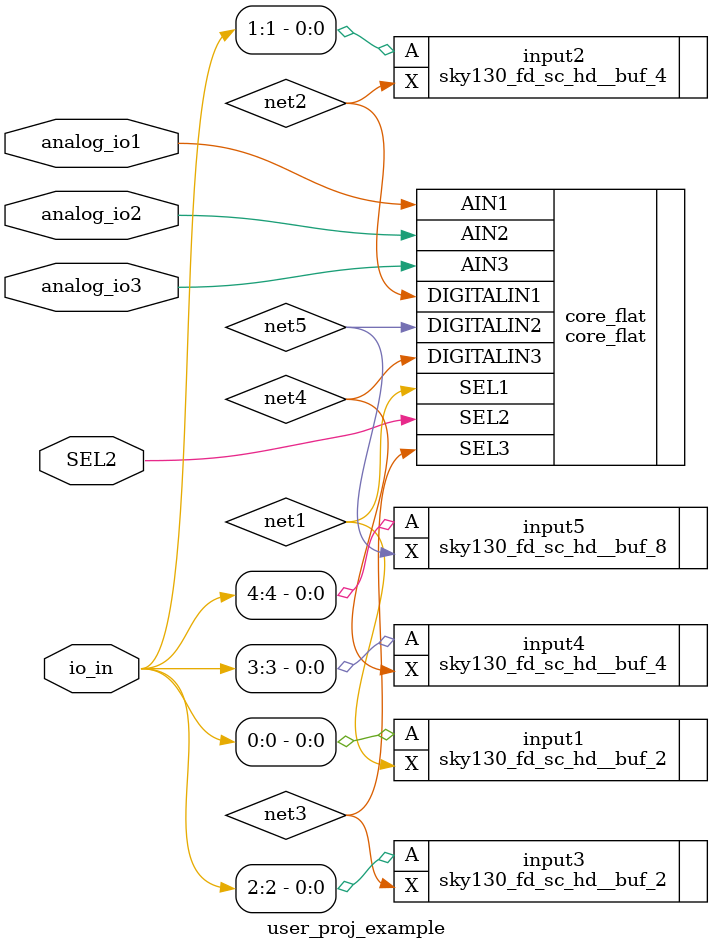
<source format=v>
module user_proj_example (SEL2,
    analog_io1,
    analog_io2,
    analog_io3,
    io_in);
 inout SEL2;
 inout analog_io1;
 inout analog_io2;
 inout analog_io3;
 input [4:0] io_in;

 wire net1;
 wire net2;
 wire net3;
 wire net4;
 wire net5;

 core_flat core_flat (.SEL1(net1),
    .DIGITALIN1(net2),
    .AIN1(analog_io1),
    .SEL3(net3),
    .DIGITALIN3(net4),
    .AIN3(analog_io3),
    .SEL2(SEL2),
    .DIGITALIN2(net5),
    .AIN2(analog_io2));
 sky130_fd_sc_hd__decap_3 PHY_0 ();
 sky130_fd_sc_hd__decap_3 PHY_1 ();
 sky130_fd_sc_hd__decap_3 PHY_2 ();
 sky130_fd_sc_hd__decap_3 PHY_3 ();
 sky130_fd_sc_hd__decap_3 PHY_4 ();
 sky130_fd_sc_hd__decap_3 PHY_5 ();
 sky130_fd_sc_hd__decap_3 PHY_6 ();
 sky130_fd_sc_hd__decap_3 PHY_7 ();
 sky130_fd_sc_hd__decap_3 PHY_8 ();
 sky130_fd_sc_hd__decap_3 PHY_9 ();
 sky130_fd_sc_hd__decap_3 PHY_10 ();
 sky130_fd_sc_hd__decap_3 PHY_11 ();
 sky130_fd_sc_hd__decap_3 PHY_12 ();
 sky130_fd_sc_hd__decap_3 PHY_13 ();
 sky130_fd_sc_hd__decap_3 PHY_14 ();
 sky130_fd_sc_hd__decap_3 PHY_15 ();
 sky130_fd_sc_hd__decap_3 PHY_16 ();
 sky130_fd_sc_hd__decap_3 PHY_17 ();
 sky130_fd_sc_hd__decap_3 PHY_18 ();
 sky130_fd_sc_hd__decap_3 PHY_19 ();
 sky130_fd_sc_hd__decap_3 PHY_20 ();
 sky130_fd_sc_hd__decap_3 PHY_21 ();
 sky130_fd_sc_hd__decap_3 PHY_22 ();
 sky130_fd_sc_hd__decap_3 PHY_23 ();
 sky130_fd_sc_hd__decap_3 PHY_24 ();
 sky130_fd_sc_hd__decap_3 PHY_25 ();
 sky130_fd_sc_hd__decap_3 PHY_26 ();
 sky130_fd_sc_hd__decap_3 PHY_27 ();
 sky130_fd_sc_hd__decap_3 PHY_28 ();
 sky130_fd_sc_hd__decap_3 PHY_29 ();
 sky130_fd_sc_hd__decap_3 PHY_30 ();
 sky130_fd_sc_hd__decap_3 PHY_31 ();
 sky130_fd_sc_hd__decap_3 PHY_32 ();
 sky130_fd_sc_hd__decap_3 PHY_33 ();
 sky130_fd_sc_hd__decap_3 PHY_34 ();
 sky130_fd_sc_hd__decap_3 PHY_35 ();
 sky130_fd_sc_hd__decap_3 PHY_36 ();
 sky130_fd_sc_hd__decap_3 PHY_37 ();
 sky130_fd_sc_hd__decap_3 PHY_38 ();
 sky130_fd_sc_hd__decap_3 PHY_39 ();
 sky130_fd_sc_hd__decap_3 PHY_40 ();
 sky130_fd_sc_hd__decap_3 PHY_41 ();
 sky130_fd_sc_hd__decap_3 PHY_42 ();
 sky130_fd_sc_hd__decap_3 PHY_43 ();
 sky130_fd_sc_hd__decap_3 PHY_44 ();
 sky130_fd_sc_hd__decap_3 PHY_45 ();
 sky130_fd_sc_hd__decap_3 PHY_46 ();
 sky130_fd_sc_hd__decap_3 PHY_47 ();
 sky130_fd_sc_hd__decap_3 PHY_48 ();
 sky130_fd_sc_hd__decap_3 PHY_49 ();
 sky130_fd_sc_hd__decap_3 PHY_50 ();
 sky130_fd_sc_hd__decap_3 PHY_51 ();
 sky130_fd_sc_hd__decap_3 PHY_52 ();
 sky130_fd_sc_hd__decap_3 PHY_53 ();
 sky130_fd_sc_hd__decap_3 PHY_54 ();
 sky130_fd_sc_hd__decap_3 PHY_55 ();
 sky130_fd_sc_hd__decap_3 PHY_56 ();
 sky130_fd_sc_hd__decap_3 PHY_57 ();
 sky130_fd_sc_hd__decap_3 PHY_58 ();
 sky130_fd_sc_hd__decap_3 PHY_59 ();
 sky130_fd_sc_hd__decap_3 PHY_60 ();
 sky130_fd_sc_hd__decap_3 PHY_61 ();
 sky130_fd_sc_hd__decap_3 PHY_62 ();
 sky130_fd_sc_hd__decap_3 PHY_63 ();
 sky130_fd_sc_hd__decap_3 PHY_64 ();
 sky130_fd_sc_hd__decap_3 PHY_65 ();
 sky130_fd_sc_hd__decap_3 PHY_66 ();
 sky130_fd_sc_hd__decap_3 PHY_67 ();
 sky130_fd_sc_hd__decap_3 PHY_68 ();
 sky130_fd_sc_hd__decap_3 PHY_69 ();
 sky130_fd_sc_hd__decap_3 PHY_70 ();
 sky130_fd_sc_hd__decap_3 PHY_71 ();
 sky130_fd_sc_hd__decap_3 PHY_72 ();
 sky130_fd_sc_hd__decap_3 PHY_73 ();
 sky130_fd_sc_hd__decap_3 PHY_74 ();
 sky130_fd_sc_hd__decap_3 PHY_75 ();
 sky130_fd_sc_hd__decap_3 PHY_76 ();
 sky130_fd_sc_hd__decap_3 PHY_77 ();
 sky130_fd_sc_hd__decap_3 PHY_78 ();
 sky130_fd_sc_hd__decap_3 PHY_79 ();
 sky130_fd_sc_hd__decap_3 PHY_80 ();
 sky130_fd_sc_hd__decap_3 PHY_81 ();
 sky130_fd_sc_hd__decap_3 PHY_82 ();
 sky130_fd_sc_hd__decap_3 PHY_83 ();
 sky130_fd_sc_hd__decap_3 PHY_84 ();
 sky130_fd_sc_hd__decap_3 PHY_85 ();
 sky130_fd_sc_hd__decap_3 PHY_86 ();
 sky130_fd_sc_hd__decap_3 PHY_87 ();
 sky130_fd_sc_hd__decap_3 PHY_88 ();
 sky130_fd_sc_hd__decap_3 PHY_89 ();
 sky130_fd_sc_hd__decap_3 PHY_90 ();
 sky130_fd_sc_hd__decap_3 PHY_91 ();
 sky130_fd_sc_hd__decap_3 PHY_92 ();
 sky130_fd_sc_hd__decap_3 PHY_93 ();
 sky130_fd_sc_hd__decap_3 PHY_94 ();
 sky130_fd_sc_hd__decap_3 PHY_95 ();
 sky130_fd_sc_hd__decap_3 PHY_96 ();
 sky130_fd_sc_hd__decap_3 PHY_97 ();
 sky130_fd_sc_hd__decap_3 PHY_98 ();
 sky130_fd_sc_hd__decap_3 PHY_99 ();
 sky130_fd_sc_hd__decap_3 PHY_100 ();
 sky130_fd_sc_hd__decap_3 PHY_101 ();
 sky130_fd_sc_hd__decap_3 PHY_102 ();
 sky130_fd_sc_hd__decap_3 PHY_103 ();
 sky130_fd_sc_hd__decap_3 PHY_104 ();
 sky130_fd_sc_hd__decap_3 PHY_105 ();
 sky130_fd_sc_hd__decap_3 PHY_106 ();
 sky130_fd_sc_hd__decap_3 PHY_107 ();
 sky130_fd_sc_hd__decap_3 PHY_108 ();
 sky130_fd_sc_hd__decap_3 PHY_109 ();
 sky130_fd_sc_hd__decap_3 PHY_110 ();
 sky130_fd_sc_hd__decap_3 PHY_111 ();
 sky130_fd_sc_hd__decap_3 PHY_112 ();
 sky130_fd_sc_hd__decap_3 PHY_113 ();
 sky130_fd_sc_hd__decap_3 PHY_114 ();
 sky130_fd_sc_hd__decap_3 PHY_115 ();
 sky130_fd_sc_hd__decap_3 PHY_116 ();
 sky130_fd_sc_hd__decap_3 PHY_117 ();
 sky130_fd_sc_hd__decap_3 PHY_118 ();
 sky130_fd_sc_hd__decap_3 PHY_119 ();
 sky130_fd_sc_hd__decap_3 PHY_120 ();
 sky130_fd_sc_hd__decap_3 PHY_121 ();
 sky130_fd_sc_hd__decap_3 PHY_122 ();
 sky130_fd_sc_hd__decap_3 PHY_123 ();
 sky130_fd_sc_hd__decap_3 PHY_124 ();
 sky130_fd_sc_hd__decap_3 PHY_125 ();
 sky130_fd_sc_hd__decap_3 PHY_126 ();
 sky130_fd_sc_hd__decap_3 PHY_127 ();
 sky130_fd_sc_hd__decap_3 PHY_128 ();
 sky130_fd_sc_hd__decap_3 PHY_129 ();
 sky130_fd_sc_hd__decap_3 PHY_130 ();
 sky130_fd_sc_hd__decap_3 PHY_131 ();
 sky130_fd_sc_hd__decap_3 PHY_132 ();
 sky130_fd_sc_hd__decap_3 PHY_133 ();
 sky130_fd_sc_hd__decap_3 PHY_134 ();
 sky130_fd_sc_hd__decap_3 PHY_135 ();
 sky130_fd_sc_hd__decap_3 PHY_136 ();
 sky130_fd_sc_hd__decap_3 PHY_137 ();
 sky130_fd_sc_hd__decap_3 PHY_138 ();
 sky130_fd_sc_hd__decap_3 PHY_139 ();
 sky130_fd_sc_hd__decap_3 PHY_140 ();
 sky130_fd_sc_hd__decap_3 PHY_141 ();
 sky130_fd_sc_hd__decap_3 PHY_142 ();
 sky130_fd_sc_hd__decap_3 PHY_143 ();
 sky130_fd_sc_hd__decap_3 PHY_144 ();
 sky130_fd_sc_hd__decap_3 PHY_145 ();
 sky130_fd_sc_hd__decap_3 PHY_146 ();
 sky130_fd_sc_hd__decap_3 PHY_147 ();
 sky130_fd_sc_hd__decap_3 PHY_148 ();
 sky130_fd_sc_hd__decap_3 PHY_149 ();
 sky130_fd_sc_hd__decap_3 PHY_150 ();
 sky130_fd_sc_hd__decap_3 PHY_151 ();
 sky130_fd_sc_hd__decap_3 PHY_152 ();
 sky130_fd_sc_hd__decap_3 PHY_153 ();
 sky130_fd_sc_hd__decap_3 PHY_154 ();
 sky130_fd_sc_hd__decap_3 PHY_155 ();
 sky130_fd_sc_hd__decap_3 PHY_156 ();
 sky130_fd_sc_hd__decap_3 PHY_157 ();
 sky130_fd_sc_hd__decap_3 PHY_158 ();
 sky130_fd_sc_hd__decap_3 PHY_159 ();
 sky130_fd_sc_hd__decap_3 PHY_160 ();
 sky130_fd_sc_hd__decap_3 PHY_161 ();
 sky130_fd_sc_hd__decap_3 PHY_162 ();
 sky130_fd_sc_hd__decap_3 PHY_163 ();
 sky130_fd_sc_hd__decap_3 PHY_164 ();
 sky130_fd_sc_hd__decap_3 PHY_165 ();
 sky130_fd_sc_hd__decap_3 PHY_166 ();
 sky130_fd_sc_hd__decap_3 PHY_167 ();
 sky130_fd_sc_hd__decap_3 PHY_168 ();
 sky130_fd_sc_hd__decap_3 PHY_169 ();
 sky130_fd_sc_hd__decap_3 PHY_170 ();
 sky130_fd_sc_hd__decap_3 PHY_171 ();
 sky130_fd_sc_hd__decap_3 PHY_172 ();
 sky130_fd_sc_hd__decap_3 PHY_173 ();
 sky130_fd_sc_hd__decap_3 PHY_174 ();
 sky130_fd_sc_hd__decap_3 PHY_175 ();
 sky130_fd_sc_hd__decap_3 PHY_176 ();
 sky130_fd_sc_hd__decap_3 PHY_177 ();
 sky130_fd_sc_hd__decap_3 PHY_178 ();
 sky130_fd_sc_hd__decap_3 PHY_179 ();
 sky130_fd_sc_hd__decap_3 PHY_180 ();
 sky130_fd_sc_hd__decap_3 PHY_181 ();
 sky130_fd_sc_hd__decap_3 PHY_182 ();
 sky130_fd_sc_hd__decap_3 PHY_183 ();
 sky130_fd_sc_hd__decap_3 PHY_184 ();
 sky130_fd_sc_hd__decap_3 PHY_185 ();
 sky130_fd_sc_hd__decap_3 PHY_186 ();
 sky130_fd_sc_hd__decap_3 PHY_187 ();
 sky130_fd_sc_hd__decap_3 PHY_188 ();
 sky130_fd_sc_hd__decap_3 PHY_189 ();
 sky130_fd_sc_hd__decap_3 PHY_190 ();
 sky130_fd_sc_hd__decap_3 PHY_191 ();
 sky130_fd_sc_hd__decap_3 PHY_192 ();
 sky130_fd_sc_hd__decap_3 PHY_193 ();
 sky130_fd_sc_hd__decap_3 PHY_194 ();
 sky130_fd_sc_hd__decap_3 PHY_195 ();
 sky130_fd_sc_hd__decap_3 PHY_196 ();
 sky130_fd_sc_hd__decap_3 PHY_197 ();
 sky130_fd_sc_hd__decap_3 PHY_198 ();
 sky130_fd_sc_hd__decap_3 PHY_199 ();
 sky130_fd_sc_hd__decap_3 PHY_200 ();
 sky130_fd_sc_hd__decap_3 PHY_201 ();
 sky130_fd_sc_hd__decap_3 PHY_202 ();
 sky130_fd_sc_hd__decap_3 PHY_203 ();
 sky130_fd_sc_hd__decap_3 PHY_204 ();
 sky130_fd_sc_hd__decap_3 PHY_205 ();
 sky130_fd_sc_hd__decap_3 PHY_206 ();
 sky130_fd_sc_hd__decap_3 PHY_207 ();
 sky130_fd_sc_hd__decap_3 PHY_208 ();
 sky130_fd_sc_hd__decap_3 PHY_209 ();
 sky130_fd_sc_hd__decap_3 PHY_210 ();
 sky130_fd_sc_hd__decap_3 PHY_211 ();
 sky130_fd_sc_hd__decap_3 PHY_212 ();
 sky130_fd_sc_hd__decap_3 PHY_213 ();
 sky130_fd_sc_hd__decap_3 PHY_214 ();
 sky130_fd_sc_hd__decap_3 PHY_215 ();
 sky130_fd_sc_hd__decap_3 PHY_216 ();
 sky130_fd_sc_hd__decap_3 PHY_217 ();
 sky130_fd_sc_hd__decap_3 PHY_218 ();
 sky130_fd_sc_hd__decap_3 PHY_219 ();
 sky130_fd_sc_hd__decap_3 PHY_220 ();
 sky130_fd_sc_hd__decap_3 PHY_221 ();
 sky130_fd_sc_hd__decap_3 PHY_222 ();
 sky130_fd_sc_hd__decap_3 PHY_223 ();
 sky130_fd_sc_hd__decap_3 PHY_224 ();
 sky130_fd_sc_hd__decap_3 PHY_225 ();
 sky130_fd_sc_hd__decap_3 PHY_226 ();
 sky130_fd_sc_hd__decap_3 PHY_227 ();
 sky130_fd_sc_hd__decap_3 PHY_228 ();
 sky130_fd_sc_hd__decap_3 PHY_229 ();
 sky130_fd_sc_hd__decap_3 PHY_230 ();
 sky130_fd_sc_hd__decap_3 PHY_231 ();
 sky130_fd_sc_hd__decap_3 PHY_232 ();
 sky130_fd_sc_hd__decap_3 PHY_233 ();
 sky130_fd_sc_hd__decap_3 PHY_234 ();
 sky130_fd_sc_hd__decap_3 PHY_235 ();
 sky130_fd_sc_hd__decap_3 PHY_236 ();
 sky130_fd_sc_hd__decap_3 PHY_237 ();
 sky130_fd_sc_hd__decap_3 PHY_238 ();
 sky130_fd_sc_hd__decap_3 PHY_239 ();
 sky130_fd_sc_hd__decap_3 PHY_240 ();
 sky130_fd_sc_hd__decap_3 PHY_241 ();
 sky130_fd_sc_hd__decap_3 PHY_242 ();
 sky130_fd_sc_hd__decap_3 PHY_243 ();
 sky130_fd_sc_hd__decap_3 PHY_244 ();
 sky130_fd_sc_hd__decap_3 PHY_245 ();
 sky130_fd_sc_hd__decap_3 PHY_246 ();
 sky130_fd_sc_hd__decap_3 PHY_247 ();
 sky130_fd_sc_hd__decap_3 PHY_248 ();
 sky130_fd_sc_hd__decap_3 PHY_249 ();
 sky130_fd_sc_hd__decap_3 PHY_250 ();
 sky130_fd_sc_hd__decap_3 PHY_251 ();
 sky130_fd_sc_hd__decap_3 PHY_252 ();
 sky130_fd_sc_hd__decap_3 PHY_253 ();
 sky130_fd_sc_hd__decap_3 PHY_254 ();
 sky130_fd_sc_hd__decap_3 PHY_255 ();
 sky130_fd_sc_hd__decap_3 PHY_256 ();
 sky130_fd_sc_hd__decap_3 PHY_257 ();
 sky130_fd_sc_hd__decap_3 PHY_258 ();
 sky130_fd_sc_hd__decap_3 PHY_259 ();
 sky130_fd_sc_hd__decap_3 PHY_260 ();
 sky130_fd_sc_hd__decap_3 PHY_261 ();
 sky130_fd_sc_hd__decap_3 PHY_262 ();
 sky130_fd_sc_hd__decap_3 PHY_263 ();
 sky130_fd_sc_hd__decap_3 PHY_264 ();
 sky130_fd_sc_hd__decap_3 PHY_265 ();
 sky130_fd_sc_hd__decap_3 PHY_266 ();
 sky130_fd_sc_hd__decap_3 PHY_267 ();
 sky130_fd_sc_hd__decap_3 PHY_268 ();
 sky130_fd_sc_hd__decap_3 PHY_269 ();
 sky130_fd_sc_hd__decap_3 PHY_270 ();
 sky130_fd_sc_hd__decap_3 PHY_271 ();
 sky130_fd_sc_hd__decap_3 PHY_272 ();
 sky130_fd_sc_hd__decap_3 PHY_273 ();
 sky130_fd_sc_hd__decap_3 PHY_274 ();
 sky130_fd_sc_hd__decap_3 PHY_275 ();
 sky130_fd_sc_hd__decap_3 PHY_276 ();
 sky130_fd_sc_hd__decap_3 PHY_277 ();
 sky130_fd_sc_hd__decap_3 PHY_278 ();
 sky130_fd_sc_hd__decap_3 PHY_279 ();
 sky130_fd_sc_hd__decap_3 PHY_280 ();
 sky130_fd_sc_hd__decap_3 PHY_281 ();
 sky130_fd_sc_hd__decap_3 PHY_282 ();
 sky130_fd_sc_hd__decap_3 PHY_283 ();
 sky130_fd_sc_hd__decap_3 PHY_284 ();
 sky130_fd_sc_hd__decap_3 PHY_285 ();
 sky130_fd_sc_hd__decap_3 PHY_286 ();
 sky130_fd_sc_hd__decap_3 PHY_287 ();
 sky130_fd_sc_hd__decap_3 PHY_288 ();
 sky130_fd_sc_hd__decap_3 PHY_289 ();
 sky130_fd_sc_hd__decap_3 PHY_290 ();
 sky130_fd_sc_hd__decap_3 PHY_291 ();
 sky130_fd_sc_hd__decap_3 PHY_292 ();
 sky130_fd_sc_hd__decap_3 PHY_293 ();
 sky130_fd_sc_hd__decap_3 PHY_294 ();
 sky130_fd_sc_hd__decap_3 PHY_295 ();
 sky130_fd_sc_hd__decap_3 PHY_296 ();
 sky130_fd_sc_hd__decap_3 PHY_297 ();
 sky130_fd_sc_hd__decap_3 PHY_298 ();
 sky130_fd_sc_hd__decap_3 PHY_299 ();
 sky130_fd_sc_hd__decap_3 PHY_300 ();
 sky130_fd_sc_hd__decap_3 PHY_301 ();
 sky130_fd_sc_hd__decap_3 PHY_302 ();
 sky130_fd_sc_hd__decap_3 PHY_303 ();
 sky130_fd_sc_hd__decap_3 PHY_304 ();
 sky130_fd_sc_hd__decap_3 PHY_305 ();
 sky130_fd_sc_hd__decap_3 PHY_306 ();
 sky130_fd_sc_hd__decap_3 PHY_307 ();
 sky130_fd_sc_hd__decap_3 PHY_308 ();
 sky130_fd_sc_hd__decap_3 PHY_309 ();
 sky130_fd_sc_hd__decap_3 PHY_310 ();
 sky130_fd_sc_hd__decap_3 PHY_311 ();
 sky130_fd_sc_hd__decap_3 PHY_312 ();
 sky130_fd_sc_hd__decap_3 PHY_313 ();
 sky130_fd_sc_hd__decap_3 PHY_314 ();
 sky130_fd_sc_hd__decap_3 PHY_315 ();
 sky130_fd_sc_hd__decap_3 PHY_316 ();
 sky130_fd_sc_hd__decap_3 PHY_317 ();
 sky130_fd_sc_hd__decap_3 PHY_318 ();
 sky130_fd_sc_hd__decap_3 PHY_319 ();
 sky130_fd_sc_hd__decap_3 PHY_320 ();
 sky130_fd_sc_hd__decap_3 PHY_321 ();
 sky130_fd_sc_hd__decap_3 PHY_322 ();
 sky130_fd_sc_hd__decap_3 PHY_323 ();
 sky130_fd_sc_hd__decap_3 PHY_324 ();
 sky130_fd_sc_hd__decap_3 PHY_325 ();
 sky130_fd_sc_hd__decap_3 PHY_326 ();
 sky130_fd_sc_hd__decap_3 PHY_327 ();
 sky130_fd_sc_hd__decap_3 PHY_328 ();
 sky130_fd_sc_hd__decap_3 PHY_329 ();
 sky130_fd_sc_hd__decap_3 PHY_330 ();
 sky130_fd_sc_hd__decap_3 PHY_331 ();
 sky130_fd_sc_hd__decap_3 PHY_332 ();
 sky130_fd_sc_hd__decap_3 PHY_333 ();
 sky130_fd_sc_hd__decap_3 PHY_334 ();
 sky130_fd_sc_hd__decap_3 PHY_335 ();
 sky130_fd_sc_hd__decap_3 PHY_336 ();
 sky130_fd_sc_hd__decap_3 PHY_337 ();
 sky130_fd_sc_hd__decap_3 PHY_338 ();
 sky130_fd_sc_hd__decap_3 PHY_339 ();
 sky130_fd_sc_hd__decap_3 PHY_340 ();
 sky130_fd_sc_hd__decap_3 PHY_341 ();
 sky130_fd_sc_hd__decap_3 PHY_342 ();
 sky130_fd_sc_hd__decap_3 PHY_343 ();
 sky130_fd_sc_hd__decap_3 PHY_344 ();
 sky130_fd_sc_hd__decap_3 PHY_345 ();
 sky130_fd_sc_hd__decap_3 PHY_346 ();
 sky130_fd_sc_hd__decap_3 PHY_347 ();
 sky130_fd_sc_hd__decap_3 PHY_348 ();
 sky130_fd_sc_hd__decap_3 PHY_349 ();
 sky130_fd_sc_hd__decap_3 PHY_350 ();
 sky130_fd_sc_hd__decap_3 PHY_351 ();
 sky130_fd_sc_hd__decap_3 PHY_352 ();
 sky130_fd_sc_hd__decap_3 PHY_353 ();
 sky130_fd_sc_hd__decap_3 PHY_354 ();
 sky130_fd_sc_hd__decap_3 PHY_355 ();
 sky130_fd_sc_hd__decap_3 PHY_356 ();
 sky130_fd_sc_hd__decap_3 PHY_357 ();
 sky130_fd_sc_hd__decap_3 PHY_358 ();
 sky130_fd_sc_hd__decap_3 PHY_359 ();
 sky130_fd_sc_hd__decap_3 PHY_360 ();
 sky130_fd_sc_hd__decap_3 PHY_361 ();
 sky130_fd_sc_hd__decap_3 PHY_362 ();
 sky130_fd_sc_hd__decap_3 PHY_363 ();
 sky130_fd_sc_hd__decap_3 PHY_364 ();
 sky130_fd_sc_hd__decap_3 PHY_365 ();
 sky130_fd_sc_hd__decap_3 PHY_366 ();
 sky130_fd_sc_hd__decap_3 PHY_367 ();
 sky130_fd_sc_hd__decap_3 PHY_368 ();
 sky130_fd_sc_hd__decap_3 PHY_369 ();
 sky130_fd_sc_hd__decap_3 PHY_370 ();
 sky130_fd_sc_hd__decap_3 PHY_371 ();
 sky130_fd_sc_hd__decap_3 PHY_372 ();
 sky130_fd_sc_hd__decap_3 PHY_373 ();
 sky130_fd_sc_hd__decap_3 PHY_374 ();
 sky130_fd_sc_hd__decap_3 PHY_375 ();
 sky130_fd_sc_hd__decap_3 PHY_376 ();
 sky130_fd_sc_hd__decap_3 PHY_377 ();
 sky130_fd_sc_hd__decap_3 PHY_378 ();
 sky130_fd_sc_hd__decap_3 PHY_379 ();
 sky130_fd_sc_hd__decap_3 PHY_380 ();
 sky130_fd_sc_hd__decap_3 PHY_381 ();
 sky130_fd_sc_hd__decap_3 PHY_382 ();
 sky130_fd_sc_hd__decap_3 PHY_383 ();
 sky130_fd_sc_hd__decap_3 PHY_384 ();
 sky130_fd_sc_hd__decap_3 PHY_385 ();
 sky130_fd_sc_hd__decap_3 PHY_386 ();
 sky130_fd_sc_hd__decap_3 PHY_387 ();
 sky130_fd_sc_hd__decap_3 PHY_388 ();
 sky130_fd_sc_hd__decap_3 PHY_389 ();
 sky130_fd_sc_hd__decap_3 PHY_390 ();
 sky130_fd_sc_hd__decap_3 PHY_391 ();
 sky130_fd_sc_hd__decap_3 PHY_392 ();
 sky130_fd_sc_hd__decap_3 PHY_393 ();
 sky130_fd_sc_hd__decap_3 PHY_394 ();
 sky130_fd_sc_hd__decap_3 PHY_395 ();
 sky130_fd_sc_hd__decap_3 PHY_396 ();
 sky130_fd_sc_hd__decap_3 PHY_397 ();
 sky130_fd_sc_hd__decap_3 PHY_398 ();
 sky130_fd_sc_hd__decap_3 PHY_399 ();
 sky130_fd_sc_hd__decap_3 PHY_400 ();
 sky130_fd_sc_hd__decap_3 PHY_401 ();
 sky130_fd_sc_hd__decap_3 PHY_402 ();
 sky130_fd_sc_hd__decap_3 PHY_403 ();
 sky130_fd_sc_hd__decap_3 PHY_404 ();
 sky130_fd_sc_hd__decap_3 PHY_405 ();
 sky130_fd_sc_hd__decap_3 PHY_406 ();
 sky130_fd_sc_hd__decap_3 PHY_407 ();
 sky130_fd_sc_hd__decap_3 PHY_408 ();
 sky130_fd_sc_hd__decap_3 PHY_409 ();
 sky130_fd_sc_hd__decap_3 PHY_410 ();
 sky130_fd_sc_hd__decap_3 PHY_411 ();
 sky130_fd_sc_hd__decap_3 PHY_412 ();
 sky130_fd_sc_hd__decap_3 PHY_413 ();
 sky130_fd_sc_hd__decap_3 PHY_414 ();
 sky130_fd_sc_hd__decap_3 PHY_415 ();
 sky130_fd_sc_hd__decap_3 PHY_416 ();
 sky130_fd_sc_hd__decap_3 PHY_417 ();
 sky130_fd_sc_hd__decap_3 PHY_418 ();
 sky130_fd_sc_hd__decap_3 PHY_419 ();
 sky130_fd_sc_hd__decap_3 PHY_420 ();
 sky130_fd_sc_hd__decap_3 PHY_421 ();
 sky130_fd_sc_hd__decap_3 PHY_422 ();
 sky130_fd_sc_hd__decap_3 PHY_423 ();
 sky130_fd_sc_hd__decap_3 PHY_424 ();
 sky130_fd_sc_hd__decap_3 PHY_425 ();
 sky130_fd_sc_hd__decap_3 PHY_426 ();
 sky130_fd_sc_hd__decap_3 PHY_427 ();
 sky130_fd_sc_hd__decap_3 PHY_428 ();
 sky130_fd_sc_hd__decap_3 PHY_429 ();
 sky130_fd_sc_hd__decap_3 PHY_430 ();
 sky130_fd_sc_hd__decap_3 PHY_431 ();
 sky130_fd_sc_hd__decap_3 PHY_432 ();
 sky130_fd_sc_hd__decap_3 PHY_433 ();
 sky130_fd_sc_hd__decap_3 PHY_434 ();
 sky130_fd_sc_hd__decap_3 PHY_435 ();
 sky130_fd_sc_hd__decap_3 PHY_436 ();
 sky130_fd_sc_hd__decap_3 PHY_437 ();
 sky130_fd_sc_hd__decap_3 PHY_438 ();
 sky130_fd_sc_hd__decap_3 PHY_439 ();
 sky130_fd_sc_hd__decap_3 PHY_440 ();
 sky130_fd_sc_hd__decap_3 PHY_441 ();
 sky130_fd_sc_hd__decap_3 PHY_442 ();
 sky130_fd_sc_hd__decap_3 PHY_443 ();
 sky130_fd_sc_hd__decap_3 PHY_444 ();
 sky130_fd_sc_hd__decap_3 PHY_445 ();
 sky130_fd_sc_hd__decap_3 PHY_446 ();
 sky130_fd_sc_hd__decap_3 PHY_447 ();
 sky130_fd_sc_hd__decap_3 PHY_448 ();
 sky130_fd_sc_hd__decap_3 PHY_449 ();
 sky130_fd_sc_hd__decap_3 PHY_450 ();
 sky130_fd_sc_hd__decap_3 PHY_451 ();
 sky130_fd_sc_hd__decap_3 PHY_452 ();
 sky130_fd_sc_hd__decap_3 PHY_453 ();
 sky130_fd_sc_hd__decap_3 PHY_454 ();
 sky130_fd_sc_hd__decap_3 PHY_455 ();
 sky130_fd_sc_hd__decap_3 PHY_456 ();
 sky130_fd_sc_hd__decap_3 PHY_457 ();
 sky130_fd_sc_hd__decap_3 PHY_458 ();
 sky130_fd_sc_hd__decap_3 PHY_459 ();
 sky130_fd_sc_hd__decap_3 PHY_460 ();
 sky130_fd_sc_hd__decap_3 PHY_461 ();
 sky130_fd_sc_hd__decap_3 PHY_462 ();
 sky130_fd_sc_hd__decap_3 PHY_463 ();
 sky130_fd_sc_hd__decap_3 PHY_464 ();
 sky130_fd_sc_hd__decap_3 PHY_465 ();
 sky130_fd_sc_hd__decap_3 PHY_466 ();
 sky130_fd_sc_hd__decap_3 PHY_467 ();
 sky130_fd_sc_hd__decap_3 PHY_468 ();
 sky130_fd_sc_hd__decap_3 PHY_469 ();
 sky130_fd_sc_hd__decap_3 PHY_470 ();
 sky130_fd_sc_hd__decap_3 PHY_471 ();
 sky130_fd_sc_hd__decap_3 PHY_472 ();
 sky130_fd_sc_hd__decap_3 PHY_473 ();
 sky130_fd_sc_hd__decap_3 PHY_474 ();
 sky130_fd_sc_hd__decap_3 PHY_475 ();
 sky130_fd_sc_hd__decap_3 PHY_476 ();
 sky130_fd_sc_hd__decap_3 PHY_477 ();
 sky130_fd_sc_hd__decap_3 PHY_478 ();
 sky130_fd_sc_hd__decap_3 PHY_479 ();
 sky130_fd_sc_hd__decap_3 PHY_480 ();
 sky130_fd_sc_hd__decap_3 PHY_481 ();
 sky130_fd_sc_hd__decap_3 PHY_482 ();
 sky130_fd_sc_hd__decap_3 PHY_483 ();
 sky130_fd_sc_hd__decap_3 PHY_484 ();
 sky130_fd_sc_hd__decap_3 PHY_485 ();
 sky130_fd_sc_hd__decap_3 PHY_486 ();
 sky130_fd_sc_hd__decap_3 PHY_487 ();
 sky130_fd_sc_hd__decap_3 PHY_488 ();
 sky130_fd_sc_hd__decap_3 PHY_489 ();
 sky130_fd_sc_hd__decap_3 PHY_490 ();
 sky130_fd_sc_hd__decap_3 PHY_491 ();
 sky130_fd_sc_hd__decap_3 PHY_492 ();
 sky130_fd_sc_hd__decap_3 PHY_493 ();
 sky130_fd_sc_hd__decap_3 PHY_494 ();
 sky130_fd_sc_hd__decap_3 PHY_495 ();
 sky130_fd_sc_hd__decap_3 PHY_496 ();
 sky130_fd_sc_hd__decap_3 PHY_497 ();
 sky130_fd_sc_hd__decap_3 PHY_498 ();
 sky130_fd_sc_hd__decap_3 PHY_499 ();
 sky130_fd_sc_hd__decap_3 PHY_500 ();
 sky130_fd_sc_hd__decap_3 PHY_501 ();
 sky130_fd_sc_hd__decap_3 PHY_502 ();
 sky130_fd_sc_hd__decap_3 PHY_503 ();
 sky130_fd_sc_hd__decap_3 PHY_504 ();
 sky130_fd_sc_hd__decap_3 PHY_505 ();
 sky130_fd_sc_hd__decap_3 PHY_506 ();
 sky130_fd_sc_hd__decap_3 PHY_507 ();
 sky130_fd_sc_hd__decap_3 PHY_508 ();
 sky130_fd_sc_hd__decap_3 PHY_509 ();
 sky130_fd_sc_hd__decap_3 PHY_510 ();
 sky130_fd_sc_hd__decap_3 PHY_511 ();
 sky130_fd_sc_hd__decap_3 PHY_512 ();
 sky130_fd_sc_hd__decap_3 PHY_513 ();
 sky130_fd_sc_hd__decap_3 PHY_514 ();
 sky130_fd_sc_hd__decap_3 PHY_515 ();
 sky130_fd_sc_hd__decap_3 PHY_516 ();
 sky130_fd_sc_hd__decap_3 PHY_517 ();
 sky130_fd_sc_hd__decap_3 PHY_518 ();
 sky130_fd_sc_hd__decap_3 PHY_519 ();
 sky130_fd_sc_hd__decap_3 PHY_520 ();
 sky130_fd_sc_hd__decap_3 PHY_521 ();
 sky130_fd_sc_hd__decap_3 PHY_522 ();
 sky130_fd_sc_hd__decap_3 PHY_523 ();
 sky130_fd_sc_hd__decap_3 PHY_524 ();
 sky130_fd_sc_hd__decap_3 PHY_525 ();
 sky130_fd_sc_hd__decap_3 PHY_526 ();
 sky130_fd_sc_hd__decap_3 PHY_527 ();
 sky130_fd_sc_hd__decap_3 PHY_528 ();
 sky130_fd_sc_hd__decap_3 PHY_529 ();
 sky130_fd_sc_hd__decap_3 PHY_530 ();
 sky130_fd_sc_hd__decap_3 PHY_531 ();
 sky130_fd_sc_hd__decap_3 PHY_532 ();
 sky130_fd_sc_hd__decap_3 PHY_533 ();
 sky130_fd_sc_hd__decap_3 PHY_534 ();
 sky130_fd_sc_hd__decap_3 PHY_535 ();
 sky130_fd_sc_hd__decap_3 PHY_536 ();
 sky130_fd_sc_hd__decap_3 PHY_537 ();
 sky130_fd_sc_hd__decap_3 PHY_538 ();
 sky130_fd_sc_hd__decap_3 PHY_539 ();
 sky130_fd_sc_hd__decap_3 PHY_540 ();
 sky130_fd_sc_hd__decap_3 PHY_541 ();
 sky130_fd_sc_hd__decap_3 PHY_542 ();
 sky130_fd_sc_hd__decap_3 PHY_543 ();
 sky130_fd_sc_hd__decap_3 PHY_544 ();
 sky130_fd_sc_hd__decap_3 PHY_545 ();
 sky130_fd_sc_hd__decap_3 PHY_546 ();
 sky130_fd_sc_hd__decap_3 PHY_547 ();
 sky130_fd_sc_hd__decap_3 PHY_548 ();
 sky130_fd_sc_hd__decap_3 PHY_549 ();
 sky130_fd_sc_hd__decap_3 PHY_550 ();
 sky130_fd_sc_hd__decap_3 PHY_551 ();
 sky130_fd_sc_hd__decap_3 PHY_552 ();
 sky130_fd_sc_hd__decap_3 PHY_553 ();
 sky130_fd_sc_hd__decap_3 PHY_554 ();
 sky130_fd_sc_hd__decap_3 PHY_555 ();
 sky130_fd_sc_hd__decap_3 PHY_556 ();
 sky130_fd_sc_hd__decap_3 PHY_557 ();
 sky130_fd_sc_hd__decap_3 PHY_558 ();
 sky130_fd_sc_hd__decap_3 PHY_559 ();
 sky130_fd_sc_hd__decap_3 PHY_560 ();
 sky130_fd_sc_hd__decap_3 PHY_561 ();
 sky130_fd_sc_hd__decap_3 PHY_562 ();
 sky130_fd_sc_hd__decap_3 PHY_563 ();
 sky130_fd_sc_hd__decap_3 PHY_564 ();
 sky130_fd_sc_hd__decap_3 PHY_565 ();
 sky130_fd_sc_hd__decap_3 PHY_566 ();
 sky130_fd_sc_hd__decap_3 PHY_567 ();
 sky130_fd_sc_hd__decap_3 PHY_568 ();
 sky130_fd_sc_hd__decap_3 PHY_569 ();
 sky130_fd_sc_hd__decap_3 PHY_570 ();
 sky130_fd_sc_hd__decap_3 PHY_571 ();
 sky130_fd_sc_hd__decap_3 PHY_572 ();
 sky130_fd_sc_hd__decap_3 PHY_573 ();
 sky130_fd_sc_hd__decap_3 PHY_574 ();
 sky130_fd_sc_hd__decap_3 PHY_575 ();
 sky130_fd_sc_hd__decap_3 PHY_576 ();
 sky130_fd_sc_hd__decap_3 PHY_577 ();
 sky130_fd_sc_hd__decap_3 PHY_578 ();
 sky130_fd_sc_hd__decap_3 PHY_579 ();
 sky130_fd_sc_hd__decap_3 PHY_580 ();
 sky130_fd_sc_hd__decap_3 PHY_581 ();
 sky130_fd_sc_hd__decap_3 PHY_582 ();
 sky130_fd_sc_hd__decap_3 PHY_583 ();
 sky130_fd_sc_hd__decap_3 PHY_584 ();
 sky130_fd_sc_hd__decap_3 PHY_585 ();
 sky130_fd_sc_hd__decap_3 PHY_586 ();
 sky130_fd_sc_hd__decap_3 PHY_587 ();
 sky130_fd_sc_hd__decap_3 PHY_588 ();
 sky130_fd_sc_hd__decap_3 PHY_589 ();
 sky130_fd_sc_hd__decap_3 PHY_590 ();
 sky130_fd_sc_hd__decap_3 PHY_591 ();
 sky130_fd_sc_hd__decap_3 PHY_592 ();
 sky130_fd_sc_hd__decap_3 PHY_593 ();
 sky130_fd_sc_hd__decap_3 PHY_594 ();
 sky130_fd_sc_hd__decap_3 PHY_595 ();
 sky130_fd_sc_hd__decap_3 PHY_596 ();
 sky130_fd_sc_hd__decap_3 PHY_597 ();
 sky130_fd_sc_hd__decap_3 PHY_598 ();
 sky130_fd_sc_hd__decap_3 PHY_599 ();
 sky130_fd_sc_hd__decap_3 PHY_600 ();
 sky130_fd_sc_hd__decap_3 PHY_601 ();
 sky130_fd_sc_hd__decap_3 PHY_602 ();
 sky130_fd_sc_hd__decap_3 PHY_603 ();
 sky130_fd_sc_hd__decap_3 PHY_604 ();
 sky130_fd_sc_hd__decap_3 PHY_605 ();
 sky130_fd_sc_hd__decap_3 PHY_606 ();
 sky130_fd_sc_hd__decap_3 PHY_607 ();
 sky130_fd_sc_hd__decap_3 PHY_608 ();
 sky130_fd_sc_hd__decap_3 PHY_609 ();
 sky130_fd_sc_hd__decap_3 PHY_610 ();
 sky130_fd_sc_hd__decap_3 PHY_611 ();
 sky130_fd_sc_hd__decap_3 PHY_612 ();
 sky130_fd_sc_hd__decap_3 PHY_613 ();
 sky130_fd_sc_hd__decap_3 PHY_614 ();
 sky130_fd_sc_hd__decap_3 PHY_615 ();
 sky130_fd_sc_hd__decap_3 PHY_616 ();
 sky130_fd_sc_hd__decap_3 PHY_617 ();
 sky130_fd_sc_hd__decap_3 PHY_618 ();
 sky130_fd_sc_hd__decap_3 PHY_619 ();
 sky130_fd_sc_hd__decap_3 PHY_620 ();
 sky130_fd_sc_hd__decap_3 PHY_621 ();
 sky130_fd_sc_hd__decap_3 PHY_622 ();
 sky130_fd_sc_hd__decap_3 PHY_623 ();
 sky130_fd_sc_hd__decap_3 PHY_624 ();
 sky130_fd_sc_hd__decap_3 PHY_625 ();
 sky130_fd_sc_hd__decap_3 PHY_626 ();
 sky130_fd_sc_hd__decap_3 PHY_627 ();
 sky130_fd_sc_hd__decap_3 PHY_628 ();
 sky130_fd_sc_hd__decap_3 PHY_629 ();
 sky130_fd_sc_hd__decap_3 PHY_630 ();
 sky130_fd_sc_hd__decap_3 PHY_631 ();
 sky130_fd_sc_hd__decap_3 PHY_632 ();
 sky130_fd_sc_hd__decap_3 PHY_633 ();
 sky130_fd_sc_hd__decap_3 PHY_634 ();
 sky130_fd_sc_hd__decap_3 PHY_635 ();
 sky130_fd_sc_hd__decap_3 PHY_636 ();
 sky130_fd_sc_hd__decap_3 PHY_637 ();
 sky130_fd_sc_hd__decap_3 PHY_638 ();
 sky130_fd_sc_hd__decap_3 PHY_639 ();
 sky130_fd_sc_hd__decap_3 PHY_640 ();
 sky130_fd_sc_hd__decap_3 PHY_641 ();
 sky130_fd_sc_hd__decap_3 PHY_642 ();
 sky130_fd_sc_hd__decap_3 PHY_643 ();
 sky130_fd_sc_hd__decap_3 PHY_644 ();
 sky130_fd_sc_hd__decap_3 PHY_645 ();
 sky130_fd_sc_hd__decap_3 PHY_646 ();
 sky130_fd_sc_hd__decap_3 PHY_647 ();
 sky130_fd_sc_hd__decap_3 PHY_648 ();
 sky130_fd_sc_hd__decap_3 PHY_649 ();
 sky130_fd_sc_hd__decap_3 PHY_650 ();
 sky130_fd_sc_hd__decap_3 PHY_651 ();
 sky130_fd_sc_hd__decap_3 PHY_652 ();
 sky130_fd_sc_hd__decap_3 PHY_653 ();
 sky130_fd_sc_hd__decap_3 PHY_654 ();
 sky130_fd_sc_hd__decap_3 PHY_655 ();
 sky130_fd_sc_hd__decap_3 PHY_656 ();
 sky130_fd_sc_hd__decap_3 PHY_657 ();
 sky130_fd_sc_hd__decap_3 PHY_658 ();
 sky130_fd_sc_hd__decap_3 PHY_659 ();
 sky130_fd_sc_hd__decap_3 PHY_660 ();
 sky130_fd_sc_hd__decap_3 PHY_661 ();
 sky130_fd_sc_hd__decap_3 PHY_662 ();
 sky130_fd_sc_hd__decap_3 PHY_663 ();
 sky130_fd_sc_hd__decap_3 PHY_664 ();
 sky130_fd_sc_hd__decap_3 PHY_665 ();
 sky130_fd_sc_hd__decap_3 PHY_666 ();
 sky130_fd_sc_hd__decap_3 PHY_667 ();
 sky130_fd_sc_hd__decap_3 PHY_668 ();
 sky130_fd_sc_hd__decap_3 PHY_669 ();
 sky130_fd_sc_hd__decap_3 PHY_670 ();
 sky130_fd_sc_hd__decap_3 PHY_671 ();
 sky130_fd_sc_hd__decap_3 PHY_672 ();
 sky130_fd_sc_hd__decap_3 PHY_673 ();
 sky130_fd_sc_hd__decap_3 PHY_674 ();
 sky130_fd_sc_hd__decap_3 PHY_675 ();
 sky130_fd_sc_hd__decap_3 PHY_676 ();
 sky130_fd_sc_hd__decap_3 PHY_677 ();
 sky130_fd_sc_hd__decap_3 PHY_678 ();
 sky130_fd_sc_hd__decap_3 PHY_679 ();
 sky130_fd_sc_hd__decap_3 PHY_680 ();
 sky130_fd_sc_hd__decap_3 PHY_681 ();
 sky130_fd_sc_hd__decap_3 PHY_682 ();
 sky130_fd_sc_hd__decap_3 PHY_683 ();
 sky130_fd_sc_hd__decap_3 PHY_684 ();
 sky130_fd_sc_hd__decap_3 PHY_685 ();
 sky130_fd_sc_hd__decap_3 PHY_686 ();
 sky130_fd_sc_hd__decap_3 PHY_687 ();
 sky130_fd_sc_hd__decap_3 PHY_688 ();
 sky130_fd_sc_hd__decap_3 PHY_689 ();
 sky130_fd_sc_hd__decap_3 PHY_690 ();
 sky130_fd_sc_hd__decap_3 PHY_691 ();
 sky130_fd_sc_hd__decap_3 PHY_692 ();
 sky130_fd_sc_hd__decap_3 PHY_693 ();
 sky130_fd_sc_hd__decap_3 PHY_694 ();
 sky130_fd_sc_hd__decap_3 PHY_695 ();
 sky130_fd_sc_hd__decap_3 PHY_696 ();
 sky130_fd_sc_hd__decap_3 PHY_697 ();
 sky130_fd_sc_hd__decap_3 PHY_698 ();
 sky130_fd_sc_hd__decap_3 PHY_699 ();
 sky130_fd_sc_hd__decap_3 PHY_700 ();
 sky130_fd_sc_hd__decap_3 PHY_701 ();
 sky130_fd_sc_hd__decap_3 PHY_702 ();
 sky130_fd_sc_hd__decap_3 PHY_703 ();
 sky130_fd_sc_hd__decap_3 PHY_704 ();
 sky130_fd_sc_hd__decap_3 PHY_705 ();
 sky130_fd_sc_hd__decap_3 PHY_706 ();
 sky130_fd_sc_hd__decap_3 PHY_707 ();
 sky130_fd_sc_hd__decap_3 PHY_708 ();
 sky130_fd_sc_hd__decap_3 PHY_709 ();
 sky130_fd_sc_hd__decap_3 PHY_710 ();
 sky130_fd_sc_hd__decap_3 PHY_711 ();
 sky130_fd_sc_hd__decap_3 PHY_712 ();
 sky130_fd_sc_hd__decap_3 PHY_713 ();
 sky130_fd_sc_hd__decap_3 PHY_714 ();
 sky130_fd_sc_hd__decap_3 PHY_715 ();
 sky130_fd_sc_hd__decap_3 PHY_716 ();
 sky130_fd_sc_hd__decap_3 PHY_717 ();
 sky130_fd_sc_hd__decap_3 PHY_718 ();
 sky130_fd_sc_hd__decap_3 PHY_719 ();
 sky130_fd_sc_hd__decap_3 PHY_720 ();
 sky130_fd_sc_hd__decap_3 PHY_721 ();
 sky130_fd_sc_hd__decap_3 PHY_722 ();
 sky130_fd_sc_hd__decap_3 PHY_723 ();
 sky130_fd_sc_hd__decap_3 PHY_724 ();
 sky130_fd_sc_hd__decap_3 PHY_725 ();
 sky130_fd_sc_hd__decap_3 PHY_726 ();
 sky130_fd_sc_hd__decap_3 PHY_727 ();
 sky130_fd_sc_hd__decap_3 PHY_728 ();
 sky130_fd_sc_hd__decap_3 PHY_729 ();
 sky130_fd_sc_hd__decap_3 PHY_730 ();
 sky130_fd_sc_hd__decap_3 PHY_731 ();
 sky130_fd_sc_hd__decap_3 PHY_732 ();
 sky130_fd_sc_hd__decap_3 PHY_733 ();
 sky130_fd_sc_hd__decap_3 PHY_734 ();
 sky130_fd_sc_hd__decap_3 PHY_735 ();
 sky130_fd_sc_hd__decap_3 PHY_736 ();
 sky130_fd_sc_hd__decap_3 PHY_737 ();
 sky130_fd_sc_hd__decap_3 PHY_738 ();
 sky130_fd_sc_hd__decap_3 PHY_739 ();
 sky130_fd_sc_hd__decap_3 PHY_740 ();
 sky130_fd_sc_hd__decap_3 PHY_741 ();
 sky130_fd_sc_hd__decap_3 PHY_742 ();
 sky130_fd_sc_hd__decap_3 PHY_743 ();
 sky130_fd_sc_hd__decap_3 PHY_744 ();
 sky130_fd_sc_hd__decap_3 PHY_745 ();
 sky130_fd_sc_hd__decap_3 PHY_746 ();
 sky130_fd_sc_hd__decap_3 PHY_747 ();
 sky130_fd_sc_hd__decap_3 PHY_748 ();
 sky130_fd_sc_hd__decap_3 PHY_749 ();
 sky130_fd_sc_hd__decap_3 PHY_750 ();
 sky130_fd_sc_hd__decap_3 PHY_751 ();
 sky130_fd_sc_hd__decap_3 PHY_752 ();
 sky130_fd_sc_hd__decap_3 PHY_753 ();
 sky130_fd_sc_hd__decap_3 PHY_754 ();
 sky130_fd_sc_hd__decap_3 PHY_755 ();
 sky130_fd_sc_hd__decap_3 PHY_756 ();
 sky130_fd_sc_hd__decap_3 PHY_757 ();
 sky130_fd_sc_hd__decap_3 PHY_758 ();
 sky130_fd_sc_hd__decap_3 PHY_759 ();
 sky130_fd_sc_hd__decap_3 PHY_760 ();
 sky130_fd_sc_hd__decap_3 PHY_761 ();
 sky130_fd_sc_hd__decap_3 PHY_762 ();
 sky130_fd_sc_hd__decap_3 PHY_763 ();
 sky130_fd_sc_hd__decap_3 PHY_764 ();
 sky130_fd_sc_hd__decap_3 PHY_765 ();
 sky130_fd_sc_hd__decap_3 PHY_766 ();
 sky130_fd_sc_hd__decap_3 PHY_767 ();
 sky130_fd_sc_hd__decap_3 PHY_768 ();
 sky130_fd_sc_hd__decap_3 PHY_769 ();
 sky130_fd_sc_hd__decap_3 PHY_770 ();
 sky130_fd_sc_hd__decap_3 PHY_771 ();
 sky130_fd_sc_hd__decap_3 PHY_772 ();
 sky130_fd_sc_hd__decap_3 PHY_773 ();
 sky130_fd_sc_hd__decap_3 PHY_774 ();
 sky130_fd_sc_hd__decap_3 PHY_775 ();
 sky130_fd_sc_hd__decap_3 PHY_776 ();
 sky130_fd_sc_hd__decap_3 PHY_777 ();
 sky130_fd_sc_hd__decap_3 PHY_778 ();
 sky130_fd_sc_hd__decap_3 PHY_779 ();
 sky130_fd_sc_hd__decap_3 PHY_780 ();
 sky130_fd_sc_hd__decap_3 PHY_781 ();
 sky130_fd_sc_hd__decap_3 PHY_782 ();
 sky130_fd_sc_hd__decap_3 PHY_783 ();
 sky130_fd_sc_hd__decap_3 PHY_784 ();
 sky130_fd_sc_hd__decap_3 PHY_785 ();
 sky130_fd_sc_hd__decap_3 PHY_786 ();
 sky130_fd_sc_hd__decap_3 PHY_787 ();
 sky130_fd_sc_hd__decap_3 PHY_788 ();
 sky130_fd_sc_hd__decap_3 PHY_789 ();
 sky130_fd_sc_hd__decap_3 PHY_790 ();
 sky130_fd_sc_hd__decap_3 PHY_791 ();
 sky130_fd_sc_hd__decap_3 PHY_792 ();
 sky130_fd_sc_hd__decap_3 PHY_793 ();
 sky130_fd_sc_hd__decap_3 PHY_794 ();
 sky130_fd_sc_hd__decap_3 PHY_795 ();
 sky130_fd_sc_hd__decap_3 PHY_796 ();
 sky130_fd_sc_hd__decap_3 PHY_797 ();
 sky130_fd_sc_hd__decap_3 PHY_798 ();
 sky130_fd_sc_hd__decap_3 PHY_799 ();
 sky130_fd_sc_hd__decap_3 PHY_800 ();
 sky130_fd_sc_hd__decap_3 PHY_801 ();
 sky130_fd_sc_hd__decap_3 PHY_802 ();
 sky130_fd_sc_hd__decap_3 PHY_803 ();
 sky130_fd_sc_hd__decap_3 PHY_804 ();
 sky130_fd_sc_hd__decap_3 PHY_805 ();
 sky130_fd_sc_hd__decap_3 PHY_806 ();
 sky130_fd_sc_hd__decap_3 PHY_807 ();
 sky130_fd_sc_hd__decap_3 PHY_808 ();
 sky130_fd_sc_hd__decap_3 PHY_809 ();
 sky130_fd_sc_hd__decap_3 PHY_810 ();
 sky130_fd_sc_hd__decap_3 PHY_811 ();
 sky130_fd_sc_hd__decap_3 PHY_812 ();
 sky130_fd_sc_hd__decap_3 PHY_813 ();
 sky130_fd_sc_hd__decap_3 PHY_814 ();
 sky130_fd_sc_hd__decap_3 PHY_815 ();
 sky130_fd_sc_hd__decap_3 PHY_816 ();
 sky130_fd_sc_hd__decap_3 PHY_817 ();
 sky130_fd_sc_hd__decap_3 PHY_818 ();
 sky130_fd_sc_hd__decap_3 PHY_819 ();
 sky130_fd_sc_hd__decap_3 PHY_820 ();
 sky130_fd_sc_hd__decap_3 PHY_821 ();
 sky130_fd_sc_hd__decap_3 PHY_822 ();
 sky130_fd_sc_hd__decap_3 PHY_823 ();
 sky130_fd_sc_hd__decap_3 PHY_824 ();
 sky130_fd_sc_hd__decap_3 PHY_825 ();
 sky130_fd_sc_hd__decap_3 PHY_826 ();
 sky130_fd_sc_hd__decap_3 PHY_827 ();
 sky130_fd_sc_hd__decap_3 PHY_828 ();
 sky130_fd_sc_hd__decap_3 PHY_829 ();
 sky130_fd_sc_hd__decap_3 PHY_830 ();
 sky130_fd_sc_hd__decap_3 PHY_831 ();
 sky130_fd_sc_hd__decap_3 PHY_832 ();
 sky130_fd_sc_hd__decap_3 PHY_833 ();
 sky130_fd_sc_hd__decap_3 PHY_834 ();
 sky130_fd_sc_hd__decap_3 PHY_835 ();
 sky130_fd_sc_hd__decap_3 PHY_836 ();
 sky130_fd_sc_hd__decap_3 PHY_837 ();
 sky130_fd_sc_hd__decap_3 PHY_838 ();
 sky130_fd_sc_hd__decap_3 PHY_839 ();
 sky130_fd_sc_hd__decap_3 PHY_840 ();
 sky130_fd_sc_hd__decap_3 PHY_841 ();
 sky130_fd_sc_hd__decap_3 PHY_842 ();
 sky130_fd_sc_hd__decap_3 PHY_843 ();
 sky130_fd_sc_hd__decap_3 PHY_844 ();
 sky130_fd_sc_hd__decap_3 PHY_845 ();
 sky130_fd_sc_hd__decap_3 PHY_846 ();
 sky130_fd_sc_hd__decap_3 PHY_847 ();
 sky130_fd_sc_hd__decap_3 PHY_848 ();
 sky130_fd_sc_hd__decap_3 PHY_849 ();
 sky130_fd_sc_hd__decap_3 PHY_850 ();
 sky130_fd_sc_hd__decap_3 PHY_851 ();
 sky130_fd_sc_hd__decap_3 PHY_852 ();
 sky130_fd_sc_hd__decap_3 PHY_853 ();
 sky130_fd_sc_hd__decap_3 PHY_854 ();
 sky130_fd_sc_hd__decap_3 PHY_855 ();
 sky130_fd_sc_hd__decap_3 PHY_856 ();
 sky130_fd_sc_hd__decap_3 PHY_857 ();
 sky130_fd_sc_hd__decap_3 PHY_858 ();
 sky130_fd_sc_hd__decap_3 PHY_859 ();
 sky130_fd_sc_hd__decap_3 PHY_860 ();
 sky130_fd_sc_hd__decap_3 PHY_861 ();
 sky130_fd_sc_hd__decap_3 PHY_862 ();
 sky130_fd_sc_hd__decap_3 PHY_863 ();
 sky130_fd_sc_hd__decap_3 PHY_864 ();
 sky130_fd_sc_hd__decap_3 PHY_865 ();
 sky130_fd_sc_hd__decap_3 PHY_866 ();
 sky130_fd_sc_hd__decap_3 PHY_867 ();
 sky130_fd_sc_hd__decap_3 PHY_868 ();
 sky130_fd_sc_hd__decap_3 PHY_869 ();
 sky130_fd_sc_hd__decap_3 PHY_870 ();
 sky130_fd_sc_hd__decap_3 PHY_871 ();
 sky130_fd_sc_hd__decap_3 PHY_872 ();
 sky130_fd_sc_hd__decap_3 PHY_873 ();
 sky130_fd_sc_hd__decap_3 PHY_874 ();
 sky130_fd_sc_hd__decap_3 PHY_875 ();
 sky130_fd_sc_hd__decap_3 PHY_876 ();
 sky130_fd_sc_hd__decap_3 PHY_877 ();
 sky130_fd_sc_hd__decap_3 PHY_878 ();
 sky130_fd_sc_hd__decap_3 PHY_879 ();
 sky130_fd_sc_hd__decap_3 PHY_880 ();
 sky130_fd_sc_hd__decap_3 PHY_881 ();
 sky130_fd_sc_hd__decap_3 PHY_882 ();
 sky130_fd_sc_hd__decap_3 PHY_883 ();
 sky130_fd_sc_hd__decap_3 PHY_884 ();
 sky130_fd_sc_hd__decap_3 PHY_885 ();
 sky130_fd_sc_hd__decap_3 PHY_886 ();
 sky130_fd_sc_hd__decap_3 PHY_887 ();
 sky130_fd_sc_hd__decap_3 PHY_888 ();
 sky130_fd_sc_hd__decap_3 PHY_889 ();
 sky130_fd_sc_hd__decap_3 PHY_890 ();
 sky130_fd_sc_hd__decap_3 PHY_891 ();
 sky130_fd_sc_hd__decap_3 PHY_892 ();
 sky130_fd_sc_hd__decap_3 PHY_893 ();
 sky130_fd_sc_hd__decap_3 PHY_894 ();
 sky130_fd_sc_hd__decap_3 PHY_895 ();
 sky130_fd_sc_hd__decap_3 PHY_896 ();
 sky130_fd_sc_hd__decap_3 PHY_897 ();
 sky130_fd_sc_hd__decap_3 PHY_898 ();
 sky130_fd_sc_hd__decap_3 PHY_899 ();
 sky130_fd_sc_hd__decap_3 PHY_900 ();
 sky130_fd_sc_hd__decap_3 PHY_901 ();
 sky130_fd_sc_hd__decap_3 PHY_902 ();
 sky130_fd_sc_hd__decap_3 PHY_903 ();
 sky130_fd_sc_hd__decap_3 PHY_904 ();
 sky130_fd_sc_hd__decap_3 PHY_905 ();
 sky130_fd_sc_hd__decap_3 PHY_906 ();
 sky130_fd_sc_hd__decap_3 PHY_907 ();
 sky130_fd_sc_hd__decap_3 PHY_908 ();
 sky130_fd_sc_hd__decap_3 PHY_909 ();
 sky130_fd_sc_hd__decap_3 PHY_910 ();
 sky130_fd_sc_hd__decap_3 PHY_911 ();
 sky130_fd_sc_hd__decap_3 PHY_912 ();
 sky130_fd_sc_hd__decap_3 PHY_913 ();
 sky130_fd_sc_hd__decap_3 PHY_914 ();
 sky130_fd_sc_hd__decap_3 PHY_915 ();
 sky130_fd_sc_hd__decap_3 PHY_916 ();
 sky130_fd_sc_hd__decap_3 PHY_917 ();
 sky130_fd_sc_hd__decap_3 PHY_918 ();
 sky130_fd_sc_hd__decap_3 PHY_919 ();
 sky130_fd_sc_hd__decap_3 PHY_920 ();
 sky130_fd_sc_hd__decap_3 PHY_921 ();
 sky130_fd_sc_hd__decap_3 PHY_922 ();
 sky130_fd_sc_hd__decap_3 PHY_923 ();
 sky130_fd_sc_hd__decap_3 PHY_924 ();
 sky130_fd_sc_hd__decap_3 PHY_925 ();
 sky130_fd_sc_hd__decap_3 PHY_926 ();
 sky130_fd_sc_hd__decap_3 PHY_927 ();
 sky130_fd_sc_hd__decap_3 PHY_928 ();
 sky130_fd_sc_hd__decap_3 PHY_929 ();
 sky130_fd_sc_hd__decap_3 PHY_930 ();
 sky130_fd_sc_hd__decap_3 PHY_931 ();
 sky130_fd_sc_hd__decap_3 PHY_932 ();
 sky130_fd_sc_hd__decap_3 PHY_933 ();
 sky130_fd_sc_hd__decap_3 PHY_934 ();
 sky130_fd_sc_hd__decap_3 PHY_935 ();
 sky130_fd_sc_hd__decap_3 PHY_936 ();
 sky130_fd_sc_hd__decap_3 PHY_937 ();
 sky130_fd_sc_hd__decap_3 PHY_938 ();
 sky130_fd_sc_hd__decap_3 PHY_939 ();
 sky130_fd_sc_hd__decap_3 PHY_940 ();
 sky130_fd_sc_hd__decap_3 PHY_941 ();
 sky130_fd_sc_hd__decap_3 PHY_942 ();
 sky130_fd_sc_hd__decap_3 PHY_943 ();
 sky130_fd_sc_hd__decap_3 PHY_944 ();
 sky130_fd_sc_hd__decap_3 PHY_945 ();
 sky130_fd_sc_hd__decap_3 PHY_946 ();
 sky130_fd_sc_hd__decap_3 PHY_947 ();
 sky130_fd_sc_hd__decap_3 PHY_948 ();
 sky130_fd_sc_hd__decap_3 PHY_949 ();
 sky130_fd_sc_hd__decap_3 PHY_950 ();
 sky130_fd_sc_hd__decap_3 PHY_951 ();
 sky130_fd_sc_hd__decap_3 PHY_952 ();
 sky130_fd_sc_hd__decap_3 PHY_953 ();
 sky130_fd_sc_hd__decap_3 PHY_954 ();
 sky130_fd_sc_hd__decap_3 PHY_955 ();
 sky130_fd_sc_hd__decap_3 PHY_956 ();
 sky130_fd_sc_hd__decap_3 PHY_957 ();
 sky130_fd_sc_hd__decap_3 PHY_958 ();
 sky130_fd_sc_hd__decap_3 PHY_959 ();
 sky130_fd_sc_hd__decap_3 PHY_960 ();
 sky130_fd_sc_hd__decap_3 PHY_961 ();
 sky130_fd_sc_hd__decap_3 PHY_962 ();
 sky130_fd_sc_hd__decap_3 PHY_963 ();
 sky130_fd_sc_hd__decap_3 PHY_964 ();
 sky130_fd_sc_hd__decap_3 PHY_965 ();
 sky130_fd_sc_hd__decap_3 PHY_966 ();
 sky130_fd_sc_hd__decap_3 PHY_967 ();
 sky130_fd_sc_hd__decap_3 PHY_968 ();
 sky130_fd_sc_hd__decap_3 PHY_969 ();
 sky130_fd_sc_hd__decap_3 PHY_970 ();
 sky130_fd_sc_hd__decap_3 PHY_971 ();
 sky130_fd_sc_hd__decap_3 PHY_972 ();
 sky130_fd_sc_hd__decap_3 PHY_973 ();
 sky130_fd_sc_hd__decap_3 PHY_974 ();
 sky130_fd_sc_hd__decap_3 PHY_975 ();
 sky130_fd_sc_hd__decap_3 PHY_976 ();
 sky130_fd_sc_hd__decap_3 PHY_977 ();
 sky130_fd_sc_hd__decap_3 PHY_978 ();
 sky130_fd_sc_hd__decap_3 PHY_979 ();
 sky130_fd_sc_hd__decap_3 PHY_980 ();
 sky130_fd_sc_hd__decap_3 PHY_981 ();
 sky130_fd_sc_hd__decap_3 PHY_982 ();
 sky130_fd_sc_hd__decap_3 PHY_983 ();
 sky130_fd_sc_hd__decap_3 PHY_984 ();
 sky130_fd_sc_hd__decap_3 PHY_985 ();
 sky130_fd_sc_hd__decap_3 PHY_986 ();
 sky130_fd_sc_hd__decap_3 PHY_987 ();
 sky130_fd_sc_hd__decap_3 PHY_988 ();
 sky130_fd_sc_hd__decap_3 PHY_989 ();
 sky130_fd_sc_hd__decap_3 PHY_990 ();
 sky130_fd_sc_hd__decap_3 PHY_991 ();
 sky130_fd_sc_hd__decap_3 PHY_992 ();
 sky130_fd_sc_hd__decap_3 PHY_993 ();
 sky130_fd_sc_hd__decap_3 PHY_994 ();
 sky130_fd_sc_hd__decap_3 PHY_995 ();
 sky130_fd_sc_hd__decap_3 PHY_996 ();
 sky130_fd_sc_hd__decap_3 PHY_997 ();
 sky130_fd_sc_hd__decap_3 PHY_998 ();
 sky130_fd_sc_hd__decap_3 PHY_999 ();
 sky130_fd_sc_hd__decap_3 PHY_1000 ();
 sky130_fd_sc_hd__decap_3 PHY_1001 ();
 sky130_fd_sc_hd__decap_3 PHY_1002 ();
 sky130_fd_sc_hd__decap_3 PHY_1003 ();
 sky130_fd_sc_hd__decap_3 PHY_1004 ();
 sky130_fd_sc_hd__decap_3 PHY_1005 ();
 sky130_fd_sc_hd__decap_3 PHY_1006 ();
 sky130_fd_sc_hd__decap_3 PHY_1007 ();
 sky130_fd_sc_hd__decap_3 PHY_1008 ();
 sky130_fd_sc_hd__decap_3 PHY_1009 ();
 sky130_fd_sc_hd__decap_3 PHY_1010 ();
 sky130_fd_sc_hd__decap_3 PHY_1011 ();
 sky130_fd_sc_hd__decap_3 PHY_1012 ();
 sky130_fd_sc_hd__decap_3 PHY_1013 ();
 sky130_fd_sc_hd__decap_3 PHY_1014 ();
 sky130_fd_sc_hd__decap_3 PHY_1015 ();
 sky130_fd_sc_hd__decap_3 PHY_1016 ();
 sky130_fd_sc_hd__decap_3 PHY_1017 ();
 sky130_fd_sc_hd__decap_3 PHY_1018 ();
 sky130_fd_sc_hd__decap_3 PHY_1019 ();
 sky130_fd_sc_hd__decap_3 PHY_1020 ();
 sky130_fd_sc_hd__decap_3 PHY_1021 ();
 sky130_fd_sc_hd__decap_3 PHY_1022 ();
 sky130_fd_sc_hd__decap_3 PHY_1023 ();
 sky130_fd_sc_hd__decap_3 PHY_1024 ();
 sky130_fd_sc_hd__decap_3 PHY_1025 ();
 sky130_fd_sc_hd__decap_3 PHY_1026 ();
 sky130_fd_sc_hd__decap_3 PHY_1027 ();
 sky130_fd_sc_hd__decap_3 PHY_1028 ();
 sky130_fd_sc_hd__decap_3 PHY_1029 ();
 sky130_fd_sc_hd__decap_3 PHY_1030 ();
 sky130_fd_sc_hd__decap_3 PHY_1031 ();
 sky130_fd_sc_hd__decap_3 PHY_1032 ();
 sky130_fd_sc_hd__decap_3 PHY_1033 ();
 sky130_fd_sc_hd__decap_3 PHY_1034 ();
 sky130_fd_sc_hd__decap_3 PHY_1035 ();
 sky130_fd_sc_hd__decap_3 PHY_1036 ();
 sky130_fd_sc_hd__decap_3 PHY_1037 ();
 sky130_fd_sc_hd__decap_3 PHY_1038 ();
 sky130_fd_sc_hd__decap_3 PHY_1039 ();
 sky130_fd_sc_hd__decap_3 PHY_1040 ();
 sky130_fd_sc_hd__decap_3 PHY_1041 ();
 sky130_fd_sc_hd__decap_3 PHY_1042 ();
 sky130_fd_sc_hd__decap_3 PHY_1043 ();
 sky130_fd_sc_hd__decap_3 PHY_1044 ();
 sky130_fd_sc_hd__decap_3 PHY_1045 ();
 sky130_fd_sc_hd__decap_3 PHY_1046 ();
 sky130_fd_sc_hd__decap_3 PHY_1047 ();
 sky130_fd_sc_hd__decap_3 PHY_1048 ();
 sky130_fd_sc_hd__decap_3 PHY_1049 ();
 sky130_fd_sc_hd__decap_3 PHY_1050 ();
 sky130_fd_sc_hd__decap_3 PHY_1051 ();
 sky130_fd_sc_hd__decap_3 PHY_1052 ();
 sky130_fd_sc_hd__decap_3 PHY_1053 ();
 sky130_fd_sc_hd__decap_3 PHY_1054 ();
 sky130_fd_sc_hd__decap_3 PHY_1055 ();
 sky130_fd_sc_hd__decap_3 PHY_1056 ();
 sky130_fd_sc_hd__decap_3 PHY_1057 ();
 sky130_fd_sc_hd__decap_3 PHY_1058 ();
 sky130_fd_sc_hd__decap_3 PHY_1059 ();
 sky130_fd_sc_hd__decap_3 PHY_1060 ();
 sky130_fd_sc_hd__decap_3 PHY_1061 ();
 sky130_fd_sc_hd__decap_3 PHY_1062 ();
 sky130_fd_sc_hd__decap_3 PHY_1063 ();
 sky130_fd_sc_hd__decap_3 PHY_1064 ();
 sky130_fd_sc_hd__decap_3 PHY_1065 ();
 sky130_fd_sc_hd__decap_3 PHY_1066 ();
 sky130_fd_sc_hd__decap_3 PHY_1067 ();
 sky130_fd_sc_hd__decap_3 PHY_1068 ();
 sky130_fd_sc_hd__decap_3 PHY_1069 ();
 sky130_fd_sc_hd__decap_3 PHY_1070 ();
 sky130_fd_sc_hd__decap_3 PHY_1071 ();
 sky130_fd_sc_hd__decap_3 PHY_1072 ();
 sky130_fd_sc_hd__decap_3 PHY_1073 ();
 sky130_fd_sc_hd__decap_3 PHY_1074 ();
 sky130_fd_sc_hd__decap_3 PHY_1075 ();
 sky130_fd_sc_hd__decap_3 PHY_1076 ();
 sky130_fd_sc_hd__decap_3 PHY_1077 ();
 sky130_fd_sc_hd__decap_3 PHY_1078 ();
 sky130_fd_sc_hd__decap_3 PHY_1079 ();
 sky130_fd_sc_hd__decap_3 PHY_1080 ();
 sky130_fd_sc_hd__decap_3 PHY_1081 ();
 sky130_fd_sc_hd__decap_3 PHY_1082 ();
 sky130_fd_sc_hd__decap_3 PHY_1083 ();
 sky130_fd_sc_hd__decap_3 PHY_1084 ();
 sky130_fd_sc_hd__decap_3 PHY_1085 ();
 sky130_fd_sc_hd__decap_3 PHY_1086 ();
 sky130_fd_sc_hd__decap_3 PHY_1087 ();
 sky130_fd_sc_hd__decap_3 PHY_1088 ();
 sky130_fd_sc_hd__decap_3 PHY_1089 ();
 sky130_fd_sc_hd__decap_3 PHY_1090 ();
 sky130_fd_sc_hd__decap_3 PHY_1091 ();
 sky130_fd_sc_hd__decap_3 PHY_1092 ();
 sky130_fd_sc_hd__decap_3 PHY_1093 ();
 sky130_fd_sc_hd__decap_3 PHY_1094 ();
 sky130_fd_sc_hd__decap_3 PHY_1095 ();
 sky130_fd_sc_hd__decap_3 PHY_1096 ();
 sky130_fd_sc_hd__decap_3 PHY_1097 ();
 sky130_fd_sc_hd__decap_3 PHY_1098 ();
 sky130_fd_sc_hd__decap_3 PHY_1099 ();
 sky130_fd_sc_hd__decap_3 PHY_1100 ();
 sky130_fd_sc_hd__decap_3 PHY_1101 ();
 sky130_fd_sc_hd__decap_3 PHY_1102 ();
 sky130_fd_sc_hd__decap_3 PHY_1103 ();
 sky130_fd_sc_hd__decap_3 PHY_1104 ();
 sky130_fd_sc_hd__decap_3 PHY_1105 ();
 sky130_fd_sc_hd__decap_3 PHY_1106 ();
 sky130_fd_sc_hd__decap_3 PHY_1107 ();
 sky130_fd_sc_hd__decap_3 PHY_1108 ();
 sky130_fd_sc_hd__decap_3 PHY_1109 ();
 sky130_fd_sc_hd__decap_3 PHY_1110 ();
 sky130_fd_sc_hd__decap_3 PHY_1111 ();
 sky130_fd_sc_hd__decap_3 PHY_1112 ();
 sky130_fd_sc_hd__decap_3 PHY_1113 ();
 sky130_fd_sc_hd__decap_3 PHY_1114 ();
 sky130_fd_sc_hd__decap_3 PHY_1115 ();
 sky130_fd_sc_hd__decap_3 PHY_1116 ();
 sky130_fd_sc_hd__decap_3 PHY_1117 ();
 sky130_fd_sc_hd__decap_3 PHY_1118 ();
 sky130_fd_sc_hd__decap_3 PHY_1119 ();
 sky130_fd_sc_hd__decap_3 PHY_1120 ();
 sky130_fd_sc_hd__decap_3 PHY_1121 ();
 sky130_fd_sc_hd__decap_3 PHY_1122 ();
 sky130_fd_sc_hd__decap_3 PHY_1123 ();
 sky130_fd_sc_hd__decap_3 PHY_1124 ();
 sky130_fd_sc_hd__decap_3 PHY_1125 ();
 sky130_fd_sc_hd__decap_3 PHY_1126 ();
 sky130_fd_sc_hd__decap_3 PHY_1127 ();
 sky130_fd_sc_hd__decap_3 PHY_1128 ();
 sky130_fd_sc_hd__decap_3 PHY_1129 ();
 sky130_fd_sc_hd__decap_3 PHY_1130 ();
 sky130_fd_sc_hd__decap_3 PHY_1131 ();
 sky130_fd_sc_hd__decap_3 PHY_1132 ();
 sky130_fd_sc_hd__decap_3 PHY_1133 ();
 sky130_fd_sc_hd__decap_3 PHY_1134 ();
 sky130_fd_sc_hd__decap_3 PHY_1135 ();
 sky130_fd_sc_hd__decap_3 PHY_1136 ();
 sky130_fd_sc_hd__decap_3 PHY_1137 ();
 sky130_fd_sc_hd__decap_3 PHY_1138 ();
 sky130_fd_sc_hd__decap_3 PHY_1139 ();
 sky130_fd_sc_hd__decap_3 PHY_1140 ();
 sky130_fd_sc_hd__decap_3 PHY_1141 ();
 sky130_fd_sc_hd__decap_3 PHY_1142 ();
 sky130_fd_sc_hd__decap_3 PHY_1143 ();
 sky130_fd_sc_hd__decap_3 PHY_1144 ();
 sky130_fd_sc_hd__decap_3 PHY_1145 ();
 sky130_fd_sc_hd__decap_3 PHY_1146 ();
 sky130_fd_sc_hd__decap_3 PHY_1147 ();
 sky130_fd_sc_hd__decap_3 PHY_1148 ();
 sky130_fd_sc_hd__decap_3 PHY_1149 ();
 sky130_fd_sc_hd__decap_3 PHY_1150 ();
 sky130_fd_sc_hd__decap_3 PHY_1151 ();
 sky130_fd_sc_hd__decap_3 PHY_1152 ();
 sky130_fd_sc_hd__decap_3 PHY_1153 ();
 sky130_fd_sc_hd__decap_3 PHY_1154 ();
 sky130_fd_sc_hd__decap_3 PHY_1155 ();
 sky130_fd_sc_hd__decap_3 PHY_1156 ();
 sky130_fd_sc_hd__decap_3 PHY_1157 ();
 sky130_fd_sc_hd__decap_3 PHY_1158 ();
 sky130_fd_sc_hd__decap_3 PHY_1159 ();
 sky130_fd_sc_hd__decap_3 PHY_1160 ();
 sky130_fd_sc_hd__decap_3 PHY_1161 ();
 sky130_fd_sc_hd__decap_3 PHY_1162 ();
 sky130_fd_sc_hd__decap_3 PHY_1163 ();
 sky130_fd_sc_hd__decap_3 PHY_1164 ();
 sky130_fd_sc_hd__decap_3 PHY_1165 ();
 sky130_fd_sc_hd__decap_3 PHY_1166 ();
 sky130_fd_sc_hd__decap_3 PHY_1167 ();
 sky130_fd_sc_hd__decap_3 PHY_1168 ();
 sky130_fd_sc_hd__decap_3 PHY_1169 ();
 sky130_fd_sc_hd__decap_3 PHY_1170 ();
 sky130_fd_sc_hd__decap_3 PHY_1171 ();
 sky130_fd_sc_hd__decap_3 PHY_1172 ();
 sky130_fd_sc_hd__decap_3 PHY_1173 ();
 sky130_fd_sc_hd__decap_3 PHY_1174 ();
 sky130_fd_sc_hd__decap_3 PHY_1175 ();
 sky130_fd_sc_hd__decap_3 PHY_1176 ();
 sky130_fd_sc_hd__decap_3 PHY_1177 ();
 sky130_fd_sc_hd__decap_3 PHY_1178 ();
 sky130_fd_sc_hd__decap_3 PHY_1179 ();
 sky130_fd_sc_hd__decap_3 PHY_1180 ();
 sky130_fd_sc_hd__decap_3 PHY_1181 ();
 sky130_fd_sc_hd__decap_3 PHY_1182 ();
 sky130_fd_sc_hd__decap_3 PHY_1183 ();
 sky130_fd_sc_hd__decap_3 PHY_1184 ();
 sky130_fd_sc_hd__decap_3 PHY_1185 ();
 sky130_fd_sc_hd__decap_3 PHY_1186 ();
 sky130_fd_sc_hd__decap_3 PHY_1187 ();
 sky130_fd_sc_hd__decap_3 PHY_1188 ();
 sky130_fd_sc_hd__decap_3 PHY_1189 ();
 sky130_fd_sc_hd__decap_3 PHY_1190 ();
 sky130_fd_sc_hd__decap_3 PHY_1191 ();
 sky130_fd_sc_hd__decap_3 PHY_1192 ();
 sky130_fd_sc_hd__decap_3 PHY_1193 ();
 sky130_fd_sc_hd__decap_3 PHY_1194 ();
 sky130_fd_sc_hd__decap_3 PHY_1195 ();
 sky130_fd_sc_hd__decap_3 PHY_1196 ();
 sky130_fd_sc_hd__decap_3 PHY_1197 ();
 sky130_fd_sc_hd__decap_3 PHY_1198 ();
 sky130_fd_sc_hd__decap_3 PHY_1199 ();
 sky130_fd_sc_hd__decap_3 PHY_1200 ();
 sky130_fd_sc_hd__decap_3 PHY_1201 ();
 sky130_fd_sc_hd__decap_3 PHY_1202 ();
 sky130_fd_sc_hd__decap_3 PHY_1203 ();
 sky130_fd_sc_hd__decap_3 PHY_1204 ();
 sky130_fd_sc_hd__decap_3 PHY_1205 ();
 sky130_fd_sc_hd__decap_3 PHY_1206 ();
 sky130_fd_sc_hd__decap_3 PHY_1207 ();
 sky130_fd_sc_hd__decap_3 PHY_1208 ();
 sky130_fd_sc_hd__decap_3 PHY_1209 ();
 sky130_fd_sc_hd__decap_3 PHY_1210 ();
 sky130_fd_sc_hd__decap_3 PHY_1211 ();
 sky130_fd_sc_hd__decap_3 PHY_1212 ();
 sky130_fd_sc_hd__decap_3 PHY_1213 ();
 sky130_fd_sc_hd__decap_3 PHY_1214 ();
 sky130_fd_sc_hd__decap_3 PHY_1215 ();
 sky130_fd_sc_hd__decap_3 PHY_1216 ();
 sky130_fd_sc_hd__decap_3 PHY_1217 ();
 sky130_fd_sc_hd__decap_3 PHY_1218 ();
 sky130_fd_sc_hd__decap_3 PHY_1219 ();
 sky130_fd_sc_hd__decap_3 PHY_1220 ();
 sky130_fd_sc_hd__decap_3 PHY_1221 ();
 sky130_fd_sc_hd__decap_3 PHY_1222 ();
 sky130_fd_sc_hd__decap_3 PHY_1223 ();
 sky130_fd_sc_hd__decap_3 PHY_1224 ();
 sky130_fd_sc_hd__decap_3 PHY_1225 ();
 sky130_fd_sc_hd__decap_3 PHY_1226 ();
 sky130_fd_sc_hd__decap_3 PHY_1227 ();
 sky130_fd_sc_hd__decap_3 PHY_1228 ();
 sky130_fd_sc_hd__decap_3 PHY_1229 ();
 sky130_fd_sc_hd__decap_3 PHY_1230 ();
 sky130_fd_sc_hd__decap_3 PHY_1231 ();
 sky130_fd_sc_hd__decap_3 PHY_1232 ();
 sky130_fd_sc_hd__decap_3 PHY_1233 ();
 sky130_fd_sc_hd__decap_3 PHY_1234 ();
 sky130_fd_sc_hd__decap_3 PHY_1235 ();
 sky130_fd_sc_hd__decap_3 PHY_1236 ();
 sky130_fd_sc_hd__decap_3 PHY_1237 ();
 sky130_fd_sc_hd__decap_3 PHY_1238 ();
 sky130_fd_sc_hd__decap_3 PHY_1239 ();
 sky130_fd_sc_hd__decap_3 PHY_1240 ();
 sky130_fd_sc_hd__decap_3 PHY_1241 ();
 sky130_fd_sc_hd__decap_3 PHY_1242 ();
 sky130_fd_sc_hd__decap_3 PHY_1243 ();
 sky130_fd_sc_hd__decap_3 PHY_1244 ();
 sky130_fd_sc_hd__decap_3 PHY_1245 ();
 sky130_fd_sc_hd__decap_3 PHY_1246 ();
 sky130_fd_sc_hd__decap_3 PHY_1247 ();
 sky130_fd_sc_hd__decap_3 PHY_1248 ();
 sky130_fd_sc_hd__decap_3 PHY_1249 ();
 sky130_fd_sc_hd__decap_3 PHY_1250 ();
 sky130_fd_sc_hd__decap_3 PHY_1251 ();
 sky130_fd_sc_hd__decap_3 PHY_1252 ();
 sky130_fd_sc_hd__decap_3 PHY_1253 ();
 sky130_fd_sc_hd__decap_3 PHY_1254 ();
 sky130_fd_sc_hd__decap_3 PHY_1255 ();
 sky130_fd_sc_hd__decap_3 PHY_1256 ();
 sky130_fd_sc_hd__decap_3 PHY_1257 ();
 sky130_fd_sc_hd__decap_3 PHY_1258 ();
 sky130_fd_sc_hd__decap_3 PHY_1259 ();
 sky130_fd_sc_hd__decap_3 PHY_1260 ();
 sky130_fd_sc_hd__decap_3 PHY_1261 ();
 sky130_fd_sc_hd__decap_3 PHY_1262 ();
 sky130_fd_sc_hd__decap_3 PHY_1263 ();
 sky130_fd_sc_hd__decap_3 PHY_1264 ();
 sky130_fd_sc_hd__decap_3 PHY_1265 ();
 sky130_fd_sc_hd__decap_3 PHY_1266 ();
 sky130_fd_sc_hd__decap_3 PHY_1267 ();
 sky130_fd_sc_hd__decap_3 PHY_1268 ();
 sky130_fd_sc_hd__decap_3 PHY_1269 ();
 sky130_fd_sc_hd__decap_3 PHY_1270 ();
 sky130_fd_sc_hd__decap_3 PHY_1271 ();
 sky130_fd_sc_hd__decap_3 PHY_1272 ();
 sky130_fd_sc_hd__decap_3 PHY_1273 ();
 sky130_fd_sc_hd__decap_3 PHY_1274 ();
 sky130_fd_sc_hd__decap_3 PHY_1275 ();
 sky130_fd_sc_hd__decap_3 PHY_1276 ();
 sky130_fd_sc_hd__decap_3 PHY_1277 ();
 sky130_fd_sc_hd__decap_3 PHY_1278 ();
 sky130_fd_sc_hd__decap_3 PHY_1279 ();
 sky130_fd_sc_hd__decap_3 PHY_1280 ();
 sky130_fd_sc_hd__decap_3 PHY_1281 ();
 sky130_fd_sc_hd__decap_3 PHY_1282 ();
 sky130_fd_sc_hd__decap_3 PHY_1283 ();
 sky130_fd_sc_hd__decap_3 PHY_1284 ();
 sky130_fd_sc_hd__decap_3 PHY_1285 ();
 sky130_fd_sc_hd__decap_3 PHY_1286 ();
 sky130_fd_sc_hd__decap_3 PHY_1287 ();
 sky130_fd_sc_hd__decap_3 PHY_1288 ();
 sky130_fd_sc_hd__decap_3 PHY_1289 ();
 sky130_fd_sc_hd__decap_3 PHY_1290 ();
 sky130_fd_sc_hd__decap_3 PHY_1291 ();
 sky130_fd_sc_hd__decap_3 PHY_1292 ();
 sky130_fd_sc_hd__decap_3 PHY_1293 ();
 sky130_fd_sc_hd__decap_3 PHY_1294 ();
 sky130_fd_sc_hd__decap_3 PHY_1295 ();
 sky130_fd_sc_hd__decap_3 PHY_1296 ();
 sky130_fd_sc_hd__decap_3 PHY_1297 ();
 sky130_fd_sc_hd__decap_3 PHY_1298 ();
 sky130_fd_sc_hd__decap_3 PHY_1299 ();
 sky130_fd_sc_hd__decap_3 PHY_1300 ();
 sky130_fd_sc_hd__decap_3 PHY_1301 ();
 sky130_fd_sc_hd__decap_3 PHY_1302 ();
 sky130_fd_sc_hd__decap_3 PHY_1303 ();
 sky130_fd_sc_hd__decap_3 PHY_1304 ();
 sky130_fd_sc_hd__decap_3 PHY_1305 ();
 sky130_fd_sc_hd__decap_3 PHY_1306 ();
 sky130_fd_sc_hd__decap_3 PHY_1307 ();
 sky130_fd_sc_hd__decap_3 PHY_1308 ();
 sky130_fd_sc_hd__decap_3 PHY_1309 ();
 sky130_fd_sc_hd__decap_3 PHY_1310 ();
 sky130_fd_sc_hd__decap_3 PHY_1311 ();
 sky130_fd_sc_hd__decap_3 PHY_1312 ();
 sky130_fd_sc_hd__decap_3 PHY_1313 ();
 sky130_fd_sc_hd__decap_3 PHY_1314 ();
 sky130_fd_sc_hd__decap_3 PHY_1315 ();
 sky130_fd_sc_hd__decap_3 PHY_1316 ();
 sky130_fd_sc_hd__decap_3 PHY_1317 ();
 sky130_fd_sc_hd__decap_3 PHY_1318 ();
 sky130_fd_sc_hd__decap_3 PHY_1319 ();
 sky130_fd_sc_hd__decap_3 PHY_1320 ();
 sky130_fd_sc_hd__decap_3 PHY_1321 ();
 sky130_fd_sc_hd__decap_3 PHY_1322 ();
 sky130_fd_sc_hd__decap_3 PHY_1323 ();
 sky130_fd_sc_hd__decap_3 PHY_1324 ();
 sky130_fd_sc_hd__decap_3 PHY_1325 ();
 sky130_fd_sc_hd__decap_3 PHY_1326 ();
 sky130_fd_sc_hd__decap_3 PHY_1327 ();
 sky130_fd_sc_hd__decap_3 PHY_1328 ();
 sky130_fd_sc_hd__decap_3 PHY_1329 ();
 sky130_fd_sc_hd__decap_3 PHY_1330 ();
 sky130_fd_sc_hd__decap_3 PHY_1331 ();
 sky130_fd_sc_hd__decap_3 PHY_1332 ();
 sky130_fd_sc_hd__decap_3 PHY_1333 ();
 sky130_fd_sc_hd__decap_3 PHY_1334 ();
 sky130_fd_sc_hd__decap_3 PHY_1335 ();
 sky130_fd_sc_hd__decap_3 PHY_1336 ();
 sky130_fd_sc_hd__decap_3 PHY_1337 ();
 sky130_fd_sc_hd__decap_3 PHY_1338 ();
 sky130_fd_sc_hd__decap_3 PHY_1339 ();
 sky130_fd_sc_hd__decap_3 PHY_1340 ();
 sky130_fd_sc_hd__decap_3 PHY_1341 ();
 sky130_fd_sc_hd__decap_3 PHY_1342 ();
 sky130_fd_sc_hd__decap_3 PHY_1343 ();
 sky130_fd_sc_hd__decap_3 PHY_1344 ();
 sky130_fd_sc_hd__decap_3 PHY_1345 ();
 sky130_fd_sc_hd__decap_3 PHY_1346 ();
 sky130_fd_sc_hd__decap_3 PHY_1347 ();
 sky130_fd_sc_hd__decap_3 PHY_1348 ();
 sky130_fd_sc_hd__decap_3 PHY_1349 ();
 sky130_fd_sc_hd__decap_3 PHY_1350 ();
 sky130_fd_sc_hd__decap_3 PHY_1351 ();
 sky130_fd_sc_hd__decap_3 PHY_1352 ();
 sky130_fd_sc_hd__decap_3 PHY_1353 ();
 sky130_fd_sc_hd__decap_3 PHY_1354 ();
 sky130_fd_sc_hd__decap_3 PHY_1355 ();
 sky130_fd_sc_hd__decap_3 PHY_1356 ();
 sky130_fd_sc_hd__decap_3 PHY_1357 ();
 sky130_fd_sc_hd__decap_3 PHY_1358 ();
 sky130_fd_sc_hd__decap_3 PHY_1359 ();
 sky130_fd_sc_hd__decap_3 PHY_1360 ();
 sky130_fd_sc_hd__decap_3 PHY_1361 ();
 sky130_fd_sc_hd__decap_3 PHY_1362 ();
 sky130_fd_sc_hd__decap_3 PHY_1363 ();
 sky130_fd_sc_hd__decap_3 PHY_1364 ();
 sky130_fd_sc_hd__decap_3 PHY_1365 ();
 sky130_fd_sc_hd__decap_3 PHY_1366 ();
 sky130_fd_sc_hd__decap_3 PHY_1367 ();
 sky130_fd_sc_hd__decap_3 PHY_1368 ();
 sky130_fd_sc_hd__decap_3 PHY_1369 ();
 sky130_fd_sc_hd__decap_3 PHY_1370 ();
 sky130_fd_sc_hd__decap_3 PHY_1371 ();
 sky130_fd_sc_hd__decap_3 PHY_1372 ();
 sky130_fd_sc_hd__decap_3 PHY_1373 ();
 sky130_fd_sc_hd__decap_3 PHY_1374 ();
 sky130_fd_sc_hd__decap_3 PHY_1375 ();
 sky130_fd_sc_hd__decap_3 PHY_1376 ();
 sky130_fd_sc_hd__decap_3 PHY_1377 ();
 sky130_fd_sc_hd__decap_3 PHY_1378 ();
 sky130_fd_sc_hd__decap_3 PHY_1379 ();
 sky130_fd_sc_hd__decap_3 PHY_1380 ();
 sky130_fd_sc_hd__decap_3 PHY_1381 ();
 sky130_fd_sc_hd__decap_3 PHY_1382 ();
 sky130_fd_sc_hd__decap_3 PHY_1383 ();
 sky130_fd_sc_hd__decap_3 PHY_1384 ();
 sky130_fd_sc_hd__decap_3 PHY_1385 ();
 sky130_fd_sc_hd__decap_3 PHY_1386 ();
 sky130_fd_sc_hd__decap_3 PHY_1387 ();
 sky130_fd_sc_hd__decap_3 PHY_1388 ();
 sky130_fd_sc_hd__decap_3 PHY_1389 ();
 sky130_fd_sc_hd__decap_3 PHY_1390 ();
 sky130_fd_sc_hd__decap_3 PHY_1391 ();
 sky130_fd_sc_hd__decap_3 PHY_1392 ();
 sky130_fd_sc_hd__decap_3 PHY_1393 ();
 sky130_fd_sc_hd__decap_3 PHY_1394 ();
 sky130_fd_sc_hd__decap_3 PHY_1395 ();
 sky130_fd_sc_hd__decap_3 PHY_1396 ();
 sky130_fd_sc_hd__decap_3 PHY_1397 ();
 sky130_fd_sc_hd__decap_3 PHY_1398 ();
 sky130_fd_sc_hd__decap_3 PHY_1399 ();
 sky130_fd_sc_hd__decap_3 PHY_1400 ();
 sky130_fd_sc_hd__decap_3 PHY_1401 ();
 sky130_fd_sc_hd__decap_3 PHY_1402 ();
 sky130_fd_sc_hd__decap_3 PHY_1403 ();
 sky130_fd_sc_hd__decap_3 PHY_1404 ();
 sky130_fd_sc_hd__decap_3 PHY_1405 ();
 sky130_fd_sc_hd__decap_3 PHY_1406 ();
 sky130_fd_sc_hd__decap_3 PHY_1407 ();
 sky130_fd_sc_hd__decap_3 PHY_1408 ();
 sky130_fd_sc_hd__decap_3 PHY_1409 ();
 sky130_fd_sc_hd__decap_3 PHY_1410 ();
 sky130_fd_sc_hd__decap_3 PHY_1411 ();
 sky130_fd_sc_hd__decap_3 PHY_1412 ();
 sky130_fd_sc_hd__decap_3 PHY_1413 ();
 sky130_fd_sc_hd__decap_3 PHY_1414 ();
 sky130_fd_sc_hd__decap_3 PHY_1415 ();
 sky130_fd_sc_hd__decap_3 PHY_1416 ();
 sky130_fd_sc_hd__decap_3 PHY_1417 ();
 sky130_fd_sc_hd__decap_3 PHY_1418 ();
 sky130_fd_sc_hd__decap_3 PHY_1419 ();
 sky130_fd_sc_hd__decap_3 PHY_1420 ();
 sky130_fd_sc_hd__decap_3 PHY_1421 ();
 sky130_fd_sc_hd__decap_3 PHY_1422 ();
 sky130_fd_sc_hd__decap_3 PHY_1423 ();
 sky130_fd_sc_hd__decap_3 PHY_1424 ();
 sky130_fd_sc_hd__decap_3 PHY_1425 ();
 sky130_fd_sc_hd__decap_3 PHY_1426 ();
 sky130_fd_sc_hd__decap_3 PHY_1427 ();
 sky130_fd_sc_hd__decap_3 PHY_1428 ();
 sky130_fd_sc_hd__decap_3 PHY_1429 ();
 sky130_fd_sc_hd__decap_3 PHY_1430 ();
 sky130_fd_sc_hd__decap_3 PHY_1431 ();
 sky130_fd_sc_hd__decap_3 PHY_1432 ();
 sky130_fd_sc_hd__decap_3 PHY_1433 ();
 sky130_fd_sc_hd__decap_3 PHY_1434 ();
 sky130_fd_sc_hd__decap_3 PHY_1435 ();
 sky130_fd_sc_hd__decap_3 PHY_1436 ();
 sky130_fd_sc_hd__decap_3 PHY_1437 ();
 sky130_fd_sc_hd__decap_3 PHY_1438 ();
 sky130_fd_sc_hd__decap_3 PHY_1439 ();
 sky130_fd_sc_hd__decap_3 PHY_1440 ();
 sky130_fd_sc_hd__decap_3 PHY_1441 ();
 sky130_fd_sc_hd__decap_3 PHY_1442 ();
 sky130_fd_sc_hd__decap_3 PHY_1443 ();
 sky130_fd_sc_hd__decap_3 PHY_1444 ();
 sky130_fd_sc_hd__decap_3 PHY_1445 ();
 sky130_fd_sc_hd__decap_3 PHY_1446 ();
 sky130_fd_sc_hd__decap_3 PHY_1447 ();
 sky130_fd_sc_hd__decap_3 PHY_1448 ();
 sky130_fd_sc_hd__decap_3 PHY_1449 ();
 sky130_fd_sc_hd__decap_3 PHY_1450 ();
 sky130_fd_sc_hd__decap_3 PHY_1451 ();
 sky130_fd_sc_hd__decap_3 PHY_1452 ();
 sky130_fd_sc_hd__decap_3 PHY_1453 ();
 sky130_fd_sc_hd__decap_3 PHY_1454 ();
 sky130_fd_sc_hd__decap_3 PHY_1455 ();
 sky130_fd_sc_hd__decap_3 PHY_1456 ();
 sky130_fd_sc_hd__decap_3 PHY_1457 ();
 sky130_fd_sc_hd__decap_3 PHY_1458 ();
 sky130_fd_sc_hd__decap_3 PHY_1459 ();
 sky130_fd_sc_hd__decap_3 PHY_1460 ();
 sky130_fd_sc_hd__decap_3 PHY_1461 ();
 sky130_fd_sc_hd__decap_3 PHY_1462 ();
 sky130_fd_sc_hd__decap_3 PHY_1463 ();
 sky130_fd_sc_hd__decap_3 PHY_1464 ();
 sky130_fd_sc_hd__decap_3 PHY_1465 ();
 sky130_fd_sc_hd__decap_3 PHY_1466 ();
 sky130_fd_sc_hd__decap_3 PHY_1467 ();
 sky130_fd_sc_hd__decap_3 PHY_1468 ();
 sky130_fd_sc_hd__decap_3 PHY_1469 ();
 sky130_fd_sc_hd__decap_3 PHY_1470 ();
 sky130_fd_sc_hd__decap_3 PHY_1471 ();
 sky130_fd_sc_hd__decap_3 PHY_1472 ();
 sky130_fd_sc_hd__decap_3 PHY_1473 ();
 sky130_fd_sc_hd__decap_3 PHY_1474 ();
 sky130_fd_sc_hd__decap_3 PHY_1475 ();
 sky130_fd_sc_hd__decap_3 PHY_1476 ();
 sky130_fd_sc_hd__decap_3 PHY_1477 ();
 sky130_fd_sc_hd__decap_3 PHY_1478 ();
 sky130_fd_sc_hd__decap_3 PHY_1479 ();
 sky130_fd_sc_hd__decap_3 PHY_1480 ();
 sky130_fd_sc_hd__decap_3 PHY_1481 ();
 sky130_fd_sc_hd__decap_3 PHY_1482 ();
 sky130_fd_sc_hd__decap_3 PHY_1483 ();
 sky130_fd_sc_hd__decap_3 PHY_1484 ();
 sky130_fd_sc_hd__decap_3 PHY_1485 ();
 sky130_fd_sc_hd__decap_3 PHY_1486 ();
 sky130_fd_sc_hd__decap_3 PHY_1487 ();
 sky130_fd_sc_hd__decap_3 PHY_1488 ();
 sky130_fd_sc_hd__decap_3 PHY_1489 ();
 sky130_fd_sc_hd__decap_3 PHY_1490 ();
 sky130_fd_sc_hd__decap_3 PHY_1491 ();
 sky130_fd_sc_hd__decap_3 PHY_1492 ();
 sky130_fd_sc_hd__decap_3 PHY_1493 ();
 sky130_fd_sc_hd__decap_3 PHY_1494 ();
 sky130_fd_sc_hd__decap_3 PHY_1495 ();
 sky130_fd_sc_hd__decap_3 PHY_1496 ();
 sky130_fd_sc_hd__decap_3 PHY_1497 ();
 sky130_fd_sc_hd__decap_3 PHY_1498 ();
 sky130_fd_sc_hd__decap_3 PHY_1499 ();
 sky130_fd_sc_hd__decap_3 PHY_1500 ();
 sky130_fd_sc_hd__decap_3 PHY_1501 ();
 sky130_fd_sc_hd__decap_3 PHY_1502 ();
 sky130_fd_sc_hd__decap_3 PHY_1503 ();
 sky130_fd_sc_hd__decap_3 PHY_1504 ();
 sky130_fd_sc_hd__decap_3 PHY_1505 ();
 sky130_fd_sc_hd__decap_3 PHY_1506 ();
 sky130_fd_sc_hd__decap_3 PHY_1507 ();
 sky130_fd_sc_hd__decap_3 PHY_1508 ();
 sky130_fd_sc_hd__decap_3 PHY_1509 ();
 sky130_fd_sc_hd__decap_3 PHY_1510 ();
 sky130_fd_sc_hd__decap_3 PHY_1511 ();
 sky130_fd_sc_hd__decap_3 PHY_1512 ();
 sky130_fd_sc_hd__decap_3 PHY_1513 ();
 sky130_fd_sc_hd__decap_3 PHY_1514 ();
 sky130_fd_sc_hd__decap_3 PHY_1515 ();
 sky130_fd_sc_hd__decap_3 PHY_1516 ();
 sky130_fd_sc_hd__decap_3 PHY_1517 ();
 sky130_fd_sc_hd__decap_3 PHY_1518 ();
 sky130_fd_sc_hd__decap_3 PHY_1519 ();
 sky130_fd_sc_hd__decap_3 PHY_1520 ();
 sky130_fd_sc_hd__decap_3 PHY_1521 ();
 sky130_fd_sc_hd__decap_3 PHY_1522 ();
 sky130_fd_sc_hd__decap_3 PHY_1523 ();
 sky130_fd_sc_hd__decap_3 PHY_1524 ();
 sky130_fd_sc_hd__decap_3 PHY_1525 ();
 sky130_fd_sc_hd__decap_3 PHY_1526 ();
 sky130_fd_sc_hd__decap_3 PHY_1527 ();
 sky130_fd_sc_hd__tapvpwrvgnd_1 TAP_1528 ();
 sky130_fd_sc_hd__tapvpwrvgnd_1 TAP_1529 ();
 sky130_fd_sc_hd__tapvpwrvgnd_1 TAP_1530 ();
 sky130_fd_sc_hd__tapvpwrvgnd_1 TAP_1531 ();
 sky130_fd_sc_hd__tapvpwrvgnd_1 TAP_1532 ();
 sky130_fd_sc_hd__tapvpwrvgnd_1 TAP_1533 ();
 sky130_fd_sc_hd__tapvpwrvgnd_1 TAP_1534 ();
 sky130_fd_sc_hd__tapvpwrvgnd_1 TAP_1535 ();
 sky130_fd_sc_hd__tapvpwrvgnd_1 TAP_1536 ();
 sky130_fd_sc_hd__tapvpwrvgnd_1 TAP_1537 ();
 sky130_fd_sc_hd__tapvpwrvgnd_1 TAP_1538 ();
 sky130_fd_sc_hd__tapvpwrvgnd_1 TAP_1539 ();
 sky130_fd_sc_hd__tapvpwrvgnd_1 TAP_1540 ();
 sky130_fd_sc_hd__tapvpwrvgnd_1 TAP_1541 ();
 sky130_fd_sc_hd__tapvpwrvgnd_1 TAP_1542 ();
 sky130_fd_sc_hd__tapvpwrvgnd_1 TAP_1543 ();
 sky130_fd_sc_hd__tapvpwrvgnd_1 TAP_1544 ();
 sky130_fd_sc_hd__tapvpwrvgnd_1 TAP_1545 ();
 sky130_fd_sc_hd__tapvpwrvgnd_1 TAP_1546 ();
 sky130_fd_sc_hd__tapvpwrvgnd_1 TAP_1547 ();
 sky130_fd_sc_hd__tapvpwrvgnd_1 TAP_1548 ();
 sky130_fd_sc_hd__tapvpwrvgnd_1 TAP_1549 ();
 sky130_fd_sc_hd__tapvpwrvgnd_1 TAP_1550 ();
 sky130_fd_sc_hd__tapvpwrvgnd_1 TAP_1551 ();
 sky130_fd_sc_hd__tapvpwrvgnd_1 TAP_1552 ();
 sky130_fd_sc_hd__tapvpwrvgnd_1 TAP_1553 ();
 sky130_fd_sc_hd__tapvpwrvgnd_1 TAP_1554 ();
 sky130_fd_sc_hd__tapvpwrvgnd_1 TAP_1555 ();
 sky130_fd_sc_hd__tapvpwrvgnd_1 TAP_1556 ();
 sky130_fd_sc_hd__tapvpwrvgnd_1 TAP_1557 ();
 sky130_fd_sc_hd__tapvpwrvgnd_1 TAP_1558 ();
 sky130_fd_sc_hd__tapvpwrvgnd_1 TAP_1559 ();
 sky130_fd_sc_hd__tapvpwrvgnd_1 TAP_1560 ();
 sky130_fd_sc_hd__tapvpwrvgnd_1 TAP_1561 ();
 sky130_fd_sc_hd__tapvpwrvgnd_1 TAP_1562 ();
 sky130_fd_sc_hd__tapvpwrvgnd_1 TAP_1563 ();
 sky130_fd_sc_hd__tapvpwrvgnd_1 TAP_1564 ();
 sky130_fd_sc_hd__tapvpwrvgnd_1 TAP_1565 ();
 sky130_fd_sc_hd__tapvpwrvgnd_1 TAP_1566 ();
 sky130_fd_sc_hd__tapvpwrvgnd_1 TAP_1567 ();
 sky130_fd_sc_hd__tapvpwrvgnd_1 TAP_1568 ();
 sky130_fd_sc_hd__tapvpwrvgnd_1 TAP_1569 ();
 sky130_fd_sc_hd__tapvpwrvgnd_1 TAP_1570 ();
 sky130_fd_sc_hd__tapvpwrvgnd_1 TAP_1571 ();
 sky130_fd_sc_hd__tapvpwrvgnd_1 TAP_1572 ();
 sky130_fd_sc_hd__tapvpwrvgnd_1 TAP_1573 ();
 sky130_fd_sc_hd__tapvpwrvgnd_1 TAP_1574 ();
 sky130_fd_sc_hd__tapvpwrvgnd_1 TAP_1575 ();
 sky130_fd_sc_hd__tapvpwrvgnd_1 TAP_1576 ();
 sky130_fd_sc_hd__tapvpwrvgnd_1 TAP_1577 ();
 sky130_fd_sc_hd__tapvpwrvgnd_1 TAP_1578 ();
 sky130_fd_sc_hd__tapvpwrvgnd_1 TAP_1579 ();
 sky130_fd_sc_hd__tapvpwrvgnd_1 TAP_1580 ();
 sky130_fd_sc_hd__tapvpwrvgnd_1 TAP_1581 ();
 sky130_fd_sc_hd__tapvpwrvgnd_1 TAP_1582 ();
 sky130_fd_sc_hd__tapvpwrvgnd_1 TAP_1583 ();
 sky130_fd_sc_hd__tapvpwrvgnd_1 TAP_1584 ();
 sky130_fd_sc_hd__tapvpwrvgnd_1 TAP_1585 ();
 sky130_fd_sc_hd__tapvpwrvgnd_1 TAP_1586 ();
 sky130_fd_sc_hd__tapvpwrvgnd_1 TAP_1587 ();
 sky130_fd_sc_hd__tapvpwrvgnd_1 TAP_1588 ();
 sky130_fd_sc_hd__tapvpwrvgnd_1 TAP_1589 ();
 sky130_fd_sc_hd__tapvpwrvgnd_1 TAP_1590 ();
 sky130_fd_sc_hd__tapvpwrvgnd_1 TAP_1591 ();
 sky130_fd_sc_hd__tapvpwrvgnd_1 TAP_1592 ();
 sky130_fd_sc_hd__tapvpwrvgnd_1 TAP_1593 ();
 sky130_fd_sc_hd__tapvpwrvgnd_1 TAP_1594 ();
 sky130_fd_sc_hd__tapvpwrvgnd_1 TAP_1595 ();
 sky130_fd_sc_hd__tapvpwrvgnd_1 TAP_1596 ();
 sky130_fd_sc_hd__tapvpwrvgnd_1 TAP_1597 ();
 sky130_fd_sc_hd__tapvpwrvgnd_1 TAP_1598 ();
 sky130_fd_sc_hd__tapvpwrvgnd_1 TAP_1599 ();
 sky130_fd_sc_hd__tapvpwrvgnd_1 TAP_1600 ();
 sky130_fd_sc_hd__tapvpwrvgnd_1 TAP_1601 ();
 sky130_fd_sc_hd__tapvpwrvgnd_1 TAP_1602 ();
 sky130_fd_sc_hd__tapvpwrvgnd_1 TAP_1603 ();
 sky130_fd_sc_hd__tapvpwrvgnd_1 TAP_1604 ();
 sky130_fd_sc_hd__tapvpwrvgnd_1 TAP_1605 ();
 sky130_fd_sc_hd__tapvpwrvgnd_1 TAP_1606 ();
 sky130_fd_sc_hd__tapvpwrvgnd_1 TAP_1607 ();
 sky130_fd_sc_hd__tapvpwrvgnd_1 TAP_1608 ();
 sky130_fd_sc_hd__tapvpwrvgnd_1 TAP_1609 ();
 sky130_fd_sc_hd__tapvpwrvgnd_1 TAP_1610 ();
 sky130_fd_sc_hd__tapvpwrvgnd_1 TAP_1611 ();
 sky130_fd_sc_hd__tapvpwrvgnd_1 TAP_1612 ();
 sky130_fd_sc_hd__tapvpwrvgnd_1 TAP_1613 ();
 sky130_fd_sc_hd__tapvpwrvgnd_1 TAP_1614 ();
 sky130_fd_sc_hd__tapvpwrvgnd_1 TAP_1615 ();
 sky130_fd_sc_hd__tapvpwrvgnd_1 TAP_1616 ();
 sky130_fd_sc_hd__tapvpwrvgnd_1 TAP_1617 ();
 sky130_fd_sc_hd__tapvpwrvgnd_1 TAP_1618 ();
 sky130_fd_sc_hd__tapvpwrvgnd_1 TAP_1619 ();
 sky130_fd_sc_hd__tapvpwrvgnd_1 TAP_1620 ();
 sky130_fd_sc_hd__tapvpwrvgnd_1 TAP_1621 ();
 sky130_fd_sc_hd__tapvpwrvgnd_1 TAP_1622 ();
 sky130_fd_sc_hd__tapvpwrvgnd_1 TAP_1623 ();
 sky130_fd_sc_hd__tapvpwrvgnd_1 TAP_1624 ();
 sky130_fd_sc_hd__tapvpwrvgnd_1 TAP_1625 ();
 sky130_fd_sc_hd__tapvpwrvgnd_1 TAP_1626 ();
 sky130_fd_sc_hd__tapvpwrvgnd_1 TAP_1627 ();
 sky130_fd_sc_hd__tapvpwrvgnd_1 TAP_1628 ();
 sky130_fd_sc_hd__tapvpwrvgnd_1 TAP_1629 ();
 sky130_fd_sc_hd__tapvpwrvgnd_1 TAP_1630 ();
 sky130_fd_sc_hd__tapvpwrvgnd_1 TAP_1631 ();
 sky130_fd_sc_hd__tapvpwrvgnd_1 TAP_1632 ();
 sky130_fd_sc_hd__tapvpwrvgnd_1 TAP_1633 ();
 sky130_fd_sc_hd__tapvpwrvgnd_1 TAP_1634 ();
 sky130_fd_sc_hd__tapvpwrvgnd_1 TAP_1635 ();
 sky130_fd_sc_hd__tapvpwrvgnd_1 TAP_1636 ();
 sky130_fd_sc_hd__tapvpwrvgnd_1 TAP_1637 ();
 sky130_fd_sc_hd__tapvpwrvgnd_1 TAP_1638 ();
 sky130_fd_sc_hd__tapvpwrvgnd_1 TAP_1639 ();
 sky130_fd_sc_hd__tapvpwrvgnd_1 TAP_1640 ();
 sky130_fd_sc_hd__tapvpwrvgnd_1 TAP_1641 ();
 sky130_fd_sc_hd__tapvpwrvgnd_1 TAP_1642 ();
 sky130_fd_sc_hd__tapvpwrvgnd_1 TAP_1643 ();
 sky130_fd_sc_hd__tapvpwrvgnd_1 TAP_1644 ();
 sky130_fd_sc_hd__tapvpwrvgnd_1 TAP_1645 ();
 sky130_fd_sc_hd__tapvpwrvgnd_1 TAP_1646 ();
 sky130_fd_sc_hd__tapvpwrvgnd_1 TAP_1647 ();
 sky130_fd_sc_hd__tapvpwrvgnd_1 TAP_1648 ();
 sky130_fd_sc_hd__tapvpwrvgnd_1 TAP_1649 ();
 sky130_fd_sc_hd__tapvpwrvgnd_1 TAP_1650 ();
 sky130_fd_sc_hd__tapvpwrvgnd_1 TAP_1651 ();
 sky130_fd_sc_hd__tapvpwrvgnd_1 TAP_1652 ();
 sky130_fd_sc_hd__tapvpwrvgnd_1 TAP_1653 ();
 sky130_fd_sc_hd__tapvpwrvgnd_1 TAP_1654 ();
 sky130_fd_sc_hd__tapvpwrvgnd_1 TAP_1655 ();
 sky130_fd_sc_hd__tapvpwrvgnd_1 TAP_1656 ();
 sky130_fd_sc_hd__tapvpwrvgnd_1 TAP_1657 ();
 sky130_fd_sc_hd__tapvpwrvgnd_1 TAP_1658 ();
 sky130_fd_sc_hd__tapvpwrvgnd_1 TAP_1659 ();
 sky130_fd_sc_hd__tapvpwrvgnd_1 TAP_1660 ();
 sky130_fd_sc_hd__tapvpwrvgnd_1 TAP_1661 ();
 sky130_fd_sc_hd__tapvpwrvgnd_1 TAP_1662 ();
 sky130_fd_sc_hd__tapvpwrvgnd_1 TAP_1663 ();
 sky130_fd_sc_hd__tapvpwrvgnd_1 TAP_1664 ();
 sky130_fd_sc_hd__tapvpwrvgnd_1 TAP_1665 ();
 sky130_fd_sc_hd__tapvpwrvgnd_1 TAP_1666 ();
 sky130_fd_sc_hd__tapvpwrvgnd_1 TAP_1667 ();
 sky130_fd_sc_hd__tapvpwrvgnd_1 TAP_1668 ();
 sky130_fd_sc_hd__tapvpwrvgnd_1 TAP_1669 ();
 sky130_fd_sc_hd__tapvpwrvgnd_1 TAP_1670 ();
 sky130_fd_sc_hd__tapvpwrvgnd_1 TAP_1671 ();
 sky130_fd_sc_hd__tapvpwrvgnd_1 TAP_1672 ();
 sky130_fd_sc_hd__tapvpwrvgnd_1 TAP_1673 ();
 sky130_fd_sc_hd__tapvpwrvgnd_1 TAP_1674 ();
 sky130_fd_sc_hd__tapvpwrvgnd_1 TAP_1675 ();
 sky130_fd_sc_hd__tapvpwrvgnd_1 TAP_1676 ();
 sky130_fd_sc_hd__tapvpwrvgnd_1 TAP_1677 ();
 sky130_fd_sc_hd__tapvpwrvgnd_1 TAP_1678 ();
 sky130_fd_sc_hd__tapvpwrvgnd_1 TAP_1679 ();
 sky130_fd_sc_hd__tapvpwrvgnd_1 TAP_1680 ();
 sky130_fd_sc_hd__tapvpwrvgnd_1 TAP_1681 ();
 sky130_fd_sc_hd__tapvpwrvgnd_1 TAP_1682 ();
 sky130_fd_sc_hd__tapvpwrvgnd_1 TAP_1683 ();
 sky130_fd_sc_hd__tapvpwrvgnd_1 TAP_1684 ();
 sky130_fd_sc_hd__tapvpwrvgnd_1 TAP_1685 ();
 sky130_fd_sc_hd__tapvpwrvgnd_1 TAP_1686 ();
 sky130_fd_sc_hd__tapvpwrvgnd_1 TAP_1687 ();
 sky130_fd_sc_hd__tapvpwrvgnd_1 TAP_1688 ();
 sky130_fd_sc_hd__tapvpwrvgnd_1 TAP_1689 ();
 sky130_fd_sc_hd__tapvpwrvgnd_1 TAP_1690 ();
 sky130_fd_sc_hd__tapvpwrvgnd_1 TAP_1691 ();
 sky130_fd_sc_hd__tapvpwrvgnd_1 TAP_1692 ();
 sky130_fd_sc_hd__tapvpwrvgnd_1 TAP_1693 ();
 sky130_fd_sc_hd__tapvpwrvgnd_1 TAP_1694 ();
 sky130_fd_sc_hd__tapvpwrvgnd_1 TAP_1695 ();
 sky130_fd_sc_hd__tapvpwrvgnd_1 TAP_1696 ();
 sky130_fd_sc_hd__tapvpwrvgnd_1 TAP_1697 ();
 sky130_fd_sc_hd__tapvpwrvgnd_1 TAP_1698 ();
 sky130_fd_sc_hd__tapvpwrvgnd_1 TAP_1699 ();
 sky130_fd_sc_hd__tapvpwrvgnd_1 TAP_1700 ();
 sky130_fd_sc_hd__tapvpwrvgnd_1 TAP_1701 ();
 sky130_fd_sc_hd__tapvpwrvgnd_1 TAP_1702 ();
 sky130_fd_sc_hd__tapvpwrvgnd_1 TAP_1703 ();
 sky130_fd_sc_hd__tapvpwrvgnd_1 TAP_1704 ();
 sky130_fd_sc_hd__tapvpwrvgnd_1 TAP_1705 ();
 sky130_fd_sc_hd__tapvpwrvgnd_1 TAP_1706 ();
 sky130_fd_sc_hd__tapvpwrvgnd_1 TAP_1707 ();
 sky130_fd_sc_hd__tapvpwrvgnd_1 TAP_1708 ();
 sky130_fd_sc_hd__tapvpwrvgnd_1 TAP_1709 ();
 sky130_fd_sc_hd__tapvpwrvgnd_1 TAP_1710 ();
 sky130_fd_sc_hd__tapvpwrvgnd_1 TAP_1711 ();
 sky130_fd_sc_hd__tapvpwrvgnd_1 TAP_1712 ();
 sky130_fd_sc_hd__tapvpwrvgnd_1 TAP_1713 ();
 sky130_fd_sc_hd__tapvpwrvgnd_1 TAP_1714 ();
 sky130_fd_sc_hd__tapvpwrvgnd_1 TAP_1715 ();
 sky130_fd_sc_hd__tapvpwrvgnd_1 TAP_1716 ();
 sky130_fd_sc_hd__tapvpwrvgnd_1 TAP_1717 ();
 sky130_fd_sc_hd__tapvpwrvgnd_1 TAP_1718 ();
 sky130_fd_sc_hd__tapvpwrvgnd_1 TAP_1719 ();
 sky130_fd_sc_hd__tapvpwrvgnd_1 TAP_1720 ();
 sky130_fd_sc_hd__tapvpwrvgnd_1 TAP_1721 ();
 sky130_fd_sc_hd__tapvpwrvgnd_1 TAP_1722 ();
 sky130_fd_sc_hd__tapvpwrvgnd_1 TAP_1723 ();
 sky130_fd_sc_hd__tapvpwrvgnd_1 TAP_1724 ();
 sky130_fd_sc_hd__tapvpwrvgnd_1 TAP_1725 ();
 sky130_fd_sc_hd__tapvpwrvgnd_1 TAP_1726 ();
 sky130_fd_sc_hd__tapvpwrvgnd_1 TAP_1727 ();
 sky130_fd_sc_hd__tapvpwrvgnd_1 TAP_1728 ();
 sky130_fd_sc_hd__tapvpwrvgnd_1 TAP_1729 ();
 sky130_fd_sc_hd__tapvpwrvgnd_1 TAP_1730 ();
 sky130_fd_sc_hd__tapvpwrvgnd_1 TAP_1731 ();
 sky130_fd_sc_hd__tapvpwrvgnd_1 TAP_1732 ();
 sky130_fd_sc_hd__tapvpwrvgnd_1 TAP_1733 ();
 sky130_fd_sc_hd__tapvpwrvgnd_1 TAP_1734 ();
 sky130_fd_sc_hd__tapvpwrvgnd_1 TAP_1735 ();
 sky130_fd_sc_hd__tapvpwrvgnd_1 TAP_1736 ();
 sky130_fd_sc_hd__tapvpwrvgnd_1 TAP_1737 ();
 sky130_fd_sc_hd__tapvpwrvgnd_1 TAP_1738 ();
 sky130_fd_sc_hd__tapvpwrvgnd_1 TAP_1739 ();
 sky130_fd_sc_hd__tapvpwrvgnd_1 TAP_1740 ();
 sky130_fd_sc_hd__tapvpwrvgnd_1 TAP_1741 ();
 sky130_fd_sc_hd__tapvpwrvgnd_1 TAP_1742 ();
 sky130_fd_sc_hd__tapvpwrvgnd_1 TAP_1743 ();
 sky130_fd_sc_hd__tapvpwrvgnd_1 TAP_1744 ();
 sky130_fd_sc_hd__tapvpwrvgnd_1 TAP_1745 ();
 sky130_fd_sc_hd__tapvpwrvgnd_1 TAP_1746 ();
 sky130_fd_sc_hd__tapvpwrvgnd_1 TAP_1747 ();
 sky130_fd_sc_hd__tapvpwrvgnd_1 TAP_1748 ();
 sky130_fd_sc_hd__tapvpwrvgnd_1 TAP_1749 ();
 sky130_fd_sc_hd__tapvpwrvgnd_1 TAP_1750 ();
 sky130_fd_sc_hd__tapvpwrvgnd_1 TAP_1751 ();
 sky130_fd_sc_hd__tapvpwrvgnd_1 TAP_1752 ();
 sky130_fd_sc_hd__tapvpwrvgnd_1 TAP_1753 ();
 sky130_fd_sc_hd__tapvpwrvgnd_1 TAP_1754 ();
 sky130_fd_sc_hd__tapvpwrvgnd_1 TAP_1755 ();
 sky130_fd_sc_hd__tapvpwrvgnd_1 TAP_1756 ();
 sky130_fd_sc_hd__tapvpwrvgnd_1 TAP_1757 ();
 sky130_fd_sc_hd__tapvpwrvgnd_1 TAP_1758 ();
 sky130_fd_sc_hd__tapvpwrvgnd_1 TAP_1759 ();
 sky130_fd_sc_hd__tapvpwrvgnd_1 TAP_1760 ();
 sky130_fd_sc_hd__tapvpwrvgnd_1 TAP_1761 ();
 sky130_fd_sc_hd__tapvpwrvgnd_1 TAP_1762 ();
 sky130_fd_sc_hd__tapvpwrvgnd_1 TAP_1763 ();
 sky130_fd_sc_hd__tapvpwrvgnd_1 TAP_1764 ();
 sky130_fd_sc_hd__tapvpwrvgnd_1 TAP_1765 ();
 sky130_fd_sc_hd__tapvpwrvgnd_1 TAP_1766 ();
 sky130_fd_sc_hd__tapvpwrvgnd_1 TAP_1767 ();
 sky130_fd_sc_hd__tapvpwrvgnd_1 TAP_1768 ();
 sky130_fd_sc_hd__tapvpwrvgnd_1 TAP_1769 ();
 sky130_fd_sc_hd__tapvpwrvgnd_1 TAP_1770 ();
 sky130_fd_sc_hd__tapvpwrvgnd_1 TAP_1771 ();
 sky130_fd_sc_hd__tapvpwrvgnd_1 TAP_1772 ();
 sky130_fd_sc_hd__tapvpwrvgnd_1 TAP_1773 ();
 sky130_fd_sc_hd__tapvpwrvgnd_1 TAP_1774 ();
 sky130_fd_sc_hd__tapvpwrvgnd_1 TAP_1775 ();
 sky130_fd_sc_hd__tapvpwrvgnd_1 TAP_1776 ();
 sky130_fd_sc_hd__tapvpwrvgnd_1 TAP_1777 ();
 sky130_fd_sc_hd__tapvpwrvgnd_1 TAP_1778 ();
 sky130_fd_sc_hd__tapvpwrvgnd_1 TAP_1779 ();
 sky130_fd_sc_hd__tapvpwrvgnd_1 TAP_1780 ();
 sky130_fd_sc_hd__tapvpwrvgnd_1 TAP_1781 ();
 sky130_fd_sc_hd__tapvpwrvgnd_1 TAP_1782 ();
 sky130_fd_sc_hd__tapvpwrvgnd_1 TAP_1783 ();
 sky130_fd_sc_hd__tapvpwrvgnd_1 TAP_1784 ();
 sky130_fd_sc_hd__tapvpwrvgnd_1 TAP_1785 ();
 sky130_fd_sc_hd__tapvpwrvgnd_1 TAP_1786 ();
 sky130_fd_sc_hd__tapvpwrvgnd_1 TAP_1787 ();
 sky130_fd_sc_hd__tapvpwrvgnd_1 TAP_1788 ();
 sky130_fd_sc_hd__tapvpwrvgnd_1 TAP_1789 ();
 sky130_fd_sc_hd__tapvpwrvgnd_1 TAP_1790 ();
 sky130_fd_sc_hd__tapvpwrvgnd_1 TAP_1791 ();
 sky130_fd_sc_hd__tapvpwrvgnd_1 TAP_1792 ();
 sky130_fd_sc_hd__tapvpwrvgnd_1 TAP_1793 ();
 sky130_fd_sc_hd__tapvpwrvgnd_1 TAP_1794 ();
 sky130_fd_sc_hd__tapvpwrvgnd_1 TAP_1795 ();
 sky130_fd_sc_hd__tapvpwrvgnd_1 TAP_1796 ();
 sky130_fd_sc_hd__tapvpwrvgnd_1 TAP_1797 ();
 sky130_fd_sc_hd__tapvpwrvgnd_1 TAP_1798 ();
 sky130_fd_sc_hd__tapvpwrvgnd_1 TAP_1799 ();
 sky130_fd_sc_hd__tapvpwrvgnd_1 TAP_1800 ();
 sky130_fd_sc_hd__tapvpwrvgnd_1 TAP_1801 ();
 sky130_fd_sc_hd__tapvpwrvgnd_1 TAP_1802 ();
 sky130_fd_sc_hd__tapvpwrvgnd_1 TAP_1803 ();
 sky130_fd_sc_hd__tapvpwrvgnd_1 TAP_1804 ();
 sky130_fd_sc_hd__tapvpwrvgnd_1 TAP_1805 ();
 sky130_fd_sc_hd__tapvpwrvgnd_1 TAP_1806 ();
 sky130_fd_sc_hd__tapvpwrvgnd_1 TAP_1807 ();
 sky130_fd_sc_hd__tapvpwrvgnd_1 TAP_1808 ();
 sky130_fd_sc_hd__tapvpwrvgnd_1 TAP_1809 ();
 sky130_fd_sc_hd__tapvpwrvgnd_1 TAP_1810 ();
 sky130_fd_sc_hd__tapvpwrvgnd_1 TAP_1811 ();
 sky130_fd_sc_hd__tapvpwrvgnd_1 TAP_1812 ();
 sky130_fd_sc_hd__tapvpwrvgnd_1 TAP_1813 ();
 sky130_fd_sc_hd__tapvpwrvgnd_1 TAP_1814 ();
 sky130_fd_sc_hd__tapvpwrvgnd_1 TAP_1815 ();
 sky130_fd_sc_hd__tapvpwrvgnd_1 TAP_1816 ();
 sky130_fd_sc_hd__tapvpwrvgnd_1 TAP_1817 ();
 sky130_fd_sc_hd__tapvpwrvgnd_1 TAP_1818 ();
 sky130_fd_sc_hd__tapvpwrvgnd_1 TAP_1819 ();
 sky130_fd_sc_hd__tapvpwrvgnd_1 TAP_1820 ();
 sky130_fd_sc_hd__tapvpwrvgnd_1 TAP_1821 ();
 sky130_fd_sc_hd__tapvpwrvgnd_1 TAP_1822 ();
 sky130_fd_sc_hd__tapvpwrvgnd_1 TAP_1823 ();
 sky130_fd_sc_hd__tapvpwrvgnd_1 TAP_1824 ();
 sky130_fd_sc_hd__tapvpwrvgnd_1 TAP_1825 ();
 sky130_fd_sc_hd__tapvpwrvgnd_1 TAP_1826 ();
 sky130_fd_sc_hd__tapvpwrvgnd_1 TAP_1827 ();
 sky130_fd_sc_hd__tapvpwrvgnd_1 TAP_1828 ();
 sky130_fd_sc_hd__tapvpwrvgnd_1 TAP_1829 ();
 sky130_fd_sc_hd__tapvpwrvgnd_1 TAP_1830 ();
 sky130_fd_sc_hd__tapvpwrvgnd_1 TAP_1831 ();
 sky130_fd_sc_hd__tapvpwrvgnd_1 TAP_1832 ();
 sky130_fd_sc_hd__tapvpwrvgnd_1 TAP_1833 ();
 sky130_fd_sc_hd__tapvpwrvgnd_1 TAP_1834 ();
 sky130_fd_sc_hd__tapvpwrvgnd_1 TAP_1835 ();
 sky130_fd_sc_hd__tapvpwrvgnd_1 TAP_1836 ();
 sky130_fd_sc_hd__tapvpwrvgnd_1 TAP_1837 ();
 sky130_fd_sc_hd__tapvpwrvgnd_1 TAP_1838 ();
 sky130_fd_sc_hd__tapvpwrvgnd_1 TAP_1839 ();
 sky130_fd_sc_hd__tapvpwrvgnd_1 TAP_1840 ();
 sky130_fd_sc_hd__tapvpwrvgnd_1 TAP_1841 ();
 sky130_fd_sc_hd__tapvpwrvgnd_1 TAP_1842 ();
 sky130_fd_sc_hd__tapvpwrvgnd_1 TAP_1843 ();
 sky130_fd_sc_hd__tapvpwrvgnd_1 TAP_1844 ();
 sky130_fd_sc_hd__tapvpwrvgnd_1 TAP_1845 ();
 sky130_fd_sc_hd__tapvpwrvgnd_1 TAP_1846 ();
 sky130_fd_sc_hd__tapvpwrvgnd_1 TAP_1847 ();
 sky130_fd_sc_hd__tapvpwrvgnd_1 TAP_1848 ();
 sky130_fd_sc_hd__tapvpwrvgnd_1 TAP_1849 ();
 sky130_fd_sc_hd__tapvpwrvgnd_1 TAP_1850 ();
 sky130_fd_sc_hd__tapvpwrvgnd_1 TAP_1851 ();
 sky130_fd_sc_hd__tapvpwrvgnd_1 TAP_1852 ();
 sky130_fd_sc_hd__tapvpwrvgnd_1 TAP_1853 ();
 sky130_fd_sc_hd__tapvpwrvgnd_1 TAP_1854 ();
 sky130_fd_sc_hd__tapvpwrvgnd_1 TAP_1855 ();
 sky130_fd_sc_hd__tapvpwrvgnd_1 TAP_1856 ();
 sky130_fd_sc_hd__tapvpwrvgnd_1 TAP_1857 ();
 sky130_fd_sc_hd__tapvpwrvgnd_1 TAP_1858 ();
 sky130_fd_sc_hd__tapvpwrvgnd_1 TAP_1859 ();
 sky130_fd_sc_hd__tapvpwrvgnd_1 TAP_1860 ();
 sky130_fd_sc_hd__tapvpwrvgnd_1 TAP_1861 ();
 sky130_fd_sc_hd__tapvpwrvgnd_1 TAP_1862 ();
 sky130_fd_sc_hd__tapvpwrvgnd_1 TAP_1863 ();
 sky130_fd_sc_hd__tapvpwrvgnd_1 TAP_1864 ();
 sky130_fd_sc_hd__tapvpwrvgnd_1 TAP_1865 ();
 sky130_fd_sc_hd__tapvpwrvgnd_1 TAP_1866 ();
 sky130_fd_sc_hd__tapvpwrvgnd_1 TAP_1867 ();
 sky130_fd_sc_hd__tapvpwrvgnd_1 TAP_1868 ();
 sky130_fd_sc_hd__tapvpwrvgnd_1 TAP_1869 ();
 sky130_fd_sc_hd__tapvpwrvgnd_1 TAP_1870 ();
 sky130_fd_sc_hd__tapvpwrvgnd_1 TAP_1871 ();
 sky130_fd_sc_hd__tapvpwrvgnd_1 TAP_1872 ();
 sky130_fd_sc_hd__tapvpwrvgnd_1 TAP_1873 ();
 sky130_fd_sc_hd__tapvpwrvgnd_1 TAP_1874 ();
 sky130_fd_sc_hd__tapvpwrvgnd_1 TAP_1875 ();
 sky130_fd_sc_hd__tapvpwrvgnd_1 TAP_1876 ();
 sky130_fd_sc_hd__tapvpwrvgnd_1 TAP_1877 ();
 sky130_fd_sc_hd__tapvpwrvgnd_1 TAP_1878 ();
 sky130_fd_sc_hd__tapvpwrvgnd_1 TAP_1879 ();
 sky130_fd_sc_hd__tapvpwrvgnd_1 TAP_1880 ();
 sky130_fd_sc_hd__tapvpwrvgnd_1 TAP_1881 ();
 sky130_fd_sc_hd__tapvpwrvgnd_1 TAP_1882 ();
 sky130_fd_sc_hd__tapvpwrvgnd_1 TAP_1883 ();
 sky130_fd_sc_hd__tapvpwrvgnd_1 TAP_1884 ();
 sky130_fd_sc_hd__tapvpwrvgnd_1 TAP_1885 ();
 sky130_fd_sc_hd__tapvpwrvgnd_1 TAP_1886 ();
 sky130_fd_sc_hd__tapvpwrvgnd_1 TAP_1887 ();
 sky130_fd_sc_hd__tapvpwrvgnd_1 TAP_1888 ();
 sky130_fd_sc_hd__tapvpwrvgnd_1 TAP_1889 ();
 sky130_fd_sc_hd__tapvpwrvgnd_1 TAP_1890 ();
 sky130_fd_sc_hd__tapvpwrvgnd_1 TAP_1891 ();
 sky130_fd_sc_hd__tapvpwrvgnd_1 TAP_1892 ();
 sky130_fd_sc_hd__tapvpwrvgnd_1 TAP_1893 ();
 sky130_fd_sc_hd__tapvpwrvgnd_1 TAP_1894 ();
 sky130_fd_sc_hd__tapvpwrvgnd_1 TAP_1895 ();
 sky130_fd_sc_hd__tapvpwrvgnd_1 TAP_1896 ();
 sky130_fd_sc_hd__tapvpwrvgnd_1 TAP_1897 ();
 sky130_fd_sc_hd__tapvpwrvgnd_1 TAP_1898 ();
 sky130_fd_sc_hd__tapvpwrvgnd_1 TAP_1899 ();
 sky130_fd_sc_hd__tapvpwrvgnd_1 TAP_1900 ();
 sky130_fd_sc_hd__tapvpwrvgnd_1 TAP_1901 ();
 sky130_fd_sc_hd__tapvpwrvgnd_1 TAP_1902 ();
 sky130_fd_sc_hd__tapvpwrvgnd_1 TAP_1903 ();
 sky130_fd_sc_hd__tapvpwrvgnd_1 TAP_1904 ();
 sky130_fd_sc_hd__tapvpwrvgnd_1 TAP_1905 ();
 sky130_fd_sc_hd__tapvpwrvgnd_1 TAP_1906 ();
 sky130_fd_sc_hd__tapvpwrvgnd_1 TAP_1907 ();
 sky130_fd_sc_hd__tapvpwrvgnd_1 TAP_1908 ();
 sky130_fd_sc_hd__tapvpwrvgnd_1 TAP_1909 ();
 sky130_fd_sc_hd__tapvpwrvgnd_1 TAP_1910 ();
 sky130_fd_sc_hd__tapvpwrvgnd_1 TAP_1911 ();
 sky130_fd_sc_hd__tapvpwrvgnd_1 TAP_1912 ();
 sky130_fd_sc_hd__tapvpwrvgnd_1 TAP_1913 ();
 sky130_fd_sc_hd__tapvpwrvgnd_1 TAP_1914 ();
 sky130_fd_sc_hd__tapvpwrvgnd_1 TAP_1915 ();
 sky130_fd_sc_hd__tapvpwrvgnd_1 TAP_1916 ();
 sky130_fd_sc_hd__tapvpwrvgnd_1 TAP_1917 ();
 sky130_fd_sc_hd__tapvpwrvgnd_1 TAP_1918 ();
 sky130_fd_sc_hd__tapvpwrvgnd_1 TAP_1919 ();
 sky130_fd_sc_hd__tapvpwrvgnd_1 TAP_1920 ();
 sky130_fd_sc_hd__tapvpwrvgnd_1 TAP_1921 ();
 sky130_fd_sc_hd__tapvpwrvgnd_1 TAP_1922 ();
 sky130_fd_sc_hd__tapvpwrvgnd_1 TAP_1923 ();
 sky130_fd_sc_hd__tapvpwrvgnd_1 TAP_1924 ();
 sky130_fd_sc_hd__tapvpwrvgnd_1 TAP_1925 ();
 sky130_fd_sc_hd__tapvpwrvgnd_1 TAP_1926 ();
 sky130_fd_sc_hd__tapvpwrvgnd_1 TAP_1927 ();
 sky130_fd_sc_hd__tapvpwrvgnd_1 TAP_1928 ();
 sky130_fd_sc_hd__tapvpwrvgnd_1 TAP_1929 ();
 sky130_fd_sc_hd__tapvpwrvgnd_1 TAP_1930 ();
 sky130_fd_sc_hd__tapvpwrvgnd_1 TAP_1931 ();
 sky130_fd_sc_hd__tapvpwrvgnd_1 TAP_1932 ();
 sky130_fd_sc_hd__tapvpwrvgnd_1 TAP_1933 ();
 sky130_fd_sc_hd__tapvpwrvgnd_1 TAP_1934 ();
 sky130_fd_sc_hd__tapvpwrvgnd_1 TAP_1935 ();
 sky130_fd_sc_hd__tapvpwrvgnd_1 TAP_1936 ();
 sky130_fd_sc_hd__tapvpwrvgnd_1 TAP_1937 ();
 sky130_fd_sc_hd__tapvpwrvgnd_1 TAP_1938 ();
 sky130_fd_sc_hd__tapvpwrvgnd_1 TAP_1939 ();
 sky130_fd_sc_hd__tapvpwrvgnd_1 TAP_1940 ();
 sky130_fd_sc_hd__tapvpwrvgnd_1 TAP_1941 ();
 sky130_fd_sc_hd__tapvpwrvgnd_1 TAP_1942 ();
 sky130_fd_sc_hd__tapvpwrvgnd_1 TAP_1943 ();
 sky130_fd_sc_hd__tapvpwrvgnd_1 TAP_1944 ();
 sky130_fd_sc_hd__tapvpwrvgnd_1 TAP_1945 ();
 sky130_fd_sc_hd__tapvpwrvgnd_1 TAP_1946 ();
 sky130_fd_sc_hd__tapvpwrvgnd_1 TAP_1947 ();
 sky130_fd_sc_hd__tapvpwrvgnd_1 TAP_1948 ();
 sky130_fd_sc_hd__tapvpwrvgnd_1 TAP_1949 ();
 sky130_fd_sc_hd__tapvpwrvgnd_1 TAP_1950 ();
 sky130_fd_sc_hd__tapvpwrvgnd_1 TAP_1951 ();
 sky130_fd_sc_hd__tapvpwrvgnd_1 TAP_1952 ();
 sky130_fd_sc_hd__tapvpwrvgnd_1 TAP_1953 ();
 sky130_fd_sc_hd__tapvpwrvgnd_1 TAP_1954 ();
 sky130_fd_sc_hd__tapvpwrvgnd_1 TAP_1955 ();
 sky130_fd_sc_hd__tapvpwrvgnd_1 TAP_1956 ();
 sky130_fd_sc_hd__tapvpwrvgnd_1 TAP_1957 ();
 sky130_fd_sc_hd__tapvpwrvgnd_1 TAP_1958 ();
 sky130_fd_sc_hd__tapvpwrvgnd_1 TAP_1959 ();
 sky130_fd_sc_hd__tapvpwrvgnd_1 TAP_1960 ();
 sky130_fd_sc_hd__tapvpwrvgnd_1 TAP_1961 ();
 sky130_fd_sc_hd__tapvpwrvgnd_1 TAP_1962 ();
 sky130_fd_sc_hd__tapvpwrvgnd_1 TAP_1963 ();
 sky130_fd_sc_hd__tapvpwrvgnd_1 TAP_1964 ();
 sky130_fd_sc_hd__tapvpwrvgnd_1 TAP_1965 ();
 sky130_fd_sc_hd__tapvpwrvgnd_1 TAP_1966 ();
 sky130_fd_sc_hd__tapvpwrvgnd_1 TAP_1967 ();
 sky130_fd_sc_hd__tapvpwrvgnd_1 TAP_1968 ();
 sky130_fd_sc_hd__tapvpwrvgnd_1 TAP_1969 ();
 sky130_fd_sc_hd__tapvpwrvgnd_1 TAP_1970 ();
 sky130_fd_sc_hd__tapvpwrvgnd_1 TAP_1971 ();
 sky130_fd_sc_hd__tapvpwrvgnd_1 TAP_1972 ();
 sky130_fd_sc_hd__tapvpwrvgnd_1 TAP_1973 ();
 sky130_fd_sc_hd__tapvpwrvgnd_1 TAP_1974 ();
 sky130_fd_sc_hd__tapvpwrvgnd_1 TAP_1975 ();
 sky130_fd_sc_hd__tapvpwrvgnd_1 TAP_1976 ();
 sky130_fd_sc_hd__tapvpwrvgnd_1 TAP_1977 ();
 sky130_fd_sc_hd__tapvpwrvgnd_1 TAP_1978 ();
 sky130_fd_sc_hd__tapvpwrvgnd_1 TAP_1979 ();
 sky130_fd_sc_hd__tapvpwrvgnd_1 TAP_1980 ();
 sky130_fd_sc_hd__tapvpwrvgnd_1 TAP_1981 ();
 sky130_fd_sc_hd__tapvpwrvgnd_1 TAP_1982 ();
 sky130_fd_sc_hd__tapvpwrvgnd_1 TAP_1983 ();
 sky130_fd_sc_hd__tapvpwrvgnd_1 TAP_1984 ();
 sky130_fd_sc_hd__tapvpwrvgnd_1 TAP_1985 ();
 sky130_fd_sc_hd__tapvpwrvgnd_1 TAP_1986 ();
 sky130_fd_sc_hd__tapvpwrvgnd_1 TAP_1987 ();
 sky130_fd_sc_hd__tapvpwrvgnd_1 TAP_1988 ();
 sky130_fd_sc_hd__tapvpwrvgnd_1 TAP_1989 ();
 sky130_fd_sc_hd__tapvpwrvgnd_1 TAP_1990 ();
 sky130_fd_sc_hd__tapvpwrvgnd_1 TAP_1991 ();
 sky130_fd_sc_hd__tapvpwrvgnd_1 TAP_1992 ();
 sky130_fd_sc_hd__tapvpwrvgnd_1 TAP_1993 ();
 sky130_fd_sc_hd__tapvpwrvgnd_1 TAP_1994 ();
 sky130_fd_sc_hd__tapvpwrvgnd_1 TAP_1995 ();
 sky130_fd_sc_hd__tapvpwrvgnd_1 TAP_1996 ();
 sky130_fd_sc_hd__tapvpwrvgnd_1 TAP_1997 ();
 sky130_fd_sc_hd__tapvpwrvgnd_1 TAP_1998 ();
 sky130_fd_sc_hd__tapvpwrvgnd_1 TAP_1999 ();
 sky130_fd_sc_hd__tapvpwrvgnd_1 TAP_2000 ();
 sky130_fd_sc_hd__tapvpwrvgnd_1 TAP_2001 ();
 sky130_fd_sc_hd__tapvpwrvgnd_1 TAP_2002 ();
 sky130_fd_sc_hd__tapvpwrvgnd_1 TAP_2003 ();
 sky130_fd_sc_hd__tapvpwrvgnd_1 TAP_2004 ();
 sky130_fd_sc_hd__tapvpwrvgnd_1 TAP_2005 ();
 sky130_fd_sc_hd__tapvpwrvgnd_1 TAP_2006 ();
 sky130_fd_sc_hd__tapvpwrvgnd_1 TAP_2007 ();
 sky130_fd_sc_hd__tapvpwrvgnd_1 TAP_2008 ();
 sky130_fd_sc_hd__tapvpwrvgnd_1 TAP_2009 ();
 sky130_fd_sc_hd__tapvpwrvgnd_1 TAP_2010 ();
 sky130_fd_sc_hd__tapvpwrvgnd_1 TAP_2011 ();
 sky130_fd_sc_hd__tapvpwrvgnd_1 TAP_2012 ();
 sky130_fd_sc_hd__tapvpwrvgnd_1 TAP_2013 ();
 sky130_fd_sc_hd__tapvpwrvgnd_1 TAP_2014 ();
 sky130_fd_sc_hd__tapvpwrvgnd_1 TAP_2015 ();
 sky130_fd_sc_hd__tapvpwrvgnd_1 TAP_2016 ();
 sky130_fd_sc_hd__tapvpwrvgnd_1 TAP_2017 ();
 sky130_fd_sc_hd__tapvpwrvgnd_1 TAP_2018 ();
 sky130_fd_sc_hd__tapvpwrvgnd_1 TAP_2019 ();
 sky130_fd_sc_hd__tapvpwrvgnd_1 TAP_2020 ();
 sky130_fd_sc_hd__tapvpwrvgnd_1 TAP_2021 ();
 sky130_fd_sc_hd__tapvpwrvgnd_1 TAP_2022 ();
 sky130_fd_sc_hd__tapvpwrvgnd_1 TAP_2023 ();
 sky130_fd_sc_hd__tapvpwrvgnd_1 TAP_2024 ();
 sky130_fd_sc_hd__tapvpwrvgnd_1 TAP_2025 ();
 sky130_fd_sc_hd__tapvpwrvgnd_1 TAP_2026 ();
 sky130_fd_sc_hd__tapvpwrvgnd_1 TAP_2027 ();
 sky130_fd_sc_hd__tapvpwrvgnd_1 TAP_2028 ();
 sky130_fd_sc_hd__tapvpwrvgnd_1 TAP_2029 ();
 sky130_fd_sc_hd__tapvpwrvgnd_1 TAP_2030 ();
 sky130_fd_sc_hd__tapvpwrvgnd_1 TAP_2031 ();
 sky130_fd_sc_hd__tapvpwrvgnd_1 TAP_2032 ();
 sky130_fd_sc_hd__tapvpwrvgnd_1 TAP_2033 ();
 sky130_fd_sc_hd__tapvpwrvgnd_1 TAP_2034 ();
 sky130_fd_sc_hd__tapvpwrvgnd_1 TAP_2035 ();
 sky130_fd_sc_hd__tapvpwrvgnd_1 TAP_2036 ();
 sky130_fd_sc_hd__tapvpwrvgnd_1 TAP_2037 ();
 sky130_fd_sc_hd__tapvpwrvgnd_1 TAP_2038 ();
 sky130_fd_sc_hd__tapvpwrvgnd_1 TAP_2039 ();
 sky130_fd_sc_hd__tapvpwrvgnd_1 TAP_2040 ();
 sky130_fd_sc_hd__tapvpwrvgnd_1 TAP_2041 ();
 sky130_fd_sc_hd__tapvpwrvgnd_1 TAP_2042 ();
 sky130_fd_sc_hd__tapvpwrvgnd_1 TAP_2043 ();
 sky130_fd_sc_hd__tapvpwrvgnd_1 TAP_2044 ();
 sky130_fd_sc_hd__tapvpwrvgnd_1 TAP_2045 ();
 sky130_fd_sc_hd__tapvpwrvgnd_1 TAP_2046 ();
 sky130_fd_sc_hd__tapvpwrvgnd_1 TAP_2047 ();
 sky130_fd_sc_hd__tapvpwrvgnd_1 TAP_2048 ();
 sky130_fd_sc_hd__tapvpwrvgnd_1 TAP_2049 ();
 sky130_fd_sc_hd__tapvpwrvgnd_1 TAP_2050 ();
 sky130_fd_sc_hd__tapvpwrvgnd_1 TAP_2051 ();
 sky130_fd_sc_hd__tapvpwrvgnd_1 TAP_2052 ();
 sky130_fd_sc_hd__tapvpwrvgnd_1 TAP_2053 ();
 sky130_fd_sc_hd__tapvpwrvgnd_1 TAP_2054 ();
 sky130_fd_sc_hd__tapvpwrvgnd_1 TAP_2055 ();
 sky130_fd_sc_hd__tapvpwrvgnd_1 TAP_2056 ();
 sky130_fd_sc_hd__tapvpwrvgnd_1 TAP_2057 ();
 sky130_fd_sc_hd__tapvpwrvgnd_1 TAP_2058 ();
 sky130_fd_sc_hd__tapvpwrvgnd_1 TAP_2059 ();
 sky130_fd_sc_hd__tapvpwrvgnd_1 TAP_2060 ();
 sky130_fd_sc_hd__tapvpwrvgnd_1 TAP_2061 ();
 sky130_fd_sc_hd__tapvpwrvgnd_1 TAP_2062 ();
 sky130_fd_sc_hd__tapvpwrvgnd_1 TAP_2063 ();
 sky130_fd_sc_hd__tapvpwrvgnd_1 TAP_2064 ();
 sky130_fd_sc_hd__tapvpwrvgnd_1 TAP_2065 ();
 sky130_fd_sc_hd__tapvpwrvgnd_1 TAP_2066 ();
 sky130_fd_sc_hd__tapvpwrvgnd_1 TAP_2067 ();
 sky130_fd_sc_hd__tapvpwrvgnd_1 TAP_2068 ();
 sky130_fd_sc_hd__tapvpwrvgnd_1 TAP_2069 ();
 sky130_fd_sc_hd__tapvpwrvgnd_1 TAP_2070 ();
 sky130_fd_sc_hd__tapvpwrvgnd_1 TAP_2071 ();
 sky130_fd_sc_hd__tapvpwrvgnd_1 TAP_2072 ();
 sky130_fd_sc_hd__tapvpwrvgnd_1 TAP_2073 ();
 sky130_fd_sc_hd__tapvpwrvgnd_1 TAP_2074 ();
 sky130_fd_sc_hd__tapvpwrvgnd_1 TAP_2075 ();
 sky130_fd_sc_hd__tapvpwrvgnd_1 TAP_2076 ();
 sky130_fd_sc_hd__tapvpwrvgnd_1 TAP_2077 ();
 sky130_fd_sc_hd__tapvpwrvgnd_1 TAP_2078 ();
 sky130_fd_sc_hd__tapvpwrvgnd_1 TAP_2079 ();
 sky130_fd_sc_hd__tapvpwrvgnd_1 TAP_2080 ();
 sky130_fd_sc_hd__tapvpwrvgnd_1 TAP_2081 ();
 sky130_fd_sc_hd__tapvpwrvgnd_1 TAP_2082 ();
 sky130_fd_sc_hd__tapvpwrvgnd_1 TAP_2083 ();
 sky130_fd_sc_hd__tapvpwrvgnd_1 TAP_2084 ();
 sky130_fd_sc_hd__tapvpwrvgnd_1 TAP_2085 ();
 sky130_fd_sc_hd__tapvpwrvgnd_1 TAP_2086 ();
 sky130_fd_sc_hd__tapvpwrvgnd_1 TAP_2087 ();
 sky130_fd_sc_hd__tapvpwrvgnd_1 TAP_2088 ();
 sky130_fd_sc_hd__tapvpwrvgnd_1 TAP_2089 ();
 sky130_fd_sc_hd__tapvpwrvgnd_1 TAP_2090 ();
 sky130_fd_sc_hd__tapvpwrvgnd_1 TAP_2091 ();
 sky130_fd_sc_hd__tapvpwrvgnd_1 TAP_2092 ();
 sky130_fd_sc_hd__tapvpwrvgnd_1 TAP_2093 ();
 sky130_fd_sc_hd__tapvpwrvgnd_1 TAP_2094 ();
 sky130_fd_sc_hd__tapvpwrvgnd_1 TAP_2095 ();
 sky130_fd_sc_hd__tapvpwrvgnd_1 TAP_2096 ();
 sky130_fd_sc_hd__tapvpwrvgnd_1 TAP_2097 ();
 sky130_fd_sc_hd__tapvpwrvgnd_1 TAP_2098 ();
 sky130_fd_sc_hd__tapvpwrvgnd_1 TAP_2099 ();
 sky130_fd_sc_hd__tapvpwrvgnd_1 TAP_2100 ();
 sky130_fd_sc_hd__tapvpwrvgnd_1 TAP_2101 ();
 sky130_fd_sc_hd__tapvpwrvgnd_1 TAP_2102 ();
 sky130_fd_sc_hd__tapvpwrvgnd_1 TAP_2103 ();
 sky130_fd_sc_hd__tapvpwrvgnd_1 TAP_2104 ();
 sky130_fd_sc_hd__tapvpwrvgnd_1 TAP_2105 ();
 sky130_fd_sc_hd__tapvpwrvgnd_1 TAP_2106 ();
 sky130_fd_sc_hd__tapvpwrvgnd_1 TAP_2107 ();
 sky130_fd_sc_hd__tapvpwrvgnd_1 TAP_2108 ();
 sky130_fd_sc_hd__tapvpwrvgnd_1 TAP_2109 ();
 sky130_fd_sc_hd__tapvpwrvgnd_1 TAP_2110 ();
 sky130_fd_sc_hd__tapvpwrvgnd_1 TAP_2111 ();
 sky130_fd_sc_hd__tapvpwrvgnd_1 TAP_2112 ();
 sky130_fd_sc_hd__tapvpwrvgnd_1 TAP_2113 ();
 sky130_fd_sc_hd__tapvpwrvgnd_1 TAP_2114 ();
 sky130_fd_sc_hd__tapvpwrvgnd_1 TAP_2115 ();
 sky130_fd_sc_hd__tapvpwrvgnd_1 TAP_2116 ();
 sky130_fd_sc_hd__tapvpwrvgnd_1 TAP_2117 ();
 sky130_fd_sc_hd__tapvpwrvgnd_1 TAP_2118 ();
 sky130_fd_sc_hd__tapvpwrvgnd_1 TAP_2119 ();
 sky130_fd_sc_hd__tapvpwrvgnd_1 TAP_2120 ();
 sky130_fd_sc_hd__tapvpwrvgnd_1 TAP_2121 ();
 sky130_fd_sc_hd__tapvpwrvgnd_1 TAP_2122 ();
 sky130_fd_sc_hd__tapvpwrvgnd_1 TAP_2123 ();
 sky130_fd_sc_hd__tapvpwrvgnd_1 TAP_2124 ();
 sky130_fd_sc_hd__tapvpwrvgnd_1 TAP_2125 ();
 sky130_fd_sc_hd__tapvpwrvgnd_1 TAP_2126 ();
 sky130_fd_sc_hd__tapvpwrvgnd_1 TAP_2127 ();
 sky130_fd_sc_hd__tapvpwrvgnd_1 TAP_2128 ();
 sky130_fd_sc_hd__tapvpwrvgnd_1 TAP_2129 ();
 sky130_fd_sc_hd__tapvpwrvgnd_1 TAP_2130 ();
 sky130_fd_sc_hd__tapvpwrvgnd_1 TAP_2131 ();
 sky130_fd_sc_hd__tapvpwrvgnd_1 TAP_2132 ();
 sky130_fd_sc_hd__tapvpwrvgnd_1 TAP_2133 ();
 sky130_fd_sc_hd__tapvpwrvgnd_1 TAP_2134 ();
 sky130_fd_sc_hd__tapvpwrvgnd_1 TAP_2135 ();
 sky130_fd_sc_hd__tapvpwrvgnd_1 TAP_2136 ();
 sky130_fd_sc_hd__tapvpwrvgnd_1 TAP_2137 ();
 sky130_fd_sc_hd__tapvpwrvgnd_1 TAP_2138 ();
 sky130_fd_sc_hd__tapvpwrvgnd_1 TAP_2139 ();
 sky130_fd_sc_hd__tapvpwrvgnd_1 TAP_2140 ();
 sky130_fd_sc_hd__tapvpwrvgnd_1 TAP_2141 ();
 sky130_fd_sc_hd__tapvpwrvgnd_1 TAP_2142 ();
 sky130_fd_sc_hd__tapvpwrvgnd_1 TAP_2143 ();
 sky130_fd_sc_hd__tapvpwrvgnd_1 TAP_2144 ();
 sky130_fd_sc_hd__tapvpwrvgnd_1 TAP_2145 ();
 sky130_fd_sc_hd__tapvpwrvgnd_1 TAP_2146 ();
 sky130_fd_sc_hd__tapvpwrvgnd_1 TAP_2147 ();
 sky130_fd_sc_hd__tapvpwrvgnd_1 TAP_2148 ();
 sky130_fd_sc_hd__tapvpwrvgnd_1 TAP_2149 ();
 sky130_fd_sc_hd__tapvpwrvgnd_1 TAP_2150 ();
 sky130_fd_sc_hd__tapvpwrvgnd_1 TAP_2151 ();
 sky130_fd_sc_hd__tapvpwrvgnd_1 TAP_2152 ();
 sky130_fd_sc_hd__tapvpwrvgnd_1 TAP_2153 ();
 sky130_fd_sc_hd__tapvpwrvgnd_1 TAP_2154 ();
 sky130_fd_sc_hd__tapvpwrvgnd_1 TAP_2155 ();
 sky130_fd_sc_hd__tapvpwrvgnd_1 TAP_2156 ();
 sky130_fd_sc_hd__tapvpwrvgnd_1 TAP_2157 ();
 sky130_fd_sc_hd__tapvpwrvgnd_1 TAP_2158 ();
 sky130_fd_sc_hd__tapvpwrvgnd_1 TAP_2159 ();
 sky130_fd_sc_hd__tapvpwrvgnd_1 TAP_2160 ();
 sky130_fd_sc_hd__tapvpwrvgnd_1 TAP_2161 ();
 sky130_fd_sc_hd__tapvpwrvgnd_1 TAP_2162 ();
 sky130_fd_sc_hd__tapvpwrvgnd_1 TAP_2163 ();
 sky130_fd_sc_hd__tapvpwrvgnd_1 TAP_2164 ();
 sky130_fd_sc_hd__tapvpwrvgnd_1 TAP_2165 ();
 sky130_fd_sc_hd__tapvpwrvgnd_1 TAP_2166 ();
 sky130_fd_sc_hd__tapvpwrvgnd_1 TAP_2167 ();
 sky130_fd_sc_hd__tapvpwrvgnd_1 TAP_2168 ();
 sky130_fd_sc_hd__tapvpwrvgnd_1 TAP_2169 ();
 sky130_fd_sc_hd__tapvpwrvgnd_1 TAP_2170 ();
 sky130_fd_sc_hd__tapvpwrvgnd_1 TAP_2171 ();
 sky130_fd_sc_hd__tapvpwrvgnd_1 TAP_2172 ();
 sky130_fd_sc_hd__tapvpwrvgnd_1 TAP_2173 ();
 sky130_fd_sc_hd__tapvpwrvgnd_1 TAP_2174 ();
 sky130_fd_sc_hd__tapvpwrvgnd_1 TAP_2175 ();
 sky130_fd_sc_hd__tapvpwrvgnd_1 TAP_2176 ();
 sky130_fd_sc_hd__tapvpwrvgnd_1 TAP_2177 ();
 sky130_fd_sc_hd__tapvpwrvgnd_1 TAP_2178 ();
 sky130_fd_sc_hd__tapvpwrvgnd_1 TAP_2179 ();
 sky130_fd_sc_hd__tapvpwrvgnd_1 TAP_2180 ();
 sky130_fd_sc_hd__tapvpwrvgnd_1 TAP_2181 ();
 sky130_fd_sc_hd__tapvpwrvgnd_1 TAP_2182 ();
 sky130_fd_sc_hd__tapvpwrvgnd_1 TAP_2183 ();
 sky130_fd_sc_hd__tapvpwrvgnd_1 TAP_2184 ();
 sky130_fd_sc_hd__tapvpwrvgnd_1 TAP_2185 ();
 sky130_fd_sc_hd__tapvpwrvgnd_1 TAP_2186 ();
 sky130_fd_sc_hd__tapvpwrvgnd_1 TAP_2187 ();
 sky130_fd_sc_hd__tapvpwrvgnd_1 TAP_2188 ();
 sky130_fd_sc_hd__tapvpwrvgnd_1 TAP_2189 ();
 sky130_fd_sc_hd__tapvpwrvgnd_1 TAP_2190 ();
 sky130_fd_sc_hd__tapvpwrvgnd_1 TAP_2191 ();
 sky130_fd_sc_hd__tapvpwrvgnd_1 TAP_2192 ();
 sky130_fd_sc_hd__tapvpwrvgnd_1 TAP_2193 ();
 sky130_fd_sc_hd__tapvpwrvgnd_1 TAP_2194 ();
 sky130_fd_sc_hd__tapvpwrvgnd_1 TAP_2195 ();
 sky130_fd_sc_hd__tapvpwrvgnd_1 TAP_2196 ();
 sky130_fd_sc_hd__tapvpwrvgnd_1 TAP_2197 ();
 sky130_fd_sc_hd__tapvpwrvgnd_1 TAP_2198 ();
 sky130_fd_sc_hd__tapvpwrvgnd_1 TAP_2199 ();
 sky130_fd_sc_hd__tapvpwrvgnd_1 TAP_2200 ();
 sky130_fd_sc_hd__tapvpwrvgnd_1 TAP_2201 ();
 sky130_fd_sc_hd__tapvpwrvgnd_1 TAP_2202 ();
 sky130_fd_sc_hd__tapvpwrvgnd_1 TAP_2203 ();
 sky130_fd_sc_hd__tapvpwrvgnd_1 TAP_2204 ();
 sky130_fd_sc_hd__tapvpwrvgnd_1 TAP_2205 ();
 sky130_fd_sc_hd__tapvpwrvgnd_1 TAP_2206 ();
 sky130_fd_sc_hd__tapvpwrvgnd_1 TAP_2207 ();
 sky130_fd_sc_hd__tapvpwrvgnd_1 TAP_2208 ();
 sky130_fd_sc_hd__tapvpwrvgnd_1 TAP_2209 ();
 sky130_fd_sc_hd__tapvpwrvgnd_1 TAP_2210 ();
 sky130_fd_sc_hd__tapvpwrvgnd_1 TAP_2211 ();
 sky130_fd_sc_hd__tapvpwrvgnd_1 TAP_2212 ();
 sky130_fd_sc_hd__tapvpwrvgnd_1 TAP_2213 ();
 sky130_fd_sc_hd__tapvpwrvgnd_1 TAP_2214 ();
 sky130_fd_sc_hd__tapvpwrvgnd_1 TAP_2215 ();
 sky130_fd_sc_hd__tapvpwrvgnd_1 TAP_2216 ();
 sky130_fd_sc_hd__tapvpwrvgnd_1 TAP_2217 ();
 sky130_fd_sc_hd__tapvpwrvgnd_1 TAP_2218 ();
 sky130_fd_sc_hd__tapvpwrvgnd_1 TAP_2219 ();
 sky130_fd_sc_hd__tapvpwrvgnd_1 TAP_2220 ();
 sky130_fd_sc_hd__tapvpwrvgnd_1 TAP_2221 ();
 sky130_fd_sc_hd__tapvpwrvgnd_1 TAP_2222 ();
 sky130_fd_sc_hd__tapvpwrvgnd_1 TAP_2223 ();
 sky130_fd_sc_hd__tapvpwrvgnd_1 TAP_2224 ();
 sky130_fd_sc_hd__tapvpwrvgnd_1 TAP_2225 ();
 sky130_fd_sc_hd__tapvpwrvgnd_1 TAP_2226 ();
 sky130_fd_sc_hd__tapvpwrvgnd_1 TAP_2227 ();
 sky130_fd_sc_hd__tapvpwrvgnd_1 TAP_2228 ();
 sky130_fd_sc_hd__tapvpwrvgnd_1 TAP_2229 ();
 sky130_fd_sc_hd__tapvpwrvgnd_1 TAP_2230 ();
 sky130_fd_sc_hd__tapvpwrvgnd_1 TAP_2231 ();
 sky130_fd_sc_hd__tapvpwrvgnd_1 TAP_2232 ();
 sky130_fd_sc_hd__tapvpwrvgnd_1 TAP_2233 ();
 sky130_fd_sc_hd__tapvpwrvgnd_1 TAP_2234 ();
 sky130_fd_sc_hd__tapvpwrvgnd_1 TAP_2235 ();
 sky130_fd_sc_hd__tapvpwrvgnd_1 TAP_2236 ();
 sky130_fd_sc_hd__tapvpwrvgnd_1 TAP_2237 ();
 sky130_fd_sc_hd__tapvpwrvgnd_1 TAP_2238 ();
 sky130_fd_sc_hd__tapvpwrvgnd_1 TAP_2239 ();
 sky130_fd_sc_hd__tapvpwrvgnd_1 TAP_2240 ();
 sky130_fd_sc_hd__tapvpwrvgnd_1 TAP_2241 ();
 sky130_fd_sc_hd__tapvpwrvgnd_1 TAP_2242 ();
 sky130_fd_sc_hd__tapvpwrvgnd_1 TAP_2243 ();
 sky130_fd_sc_hd__tapvpwrvgnd_1 TAP_2244 ();
 sky130_fd_sc_hd__tapvpwrvgnd_1 TAP_2245 ();
 sky130_fd_sc_hd__tapvpwrvgnd_1 TAP_2246 ();
 sky130_fd_sc_hd__tapvpwrvgnd_1 TAP_2247 ();
 sky130_fd_sc_hd__tapvpwrvgnd_1 TAP_2248 ();
 sky130_fd_sc_hd__tapvpwrvgnd_1 TAP_2249 ();
 sky130_fd_sc_hd__tapvpwrvgnd_1 TAP_2250 ();
 sky130_fd_sc_hd__tapvpwrvgnd_1 TAP_2251 ();
 sky130_fd_sc_hd__tapvpwrvgnd_1 TAP_2252 ();
 sky130_fd_sc_hd__tapvpwrvgnd_1 TAP_2253 ();
 sky130_fd_sc_hd__tapvpwrvgnd_1 TAP_2254 ();
 sky130_fd_sc_hd__tapvpwrvgnd_1 TAP_2255 ();
 sky130_fd_sc_hd__tapvpwrvgnd_1 TAP_2256 ();
 sky130_fd_sc_hd__tapvpwrvgnd_1 TAP_2257 ();
 sky130_fd_sc_hd__tapvpwrvgnd_1 TAP_2258 ();
 sky130_fd_sc_hd__tapvpwrvgnd_1 TAP_2259 ();
 sky130_fd_sc_hd__tapvpwrvgnd_1 TAP_2260 ();
 sky130_fd_sc_hd__tapvpwrvgnd_1 TAP_2261 ();
 sky130_fd_sc_hd__tapvpwrvgnd_1 TAP_2262 ();
 sky130_fd_sc_hd__tapvpwrvgnd_1 TAP_2263 ();
 sky130_fd_sc_hd__tapvpwrvgnd_1 TAP_2264 ();
 sky130_fd_sc_hd__tapvpwrvgnd_1 TAP_2265 ();
 sky130_fd_sc_hd__tapvpwrvgnd_1 TAP_2266 ();
 sky130_fd_sc_hd__tapvpwrvgnd_1 TAP_2267 ();
 sky130_fd_sc_hd__tapvpwrvgnd_1 TAP_2268 ();
 sky130_fd_sc_hd__tapvpwrvgnd_1 TAP_2269 ();
 sky130_fd_sc_hd__tapvpwrvgnd_1 TAP_2270 ();
 sky130_fd_sc_hd__tapvpwrvgnd_1 TAP_2271 ();
 sky130_fd_sc_hd__tapvpwrvgnd_1 TAP_2272 ();
 sky130_fd_sc_hd__tapvpwrvgnd_1 TAP_2273 ();
 sky130_fd_sc_hd__tapvpwrvgnd_1 TAP_2274 ();
 sky130_fd_sc_hd__tapvpwrvgnd_1 TAP_2275 ();
 sky130_fd_sc_hd__tapvpwrvgnd_1 TAP_2276 ();
 sky130_fd_sc_hd__tapvpwrvgnd_1 TAP_2277 ();
 sky130_fd_sc_hd__tapvpwrvgnd_1 TAP_2278 ();
 sky130_fd_sc_hd__tapvpwrvgnd_1 TAP_2279 ();
 sky130_fd_sc_hd__tapvpwrvgnd_1 TAP_2280 ();
 sky130_fd_sc_hd__tapvpwrvgnd_1 TAP_2281 ();
 sky130_fd_sc_hd__tapvpwrvgnd_1 TAP_2282 ();
 sky130_fd_sc_hd__tapvpwrvgnd_1 TAP_2283 ();
 sky130_fd_sc_hd__tapvpwrvgnd_1 TAP_2284 ();
 sky130_fd_sc_hd__tapvpwrvgnd_1 TAP_2285 ();
 sky130_fd_sc_hd__tapvpwrvgnd_1 TAP_2286 ();
 sky130_fd_sc_hd__tapvpwrvgnd_1 TAP_2287 ();
 sky130_fd_sc_hd__tapvpwrvgnd_1 TAP_2288 ();
 sky130_fd_sc_hd__tapvpwrvgnd_1 TAP_2289 ();
 sky130_fd_sc_hd__tapvpwrvgnd_1 TAP_2290 ();
 sky130_fd_sc_hd__tapvpwrvgnd_1 TAP_2291 ();
 sky130_fd_sc_hd__tapvpwrvgnd_1 TAP_2292 ();
 sky130_fd_sc_hd__tapvpwrvgnd_1 TAP_2293 ();
 sky130_fd_sc_hd__tapvpwrvgnd_1 TAP_2294 ();
 sky130_fd_sc_hd__tapvpwrvgnd_1 TAP_2295 ();
 sky130_fd_sc_hd__tapvpwrvgnd_1 TAP_2296 ();
 sky130_fd_sc_hd__tapvpwrvgnd_1 TAP_2297 ();
 sky130_fd_sc_hd__tapvpwrvgnd_1 TAP_2298 ();
 sky130_fd_sc_hd__tapvpwrvgnd_1 TAP_2299 ();
 sky130_fd_sc_hd__tapvpwrvgnd_1 TAP_2300 ();
 sky130_fd_sc_hd__tapvpwrvgnd_1 TAP_2301 ();
 sky130_fd_sc_hd__tapvpwrvgnd_1 TAP_2302 ();
 sky130_fd_sc_hd__tapvpwrvgnd_1 TAP_2303 ();
 sky130_fd_sc_hd__tapvpwrvgnd_1 TAP_2304 ();
 sky130_fd_sc_hd__tapvpwrvgnd_1 TAP_2305 ();
 sky130_fd_sc_hd__tapvpwrvgnd_1 TAP_2306 ();
 sky130_fd_sc_hd__tapvpwrvgnd_1 TAP_2307 ();
 sky130_fd_sc_hd__tapvpwrvgnd_1 TAP_2308 ();
 sky130_fd_sc_hd__tapvpwrvgnd_1 TAP_2309 ();
 sky130_fd_sc_hd__tapvpwrvgnd_1 TAP_2310 ();
 sky130_fd_sc_hd__tapvpwrvgnd_1 TAP_2311 ();
 sky130_fd_sc_hd__tapvpwrvgnd_1 TAP_2312 ();
 sky130_fd_sc_hd__tapvpwrvgnd_1 TAP_2313 ();
 sky130_fd_sc_hd__tapvpwrvgnd_1 TAP_2314 ();
 sky130_fd_sc_hd__tapvpwrvgnd_1 TAP_2315 ();
 sky130_fd_sc_hd__tapvpwrvgnd_1 TAP_2316 ();
 sky130_fd_sc_hd__tapvpwrvgnd_1 TAP_2317 ();
 sky130_fd_sc_hd__tapvpwrvgnd_1 TAP_2318 ();
 sky130_fd_sc_hd__tapvpwrvgnd_1 TAP_2319 ();
 sky130_fd_sc_hd__tapvpwrvgnd_1 TAP_2320 ();
 sky130_fd_sc_hd__tapvpwrvgnd_1 TAP_2321 ();
 sky130_fd_sc_hd__tapvpwrvgnd_1 TAP_2322 ();
 sky130_fd_sc_hd__tapvpwrvgnd_1 TAP_2323 ();
 sky130_fd_sc_hd__tapvpwrvgnd_1 TAP_2324 ();
 sky130_fd_sc_hd__tapvpwrvgnd_1 TAP_2325 ();
 sky130_fd_sc_hd__tapvpwrvgnd_1 TAP_2326 ();
 sky130_fd_sc_hd__tapvpwrvgnd_1 TAP_2327 ();
 sky130_fd_sc_hd__tapvpwrvgnd_1 TAP_2328 ();
 sky130_fd_sc_hd__tapvpwrvgnd_1 TAP_2329 ();
 sky130_fd_sc_hd__tapvpwrvgnd_1 TAP_2330 ();
 sky130_fd_sc_hd__tapvpwrvgnd_1 TAP_2331 ();
 sky130_fd_sc_hd__tapvpwrvgnd_1 TAP_2332 ();
 sky130_fd_sc_hd__tapvpwrvgnd_1 TAP_2333 ();
 sky130_fd_sc_hd__tapvpwrvgnd_1 TAP_2334 ();
 sky130_fd_sc_hd__tapvpwrvgnd_1 TAP_2335 ();
 sky130_fd_sc_hd__tapvpwrvgnd_1 TAP_2336 ();
 sky130_fd_sc_hd__tapvpwrvgnd_1 TAP_2337 ();
 sky130_fd_sc_hd__tapvpwrvgnd_1 TAP_2338 ();
 sky130_fd_sc_hd__tapvpwrvgnd_1 TAP_2339 ();
 sky130_fd_sc_hd__tapvpwrvgnd_1 TAP_2340 ();
 sky130_fd_sc_hd__tapvpwrvgnd_1 TAP_2341 ();
 sky130_fd_sc_hd__tapvpwrvgnd_1 TAP_2342 ();
 sky130_fd_sc_hd__tapvpwrvgnd_1 TAP_2343 ();
 sky130_fd_sc_hd__tapvpwrvgnd_1 TAP_2344 ();
 sky130_fd_sc_hd__tapvpwrvgnd_1 TAP_2345 ();
 sky130_fd_sc_hd__tapvpwrvgnd_1 TAP_2346 ();
 sky130_fd_sc_hd__tapvpwrvgnd_1 TAP_2347 ();
 sky130_fd_sc_hd__tapvpwrvgnd_1 TAP_2348 ();
 sky130_fd_sc_hd__tapvpwrvgnd_1 TAP_2349 ();
 sky130_fd_sc_hd__tapvpwrvgnd_1 TAP_2350 ();
 sky130_fd_sc_hd__tapvpwrvgnd_1 TAP_2351 ();
 sky130_fd_sc_hd__tapvpwrvgnd_1 TAP_2352 ();
 sky130_fd_sc_hd__tapvpwrvgnd_1 TAP_2353 ();
 sky130_fd_sc_hd__tapvpwrvgnd_1 TAP_2354 ();
 sky130_fd_sc_hd__tapvpwrvgnd_1 TAP_2355 ();
 sky130_fd_sc_hd__tapvpwrvgnd_1 TAP_2356 ();
 sky130_fd_sc_hd__tapvpwrvgnd_1 TAP_2357 ();
 sky130_fd_sc_hd__tapvpwrvgnd_1 TAP_2358 ();
 sky130_fd_sc_hd__tapvpwrvgnd_1 TAP_2359 ();
 sky130_fd_sc_hd__tapvpwrvgnd_1 TAP_2360 ();
 sky130_fd_sc_hd__tapvpwrvgnd_1 TAP_2361 ();
 sky130_fd_sc_hd__tapvpwrvgnd_1 TAP_2362 ();
 sky130_fd_sc_hd__tapvpwrvgnd_1 TAP_2363 ();
 sky130_fd_sc_hd__tapvpwrvgnd_1 TAP_2364 ();
 sky130_fd_sc_hd__tapvpwrvgnd_1 TAP_2365 ();
 sky130_fd_sc_hd__tapvpwrvgnd_1 TAP_2366 ();
 sky130_fd_sc_hd__tapvpwrvgnd_1 TAP_2367 ();
 sky130_fd_sc_hd__tapvpwrvgnd_1 TAP_2368 ();
 sky130_fd_sc_hd__tapvpwrvgnd_1 TAP_2369 ();
 sky130_fd_sc_hd__tapvpwrvgnd_1 TAP_2370 ();
 sky130_fd_sc_hd__tapvpwrvgnd_1 TAP_2371 ();
 sky130_fd_sc_hd__tapvpwrvgnd_1 TAP_2372 ();
 sky130_fd_sc_hd__tapvpwrvgnd_1 TAP_2373 ();
 sky130_fd_sc_hd__tapvpwrvgnd_1 TAP_2374 ();
 sky130_fd_sc_hd__tapvpwrvgnd_1 TAP_2375 ();
 sky130_fd_sc_hd__tapvpwrvgnd_1 TAP_2376 ();
 sky130_fd_sc_hd__tapvpwrvgnd_1 TAP_2377 ();
 sky130_fd_sc_hd__tapvpwrvgnd_1 TAP_2378 ();
 sky130_fd_sc_hd__tapvpwrvgnd_1 TAP_2379 ();
 sky130_fd_sc_hd__tapvpwrvgnd_1 TAP_2380 ();
 sky130_fd_sc_hd__tapvpwrvgnd_1 TAP_2381 ();
 sky130_fd_sc_hd__tapvpwrvgnd_1 TAP_2382 ();
 sky130_fd_sc_hd__tapvpwrvgnd_1 TAP_2383 ();
 sky130_fd_sc_hd__tapvpwrvgnd_1 TAP_2384 ();
 sky130_fd_sc_hd__tapvpwrvgnd_1 TAP_2385 ();
 sky130_fd_sc_hd__tapvpwrvgnd_1 TAP_2386 ();
 sky130_fd_sc_hd__tapvpwrvgnd_1 TAP_2387 ();
 sky130_fd_sc_hd__tapvpwrvgnd_1 TAP_2388 ();
 sky130_fd_sc_hd__tapvpwrvgnd_1 TAP_2389 ();
 sky130_fd_sc_hd__tapvpwrvgnd_1 TAP_2390 ();
 sky130_fd_sc_hd__tapvpwrvgnd_1 TAP_2391 ();
 sky130_fd_sc_hd__tapvpwrvgnd_1 TAP_2392 ();
 sky130_fd_sc_hd__tapvpwrvgnd_1 TAP_2393 ();
 sky130_fd_sc_hd__tapvpwrvgnd_1 TAP_2394 ();
 sky130_fd_sc_hd__tapvpwrvgnd_1 TAP_2395 ();
 sky130_fd_sc_hd__tapvpwrvgnd_1 TAP_2396 ();
 sky130_fd_sc_hd__tapvpwrvgnd_1 TAP_2397 ();
 sky130_fd_sc_hd__tapvpwrvgnd_1 TAP_2398 ();
 sky130_fd_sc_hd__tapvpwrvgnd_1 TAP_2399 ();
 sky130_fd_sc_hd__tapvpwrvgnd_1 TAP_2400 ();
 sky130_fd_sc_hd__tapvpwrvgnd_1 TAP_2401 ();
 sky130_fd_sc_hd__tapvpwrvgnd_1 TAP_2402 ();
 sky130_fd_sc_hd__tapvpwrvgnd_1 TAP_2403 ();
 sky130_fd_sc_hd__tapvpwrvgnd_1 TAP_2404 ();
 sky130_fd_sc_hd__tapvpwrvgnd_1 TAP_2405 ();
 sky130_fd_sc_hd__tapvpwrvgnd_1 TAP_2406 ();
 sky130_fd_sc_hd__tapvpwrvgnd_1 TAP_2407 ();
 sky130_fd_sc_hd__tapvpwrvgnd_1 TAP_2408 ();
 sky130_fd_sc_hd__tapvpwrvgnd_1 TAP_2409 ();
 sky130_fd_sc_hd__tapvpwrvgnd_1 TAP_2410 ();
 sky130_fd_sc_hd__tapvpwrvgnd_1 TAP_2411 ();
 sky130_fd_sc_hd__tapvpwrvgnd_1 TAP_2412 ();
 sky130_fd_sc_hd__tapvpwrvgnd_1 TAP_2413 ();
 sky130_fd_sc_hd__tapvpwrvgnd_1 TAP_2414 ();
 sky130_fd_sc_hd__tapvpwrvgnd_1 TAP_2415 ();
 sky130_fd_sc_hd__tapvpwrvgnd_1 TAP_2416 ();
 sky130_fd_sc_hd__tapvpwrvgnd_1 TAP_2417 ();
 sky130_fd_sc_hd__tapvpwrvgnd_1 TAP_2418 ();
 sky130_fd_sc_hd__tapvpwrvgnd_1 TAP_2419 ();
 sky130_fd_sc_hd__tapvpwrvgnd_1 TAP_2420 ();
 sky130_fd_sc_hd__tapvpwrvgnd_1 TAP_2421 ();
 sky130_fd_sc_hd__tapvpwrvgnd_1 TAP_2422 ();
 sky130_fd_sc_hd__tapvpwrvgnd_1 TAP_2423 ();
 sky130_fd_sc_hd__tapvpwrvgnd_1 TAP_2424 ();
 sky130_fd_sc_hd__tapvpwrvgnd_1 TAP_2425 ();
 sky130_fd_sc_hd__tapvpwrvgnd_1 TAP_2426 ();
 sky130_fd_sc_hd__tapvpwrvgnd_1 TAP_2427 ();
 sky130_fd_sc_hd__tapvpwrvgnd_1 TAP_2428 ();
 sky130_fd_sc_hd__tapvpwrvgnd_1 TAP_2429 ();
 sky130_fd_sc_hd__tapvpwrvgnd_1 TAP_2430 ();
 sky130_fd_sc_hd__tapvpwrvgnd_1 TAP_2431 ();
 sky130_fd_sc_hd__tapvpwrvgnd_1 TAP_2432 ();
 sky130_fd_sc_hd__tapvpwrvgnd_1 TAP_2433 ();
 sky130_fd_sc_hd__tapvpwrvgnd_1 TAP_2434 ();
 sky130_fd_sc_hd__tapvpwrvgnd_1 TAP_2435 ();
 sky130_fd_sc_hd__tapvpwrvgnd_1 TAP_2436 ();
 sky130_fd_sc_hd__tapvpwrvgnd_1 TAP_2437 ();
 sky130_fd_sc_hd__tapvpwrvgnd_1 TAP_2438 ();
 sky130_fd_sc_hd__tapvpwrvgnd_1 TAP_2439 ();
 sky130_fd_sc_hd__tapvpwrvgnd_1 TAP_2440 ();
 sky130_fd_sc_hd__tapvpwrvgnd_1 TAP_2441 ();
 sky130_fd_sc_hd__tapvpwrvgnd_1 TAP_2442 ();
 sky130_fd_sc_hd__tapvpwrvgnd_1 TAP_2443 ();
 sky130_fd_sc_hd__tapvpwrvgnd_1 TAP_2444 ();
 sky130_fd_sc_hd__tapvpwrvgnd_1 TAP_2445 ();
 sky130_fd_sc_hd__tapvpwrvgnd_1 TAP_2446 ();
 sky130_fd_sc_hd__tapvpwrvgnd_1 TAP_2447 ();
 sky130_fd_sc_hd__tapvpwrvgnd_1 TAP_2448 ();
 sky130_fd_sc_hd__tapvpwrvgnd_1 TAP_2449 ();
 sky130_fd_sc_hd__tapvpwrvgnd_1 TAP_2450 ();
 sky130_fd_sc_hd__tapvpwrvgnd_1 TAP_2451 ();
 sky130_fd_sc_hd__tapvpwrvgnd_1 TAP_2452 ();
 sky130_fd_sc_hd__tapvpwrvgnd_1 TAP_2453 ();
 sky130_fd_sc_hd__tapvpwrvgnd_1 TAP_2454 ();
 sky130_fd_sc_hd__tapvpwrvgnd_1 TAP_2455 ();
 sky130_fd_sc_hd__tapvpwrvgnd_1 TAP_2456 ();
 sky130_fd_sc_hd__tapvpwrvgnd_1 TAP_2457 ();
 sky130_fd_sc_hd__tapvpwrvgnd_1 TAP_2458 ();
 sky130_fd_sc_hd__tapvpwrvgnd_1 TAP_2459 ();
 sky130_fd_sc_hd__tapvpwrvgnd_1 TAP_2460 ();
 sky130_fd_sc_hd__tapvpwrvgnd_1 TAP_2461 ();
 sky130_fd_sc_hd__tapvpwrvgnd_1 TAP_2462 ();
 sky130_fd_sc_hd__tapvpwrvgnd_1 TAP_2463 ();
 sky130_fd_sc_hd__tapvpwrvgnd_1 TAP_2464 ();
 sky130_fd_sc_hd__tapvpwrvgnd_1 TAP_2465 ();
 sky130_fd_sc_hd__tapvpwrvgnd_1 TAP_2466 ();
 sky130_fd_sc_hd__tapvpwrvgnd_1 TAP_2467 ();
 sky130_fd_sc_hd__tapvpwrvgnd_1 TAP_2468 ();
 sky130_fd_sc_hd__tapvpwrvgnd_1 TAP_2469 ();
 sky130_fd_sc_hd__tapvpwrvgnd_1 TAP_2470 ();
 sky130_fd_sc_hd__tapvpwrvgnd_1 TAP_2471 ();
 sky130_fd_sc_hd__tapvpwrvgnd_1 TAP_2472 ();
 sky130_fd_sc_hd__tapvpwrvgnd_1 TAP_2473 ();
 sky130_fd_sc_hd__tapvpwrvgnd_1 TAP_2474 ();
 sky130_fd_sc_hd__tapvpwrvgnd_1 TAP_2475 ();
 sky130_fd_sc_hd__tapvpwrvgnd_1 TAP_2476 ();
 sky130_fd_sc_hd__tapvpwrvgnd_1 TAP_2477 ();
 sky130_fd_sc_hd__tapvpwrvgnd_1 TAP_2478 ();
 sky130_fd_sc_hd__tapvpwrvgnd_1 TAP_2479 ();
 sky130_fd_sc_hd__tapvpwrvgnd_1 TAP_2480 ();
 sky130_fd_sc_hd__tapvpwrvgnd_1 TAP_2481 ();
 sky130_fd_sc_hd__tapvpwrvgnd_1 TAP_2482 ();
 sky130_fd_sc_hd__tapvpwrvgnd_1 TAP_2483 ();
 sky130_fd_sc_hd__tapvpwrvgnd_1 TAP_2484 ();
 sky130_fd_sc_hd__tapvpwrvgnd_1 TAP_2485 ();
 sky130_fd_sc_hd__tapvpwrvgnd_1 TAP_2486 ();
 sky130_fd_sc_hd__tapvpwrvgnd_1 TAP_2487 ();
 sky130_fd_sc_hd__tapvpwrvgnd_1 TAP_2488 ();
 sky130_fd_sc_hd__tapvpwrvgnd_1 TAP_2489 ();
 sky130_fd_sc_hd__tapvpwrvgnd_1 TAP_2490 ();
 sky130_fd_sc_hd__tapvpwrvgnd_1 TAP_2491 ();
 sky130_fd_sc_hd__tapvpwrvgnd_1 TAP_2492 ();
 sky130_fd_sc_hd__tapvpwrvgnd_1 TAP_2493 ();
 sky130_fd_sc_hd__tapvpwrvgnd_1 TAP_2494 ();
 sky130_fd_sc_hd__tapvpwrvgnd_1 TAP_2495 ();
 sky130_fd_sc_hd__tapvpwrvgnd_1 TAP_2496 ();
 sky130_fd_sc_hd__tapvpwrvgnd_1 TAP_2497 ();
 sky130_fd_sc_hd__tapvpwrvgnd_1 TAP_2498 ();
 sky130_fd_sc_hd__tapvpwrvgnd_1 TAP_2499 ();
 sky130_fd_sc_hd__tapvpwrvgnd_1 TAP_2500 ();
 sky130_fd_sc_hd__tapvpwrvgnd_1 TAP_2501 ();
 sky130_fd_sc_hd__tapvpwrvgnd_1 TAP_2502 ();
 sky130_fd_sc_hd__tapvpwrvgnd_1 TAP_2503 ();
 sky130_fd_sc_hd__tapvpwrvgnd_1 TAP_2504 ();
 sky130_fd_sc_hd__tapvpwrvgnd_1 TAP_2505 ();
 sky130_fd_sc_hd__tapvpwrvgnd_1 TAP_2506 ();
 sky130_fd_sc_hd__tapvpwrvgnd_1 TAP_2507 ();
 sky130_fd_sc_hd__tapvpwrvgnd_1 TAP_2508 ();
 sky130_fd_sc_hd__tapvpwrvgnd_1 TAP_2509 ();
 sky130_fd_sc_hd__tapvpwrvgnd_1 TAP_2510 ();
 sky130_fd_sc_hd__tapvpwrvgnd_1 TAP_2511 ();
 sky130_fd_sc_hd__tapvpwrvgnd_1 TAP_2512 ();
 sky130_fd_sc_hd__tapvpwrvgnd_1 TAP_2513 ();
 sky130_fd_sc_hd__tapvpwrvgnd_1 TAP_2514 ();
 sky130_fd_sc_hd__tapvpwrvgnd_1 TAP_2515 ();
 sky130_fd_sc_hd__tapvpwrvgnd_1 TAP_2516 ();
 sky130_fd_sc_hd__tapvpwrvgnd_1 TAP_2517 ();
 sky130_fd_sc_hd__tapvpwrvgnd_1 TAP_2518 ();
 sky130_fd_sc_hd__tapvpwrvgnd_1 TAP_2519 ();
 sky130_fd_sc_hd__tapvpwrvgnd_1 TAP_2520 ();
 sky130_fd_sc_hd__tapvpwrvgnd_1 TAP_2521 ();
 sky130_fd_sc_hd__tapvpwrvgnd_1 TAP_2522 ();
 sky130_fd_sc_hd__tapvpwrvgnd_1 TAP_2523 ();
 sky130_fd_sc_hd__tapvpwrvgnd_1 TAP_2524 ();
 sky130_fd_sc_hd__tapvpwrvgnd_1 TAP_2525 ();
 sky130_fd_sc_hd__tapvpwrvgnd_1 TAP_2526 ();
 sky130_fd_sc_hd__tapvpwrvgnd_1 TAP_2527 ();
 sky130_fd_sc_hd__tapvpwrvgnd_1 TAP_2528 ();
 sky130_fd_sc_hd__tapvpwrvgnd_1 TAP_2529 ();
 sky130_fd_sc_hd__tapvpwrvgnd_1 TAP_2530 ();
 sky130_fd_sc_hd__tapvpwrvgnd_1 TAP_2531 ();
 sky130_fd_sc_hd__tapvpwrvgnd_1 TAP_2532 ();
 sky130_fd_sc_hd__tapvpwrvgnd_1 TAP_2533 ();
 sky130_fd_sc_hd__tapvpwrvgnd_1 TAP_2534 ();
 sky130_fd_sc_hd__tapvpwrvgnd_1 TAP_2535 ();
 sky130_fd_sc_hd__tapvpwrvgnd_1 TAP_2536 ();
 sky130_fd_sc_hd__tapvpwrvgnd_1 TAP_2537 ();
 sky130_fd_sc_hd__tapvpwrvgnd_1 TAP_2538 ();
 sky130_fd_sc_hd__tapvpwrvgnd_1 TAP_2539 ();
 sky130_fd_sc_hd__tapvpwrvgnd_1 TAP_2540 ();
 sky130_fd_sc_hd__tapvpwrvgnd_1 TAP_2541 ();
 sky130_fd_sc_hd__tapvpwrvgnd_1 TAP_2542 ();
 sky130_fd_sc_hd__tapvpwrvgnd_1 TAP_2543 ();
 sky130_fd_sc_hd__tapvpwrvgnd_1 TAP_2544 ();
 sky130_fd_sc_hd__tapvpwrvgnd_1 TAP_2545 ();
 sky130_fd_sc_hd__tapvpwrvgnd_1 TAP_2546 ();
 sky130_fd_sc_hd__tapvpwrvgnd_1 TAP_2547 ();
 sky130_fd_sc_hd__tapvpwrvgnd_1 TAP_2548 ();
 sky130_fd_sc_hd__tapvpwrvgnd_1 TAP_2549 ();
 sky130_fd_sc_hd__tapvpwrvgnd_1 TAP_2550 ();
 sky130_fd_sc_hd__tapvpwrvgnd_1 TAP_2551 ();
 sky130_fd_sc_hd__tapvpwrvgnd_1 TAP_2552 ();
 sky130_fd_sc_hd__tapvpwrvgnd_1 TAP_2553 ();
 sky130_fd_sc_hd__tapvpwrvgnd_1 TAP_2554 ();
 sky130_fd_sc_hd__tapvpwrvgnd_1 TAP_2555 ();
 sky130_fd_sc_hd__tapvpwrvgnd_1 TAP_2556 ();
 sky130_fd_sc_hd__tapvpwrvgnd_1 TAP_2557 ();
 sky130_fd_sc_hd__tapvpwrvgnd_1 TAP_2558 ();
 sky130_fd_sc_hd__tapvpwrvgnd_1 TAP_2559 ();
 sky130_fd_sc_hd__tapvpwrvgnd_1 TAP_2560 ();
 sky130_fd_sc_hd__tapvpwrvgnd_1 TAP_2561 ();
 sky130_fd_sc_hd__tapvpwrvgnd_1 TAP_2562 ();
 sky130_fd_sc_hd__tapvpwrvgnd_1 TAP_2563 ();
 sky130_fd_sc_hd__tapvpwrvgnd_1 TAP_2564 ();
 sky130_fd_sc_hd__tapvpwrvgnd_1 TAP_2565 ();
 sky130_fd_sc_hd__tapvpwrvgnd_1 TAP_2566 ();
 sky130_fd_sc_hd__tapvpwrvgnd_1 TAP_2567 ();
 sky130_fd_sc_hd__tapvpwrvgnd_1 TAP_2568 ();
 sky130_fd_sc_hd__tapvpwrvgnd_1 TAP_2569 ();
 sky130_fd_sc_hd__tapvpwrvgnd_1 TAP_2570 ();
 sky130_fd_sc_hd__tapvpwrvgnd_1 TAP_2571 ();
 sky130_fd_sc_hd__tapvpwrvgnd_1 TAP_2572 ();
 sky130_fd_sc_hd__tapvpwrvgnd_1 TAP_2573 ();
 sky130_fd_sc_hd__tapvpwrvgnd_1 TAP_2574 ();
 sky130_fd_sc_hd__tapvpwrvgnd_1 TAP_2575 ();
 sky130_fd_sc_hd__tapvpwrvgnd_1 TAP_2576 ();
 sky130_fd_sc_hd__tapvpwrvgnd_1 TAP_2577 ();
 sky130_fd_sc_hd__tapvpwrvgnd_1 TAP_2578 ();
 sky130_fd_sc_hd__tapvpwrvgnd_1 TAP_2579 ();
 sky130_fd_sc_hd__tapvpwrvgnd_1 TAP_2580 ();
 sky130_fd_sc_hd__tapvpwrvgnd_1 TAP_2581 ();
 sky130_fd_sc_hd__tapvpwrvgnd_1 TAP_2582 ();
 sky130_fd_sc_hd__tapvpwrvgnd_1 TAP_2583 ();
 sky130_fd_sc_hd__tapvpwrvgnd_1 TAP_2584 ();
 sky130_fd_sc_hd__tapvpwrvgnd_1 TAP_2585 ();
 sky130_fd_sc_hd__tapvpwrvgnd_1 TAP_2586 ();
 sky130_fd_sc_hd__tapvpwrvgnd_1 TAP_2587 ();
 sky130_fd_sc_hd__tapvpwrvgnd_1 TAP_2588 ();
 sky130_fd_sc_hd__tapvpwrvgnd_1 TAP_2589 ();
 sky130_fd_sc_hd__tapvpwrvgnd_1 TAP_2590 ();
 sky130_fd_sc_hd__tapvpwrvgnd_1 TAP_2591 ();
 sky130_fd_sc_hd__tapvpwrvgnd_1 TAP_2592 ();
 sky130_fd_sc_hd__tapvpwrvgnd_1 TAP_2593 ();
 sky130_fd_sc_hd__tapvpwrvgnd_1 TAP_2594 ();
 sky130_fd_sc_hd__tapvpwrvgnd_1 TAP_2595 ();
 sky130_fd_sc_hd__tapvpwrvgnd_1 TAP_2596 ();
 sky130_fd_sc_hd__tapvpwrvgnd_1 TAP_2597 ();
 sky130_fd_sc_hd__tapvpwrvgnd_1 TAP_2598 ();
 sky130_fd_sc_hd__tapvpwrvgnd_1 TAP_2599 ();
 sky130_fd_sc_hd__tapvpwrvgnd_1 TAP_2600 ();
 sky130_fd_sc_hd__tapvpwrvgnd_1 TAP_2601 ();
 sky130_fd_sc_hd__tapvpwrvgnd_1 TAP_2602 ();
 sky130_fd_sc_hd__tapvpwrvgnd_1 TAP_2603 ();
 sky130_fd_sc_hd__tapvpwrvgnd_1 TAP_2604 ();
 sky130_fd_sc_hd__tapvpwrvgnd_1 TAP_2605 ();
 sky130_fd_sc_hd__tapvpwrvgnd_1 TAP_2606 ();
 sky130_fd_sc_hd__tapvpwrvgnd_1 TAP_2607 ();
 sky130_fd_sc_hd__tapvpwrvgnd_1 TAP_2608 ();
 sky130_fd_sc_hd__tapvpwrvgnd_1 TAP_2609 ();
 sky130_fd_sc_hd__tapvpwrvgnd_1 TAP_2610 ();
 sky130_fd_sc_hd__tapvpwrvgnd_1 TAP_2611 ();
 sky130_fd_sc_hd__tapvpwrvgnd_1 TAP_2612 ();
 sky130_fd_sc_hd__tapvpwrvgnd_1 TAP_2613 ();
 sky130_fd_sc_hd__tapvpwrvgnd_1 TAP_2614 ();
 sky130_fd_sc_hd__tapvpwrvgnd_1 TAP_2615 ();
 sky130_fd_sc_hd__tapvpwrvgnd_1 TAP_2616 ();
 sky130_fd_sc_hd__tapvpwrvgnd_1 TAP_2617 ();
 sky130_fd_sc_hd__tapvpwrvgnd_1 TAP_2618 ();
 sky130_fd_sc_hd__tapvpwrvgnd_1 TAP_2619 ();
 sky130_fd_sc_hd__tapvpwrvgnd_1 TAP_2620 ();
 sky130_fd_sc_hd__tapvpwrvgnd_1 TAP_2621 ();
 sky130_fd_sc_hd__tapvpwrvgnd_1 TAP_2622 ();
 sky130_fd_sc_hd__tapvpwrvgnd_1 TAP_2623 ();
 sky130_fd_sc_hd__tapvpwrvgnd_1 TAP_2624 ();
 sky130_fd_sc_hd__tapvpwrvgnd_1 TAP_2625 ();
 sky130_fd_sc_hd__tapvpwrvgnd_1 TAP_2626 ();
 sky130_fd_sc_hd__tapvpwrvgnd_1 TAP_2627 ();
 sky130_fd_sc_hd__tapvpwrvgnd_1 TAP_2628 ();
 sky130_fd_sc_hd__tapvpwrvgnd_1 TAP_2629 ();
 sky130_fd_sc_hd__tapvpwrvgnd_1 TAP_2630 ();
 sky130_fd_sc_hd__tapvpwrvgnd_1 TAP_2631 ();
 sky130_fd_sc_hd__tapvpwrvgnd_1 TAP_2632 ();
 sky130_fd_sc_hd__tapvpwrvgnd_1 TAP_2633 ();
 sky130_fd_sc_hd__tapvpwrvgnd_1 TAP_2634 ();
 sky130_fd_sc_hd__tapvpwrvgnd_1 TAP_2635 ();
 sky130_fd_sc_hd__tapvpwrvgnd_1 TAP_2636 ();
 sky130_fd_sc_hd__tapvpwrvgnd_1 TAP_2637 ();
 sky130_fd_sc_hd__tapvpwrvgnd_1 TAP_2638 ();
 sky130_fd_sc_hd__tapvpwrvgnd_1 TAP_2639 ();
 sky130_fd_sc_hd__tapvpwrvgnd_1 TAP_2640 ();
 sky130_fd_sc_hd__tapvpwrvgnd_1 TAP_2641 ();
 sky130_fd_sc_hd__tapvpwrvgnd_1 TAP_2642 ();
 sky130_fd_sc_hd__tapvpwrvgnd_1 TAP_2643 ();
 sky130_fd_sc_hd__tapvpwrvgnd_1 TAP_2644 ();
 sky130_fd_sc_hd__tapvpwrvgnd_1 TAP_2645 ();
 sky130_fd_sc_hd__tapvpwrvgnd_1 TAP_2646 ();
 sky130_fd_sc_hd__tapvpwrvgnd_1 TAP_2647 ();
 sky130_fd_sc_hd__tapvpwrvgnd_1 TAP_2648 ();
 sky130_fd_sc_hd__tapvpwrvgnd_1 TAP_2649 ();
 sky130_fd_sc_hd__tapvpwrvgnd_1 TAP_2650 ();
 sky130_fd_sc_hd__tapvpwrvgnd_1 TAP_2651 ();
 sky130_fd_sc_hd__tapvpwrvgnd_1 TAP_2652 ();
 sky130_fd_sc_hd__tapvpwrvgnd_1 TAP_2653 ();
 sky130_fd_sc_hd__tapvpwrvgnd_1 TAP_2654 ();
 sky130_fd_sc_hd__tapvpwrvgnd_1 TAP_2655 ();
 sky130_fd_sc_hd__tapvpwrvgnd_1 TAP_2656 ();
 sky130_fd_sc_hd__tapvpwrvgnd_1 TAP_2657 ();
 sky130_fd_sc_hd__tapvpwrvgnd_1 TAP_2658 ();
 sky130_fd_sc_hd__tapvpwrvgnd_1 TAP_2659 ();
 sky130_fd_sc_hd__tapvpwrvgnd_1 TAP_2660 ();
 sky130_fd_sc_hd__tapvpwrvgnd_1 TAP_2661 ();
 sky130_fd_sc_hd__tapvpwrvgnd_1 TAP_2662 ();
 sky130_fd_sc_hd__tapvpwrvgnd_1 TAP_2663 ();
 sky130_fd_sc_hd__tapvpwrvgnd_1 TAP_2664 ();
 sky130_fd_sc_hd__tapvpwrvgnd_1 TAP_2665 ();
 sky130_fd_sc_hd__tapvpwrvgnd_1 TAP_2666 ();
 sky130_fd_sc_hd__tapvpwrvgnd_1 TAP_2667 ();
 sky130_fd_sc_hd__tapvpwrvgnd_1 TAP_2668 ();
 sky130_fd_sc_hd__tapvpwrvgnd_1 TAP_2669 ();
 sky130_fd_sc_hd__tapvpwrvgnd_1 TAP_2670 ();
 sky130_fd_sc_hd__tapvpwrvgnd_1 TAP_2671 ();
 sky130_fd_sc_hd__tapvpwrvgnd_1 TAP_2672 ();
 sky130_fd_sc_hd__tapvpwrvgnd_1 TAP_2673 ();
 sky130_fd_sc_hd__tapvpwrvgnd_1 TAP_2674 ();
 sky130_fd_sc_hd__tapvpwrvgnd_1 TAP_2675 ();
 sky130_fd_sc_hd__tapvpwrvgnd_1 TAP_2676 ();
 sky130_fd_sc_hd__tapvpwrvgnd_1 TAP_2677 ();
 sky130_fd_sc_hd__tapvpwrvgnd_1 TAP_2678 ();
 sky130_fd_sc_hd__tapvpwrvgnd_1 TAP_2679 ();
 sky130_fd_sc_hd__tapvpwrvgnd_1 TAP_2680 ();
 sky130_fd_sc_hd__tapvpwrvgnd_1 TAP_2681 ();
 sky130_fd_sc_hd__tapvpwrvgnd_1 TAP_2682 ();
 sky130_fd_sc_hd__tapvpwrvgnd_1 TAP_2683 ();
 sky130_fd_sc_hd__tapvpwrvgnd_1 TAP_2684 ();
 sky130_fd_sc_hd__tapvpwrvgnd_1 TAP_2685 ();
 sky130_fd_sc_hd__tapvpwrvgnd_1 TAP_2686 ();
 sky130_fd_sc_hd__tapvpwrvgnd_1 TAP_2687 ();
 sky130_fd_sc_hd__tapvpwrvgnd_1 TAP_2688 ();
 sky130_fd_sc_hd__tapvpwrvgnd_1 TAP_2689 ();
 sky130_fd_sc_hd__tapvpwrvgnd_1 TAP_2690 ();
 sky130_fd_sc_hd__tapvpwrvgnd_1 TAP_2691 ();
 sky130_fd_sc_hd__tapvpwrvgnd_1 TAP_2692 ();
 sky130_fd_sc_hd__tapvpwrvgnd_1 TAP_2693 ();
 sky130_fd_sc_hd__tapvpwrvgnd_1 TAP_2694 ();
 sky130_fd_sc_hd__tapvpwrvgnd_1 TAP_2695 ();
 sky130_fd_sc_hd__tapvpwrvgnd_1 TAP_2696 ();
 sky130_fd_sc_hd__tapvpwrvgnd_1 TAP_2697 ();
 sky130_fd_sc_hd__tapvpwrvgnd_1 TAP_2698 ();
 sky130_fd_sc_hd__tapvpwrvgnd_1 TAP_2699 ();
 sky130_fd_sc_hd__tapvpwrvgnd_1 TAP_2700 ();
 sky130_fd_sc_hd__tapvpwrvgnd_1 TAP_2701 ();
 sky130_fd_sc_hd__tapvpwrvgnd_1 TAP_2702 ();
 sky130_fd_sc_hd__tapvpwrvgnd_1 TAP_2703 ();
 sky130_fd_sc_hd__tapvpwrvgnd_1 TAP_2704 ();
 sky130_fd_sc_hd__tapvpwrvgnd_1 TAP_2705 ();
 sky130_fd_sc_hd__tapvpwrvgnd_1 TAP_2706 ();
 sky130_fd_sc_hd__tapvpwrvgnd_1 TAP_2707 ();
 sky130_fd_sc_hd__tapvpwrvgnd_1 TAP_2708 ();
 sky130_fd_sc_hd__tapvpwrvgnd_1 TAP_2709 ();
 sky130_fd_sc_hd__tapvpwrvgnd_1 TAP_2710 ();
 sky130_fd_sc_hd__tapvpwrvgnd_1 TAP_2711 ();
 sky130_fd_sc_hd__tapvpwrvgnd_1 TAP_2712 ();
 sky130_fd_sc_hd__tapvpwrvgnd_1 TAP_2713 ();
 sky130_fd_sc_hd__tapvpwrvgnd_1 TAP_2714 ();
 sky130_fd_sc_hd__tapvpwrvgnd_1 TAP_2715 ();
 sky130_fd_sc_hd__tapvpwrvgnd_1 TAP_2716 ();
 sky130_fd_sc_hd__tapvpwrvgnd_1 TAP_2717 ();
 sky130_fd_sc_hd__tapvpwrvgnd_1 TAP_2718 ();
 sky130_fd_sc_hd__tapvpwrvgnd_1 TAP_2719 ();
 sky130_fd_sc_hd__tapvpwrvgnd_1 TAP_2720 ();
 sky130_fd_sc_hd__tapvpwrvgnd_1 TAP_2721 ();
 sky130_fd_sc_hd__tapvpwrvgnd_1 TAP_2722 ();
 sky130_fd_sc_hd__tapvpwrvgnd_1 TAP_2723 ();
 sky130_fd_sc_hd__tapvpwrvgnd_1 TAP_2724 ();
 sky130_fd_sc_hd__tapvpwrvgnd_1 TAP_2725 ();
 sky130_fd_sc_hd__tapvpwrvgnd_1 TAP_2726 ();
 sky130_fd_sc_hd__tapvpwrvgnd_1 TAP_2727 ();
 sky130_fd_sc_hd__tapvpwrvgnd_1 TAP_2728 ();
 sky130_fd_sc_hd__tapvpwrvgnd_1 TAP_2729 ();
 sky130_fd_sc_hd__tapvpwrvgnd_1 TAP_2730 ();
 sky130_fd_sc_hd__tapvpwrvgnd_1 TAP_2731 ();
 sky130_fd_sc_hd__tapvpwrvgnd_1 TAP_2732 ();
 sky130_fd_sc_hd__tapvpwrvgnd_1 TAP_2733 ();
 sky130_fd_sc_hd__tapvpwrvgnd_1 TAP_2734 ();
 sky130_fd_sc_hd__tapvpwrvgnd_1 TAP_2735 ();
 sky130_fd_sc_hd__tapvpwrvgnd_1 TAP_2736 ();
 sky130_fd_sc_hd__tapvpwrvgnd_1 TAP_2737 ();
 sky130_fd_sc_hd__tapvpwrvgnd_1 TAP_2738 ();
 sky130_fd_sc_hd__tapvpwrvgnd_1 TAP_2739 ();
 sky130_fd_sc_hd__tapvpwrvgnd_1 TAP_2740 ();
 sky130_fd_sc_hd__tapvpwrvgnd_1 TAP_2741 ();
 sky130_fd_sc_hd__tapvpwrvgnd_1 TAP_2742 ();
 sky130_fd_sc_hd__tapvpwrvgnd_1 TAP_2743 ();
 sky130_fd_sc_hd__tapvpwrvgnd_1 TAP_2744 ();
 sky130_fd_sc_hd__tapvpwrvgnd_1 TAP_2745 ();
 sky130_fd_sc_hd__tapvpwrvgnd_1 TAP_2746 ();
 sky130_fd_sc_hd__tapvpwrvgnd_1 TAP_2747 ();
 sky130_fd_sc_hd__tapvpwrvgnd_1 TAP_2748 ();
 sky130_fd_sc_hd__tapvpwrvgnd_1 TAP_2749 ();
 sky130_fd_sc_hd__tapvpwrvgnd_1 TAP_2750 ();
 sky130_fd_sc_hd__tapvpwrvgnd_1 TAP_2751 ();
 sky130_fd_sc_hd__tapvpwrvgnd_1 TAP_2752 ();
 sky130_fd_sc_hd__tapvpwrvgnd_1 TAP_2753 ();
 sky130_fd_sc_hd__tapvpwrvgnd_1 TAP_2754 ();
 sky130_fd_sc_hd__tapvpwrvgnd_1 TAP_2755 ();
 sky130_fd_sc_hd__tapvpwrvgnd_1 TAP_2756 ();
 sky130_fd_sc_hd__tapvpwrvgnd_1 TAP_2757 ();
 sky130_fd_sc_hd__tapvpwrvgnd_1 TAP_2758 ();
 sky130_fd_sc_hd__tapvpwrvgnd_1 TAP_2759 ();
 sky130_fd_sc_hd__tapvpwrvgnd_1 TAP_2760 ();
 sky130_fd_sc_hd__tapvpwrvgnd_1 TAP_2761 ();
 sky130_fd_sc_hd__tapvpwrvgnd_1 TAP_2762 ();
 sky130_fd_sc_hd__tapvpwrvgnd_1 TAP_2763 ();
 sky130_fd_sc_hd__tapvpwrvgnd_1 TAP_2764 ();
 sky130_fd_sc_hd__tapvpwrvgnd_1 TAP_2765 ();
 sky130_fd_sc_hd__tapvpwrvgnd_1 TAP_2766 ();
 sky130_fd_sc_hd__tapvpwrvgnd_1 TAP_2767 ();
 sky130_fd_sc_hd__tapvpwrvgnd_1 TAP_2768 ();
 sky130_fd_sc_hd__tapvpwrvgnd_1 TAP_2769 ();
 sky130_fd_sc_hd__tapvpwrvgnd_1 TAP_2770 ();
 sky130_fd_sc_hd__tapvpwrvgnd_1 TAP_2771 ();
 sky130_fd_sc_hd__tapvpwrvgnd_1 TAP_2772 ();
 sky130_fd_sc_hd__tapvpwrvgnd_1 TAP_2773 ();
 sky130_fd_sc_hd__tapvpwrvgnd_1 TAP_2774 ();
 sky130_fd_sc_hd__tapvpwrvgnd_1 TAP_2775 ();
 sky130_fd_sc_hd__tapvpwrvgnd_1 TAP_2776 ();
 sky130_fd_sc_hd__tapvpwrvgnd_1 TAP_2777 ();
 sky130_fd_sc_hd__tapvpwrvgnd_1 TAP_2778 ();
 sky130_fd_sc_hd__tapvpwrvgnd_1 TAP_2779 ();
 sky130_fd_sc_hd__tapvpwrvgnd_1 TAP_2780 ();
 sky130_fd_sc_hd__tapvpwrvgnd_1 TAP_2781 ();
 sky130_fd_sc_hd__tapvpwrvgnd_1 TAP_2782 ();
 sky130_fd_sc_hd__tapvpwrvgnd_1 TAP_2783 ();
 sky130_fd_sc_hd__tapvpwrvgnd_1 TAP_2784 ();
 sky130_fd_sc_hd__tapvpwrvgnd_1 TAP_2785 ();
 sky130_fd_sc_hd__tapvpwrvgnd_1 TAP_2786 ();
 sky130_fd_sc_hd__tapvpwrvgnd_1 TAP_2787 ();
 sky130_fd_sc_hd__tapvpwrvgnd_1 TAP_2788 ();
 sky130_fd_sc_hd__tapvpwrvgnd_1 TAP_2789 ();
 sky130_fd_sc_hd__tapvpwrvgnd_1 TAP_2790 ();
 sky130_fd_sc_hd__tapvpwrvgnd_1 TAP_2791 ();
 sky130_fd_sc_hd__tapvpwrvgnd_1 TAP_2792 ();
 sky130_fd_sc_hd__tapvpwrvgnd_1 TAP_2793 ();
 sky130_fd_sc_hd__tapvpwrvgnd_1 TAP_2794 ();
 sky130_fd_sc_hd__tapvpwrvgnd_1 TAP_2795 ();
 sky130_fd_sc_hd__tapvpwrvgnd_1 TAP_2796 ();
 sky130_fd_sc_hd__tapvpwrvgnd_1 TAP_2797 ();
 sky130_fd_sc_hd__tapvpwrvgnd_1 TAP_2798 ();
 sky130_fd_sc_hd__tapvpwrvgnd_1 TAP_2799 ();
 sky130_fd_sc_hd__tapvpwrvgnd_1 TAP_2800 ();
 sky130_fd_sc_hd__tapvpwrvgnd_1 TAP_2801 ();
 sky130_fd_sc_hd__tapvpwrvgnd_1 TAP_2802 ();
 sky130_fd_sc_hd__tapvpwrvgnd_1 TAP_2803 ();
 sky130_fd_sc_hd__tapvpwrvgnd_1 TAP_2804 ();
 sky130_fd_sc_hd__tapvpwrvgnd_1 TAP_2805 ();
 sky130_fd_sc_hd__tapvpwrvgnd_1 TAP_2806 ();
 sky130_fd_sc_hd__tapvpwrvgnd_1 TAP_2807 ();
 sky130_fd_sc_hd__tapvpwrvgnd_1 TAP_2808 ();
 sky130_fd_sc_hd__tapvpwrvgnd_1 TAP_2809 ();
 sky130_fd_sc_hd__tapvpwrvgnd_1 TAP_2810 ();
 sky130_fd_sc_hd__tapvpwrvgnd_1 TAP_2811 ();
 sky130_fd_sc_hd__tapvpwrvgnd_1 TAP_2812 ();
 sky130_fd_sc_hd__tapvpwrvgnd_1 TAP_2813 ();
 sky130_fd_sc_hd__tapvpwrvgnd_1 TAP_2814 ();
 sky130_fd_sc_hd__tapvpwrvgnd_1 TAP_2815 ();
 sky130_fd_sc_hd__tapvpwrvgnd_1 TAP_2816 ();
 sky130_fd_sc_hd__tapvpwrvgnd_1 TAP_2817 ();
 sky130_fd_sc_hd__tapvpwrvgnd_1 TAP_2818 ();
 sky130_fd_sc_hd__tapvpwrvgnd_1 TAP_2819 ();
 sky130_fd_sc_hd__tapvpwrvgnd_1 TAP_2820 ();
 sky130_fd_sc_hd__tapvpwrvgnd_1 TAP_2821 ();
 sky130_fd_sc_hd__tapvpwrvgnd_1 TAP_2822 ();
 sky130_fd_sc_hd__tapvpwrvgnd_1 TAP_2823 ();
 sky130_fd_sc_hd__tapvpwrvgnd_1 TAP_2824 ();
 sky130_fd_sc_hd__tapvpwrvgnd_1 TAP_2825 ();
 sky130_fd_sc_hd__tapvpwrvgnd_1 TAP_2826 ();
 sky130_fd_sc_hd__tapvpwrvgnd_1 TAP_2827 ();
 sky130_fd_sc_hd__tapvpwrvgnd_1 TAP_2828 ();
 sky130_fd_sc_hd__tapvpwrvgnd_1 TAP_2829 ();
 sky130_fd_sc_hd__tapvpwrvgnd_1 TAP_2830 ();
 sky130_fd_sc_hd__tapvpwrvgnd_1 TAP_2831 ();
 sky130_fd_sc_hd__tapvpwrvgnd_1 TAP_2832 ();
 sky130_fd_sc_hd__tapvpwrvgnd_1 TAP_2833 ();
 sky130_fd_sc_hd__tapvpwrvgnd_1 TAP_2834 ();
 sky130_fd_sc_hd__tapvpwrvgnd_1 TAP_2835 ();
 sky130_fd_sc_hd__tapvpwrvgnd_1 TAP_2836 ();
 sky130_fd_sc_hd__tapvpwrvgnd_1 TAP_2837 ();
 sky130_fd_sc_hd__tapvpwrvgnd_1 TAP_2838 ();
 sky130_fd_sc_hd__tapvpwrvgnd_1 TAP_2839 ();
 sky130_fd_sc_hd__tapvpwrvgnd_1 TAP_2840 ();
 sky130_fd_sc_hd__tapvpwrvgnd_1 TAP_2841 ();
 sky130_fd_sc_hd__tapvpwrvgnd_1 TAP_2842 ();
 sky130_fd_sc_hd__tapvpwrvgnd_1 TAP_2843 ();
 sky130_fd_sc_hd__tapvpwrvgnd_1 TAP_2844 ();
 sky130_fd_sc_hd__tapvpwrvgnd_1 TAP_2845 ();
 sky130_fd_sc_hd__tapvpwrvgnd_1 TAP_2846 ();
 sky130_fd_sc_hd__tapvpwrvgnd_1 TAP_2847 ();
 sky130_fd_sc_hd__tapvpwrvgnd_1 TAP_2848 ();
 sky130_fd_sc_hd__tapvpwrvgnd_1 TAP_2849 ();
 sky130_fd_sc_hd__tapvpwrvgnd_1 TAP_2850 ();
 sky130_fd_sc_hd__tapvpwrvgnd_1 TAP_2851 ();
 sky130_fd_sc_hd__tapvpwrvgnd_1 TAP_2852 ();
 sky130_fd_sc_hd__tapvpwrvgnd_1 TAP_2853 ();
 sky130_fd_sc_hd__tapvpwrvgnd_1 TAP_2854 ();
 sky130_fd_sc_hd__tapvpwrvgnd_1 TAP_2855 ();
 sky130_fd_sc_hd__tapvpwrvgnd_1 TAP_2856 ();
 sky130_fd_sc_hd__tapvpwrvgnd_1 TAP_2857 ();
 sky130_fd_sc_hd__tapvpwrvgnd_1 TAP_2858 ();
 sky130_fd_sc_hd__tapvpwrvgnd_1 TAP_2859 ();
 sky130_fd_sc_hd__tapvpwrvgnd_1 TAP_2860 ();
 sky130_fd_sc_hd__tapvpwrvgnd_1 TAP_2861 ();
 sky130_fd_sc_hd__tapvpwrvgnd_1 TAP_2862 ();
 sky130_fd_sc_hd__tapvpwrvgnd_1 TAP_2863 ();
 sky130_fd_sc_hd__tapvpwrvgnd_1 TAP_2864 ();
 sky130_fd_sc_hd__tapvpwrvgnd_1 TAP_2865 ();
 sky130_fd_sc_hd__tapvpwrvgnd_1 TAP_2866 ();
 sky130_fd_sc_hd__tapvpwrvgnd_1 TAP_2867 ();
 sky130_fd_sc_hd__tapvpwrvgnd_1 TAP_2868 ();
 sky130_fd_sc_hd__tapvpwrvgnd_1 TAP_2869 ();
 sky130_fd_sc_hd__tapvpwrvgnd_1 TAP_2870 ();
 sky130_fd_sc_hd__tapvpwrvgnd_1 TAP_2871 ();
 sky130_fd_sc_hd__tapvpwrvgnd_1 TAP_2872 ();
 sky130_fd_sc_hd__tapvpwrvgnd_1 TAP_2873 ();
 sky130_fd_sc_hd__tapvpwrvgnd_1 TAP_2874 ();
 sky130_fd_sc_hd__tapvpwrvgnd_1 TAP_2875 ();
 sky130_fd_sc_hd__tapvpwrvgnd_1 TAP_2876 ();
 sky130_fd_sc_hd__tapvpwrvgnd_1 TAP_2877 ();
 sky130_fd_sc_hd__tapvpwrvgnd_1 TAP_2878 ();
 sky130_fd_sc_hd__tapvpwrvgnd_1 TAP_2879 ();
 sky130_fd_sc_hd__tapvpwrvgnd_1 TAP_2880 ();
 sky130_fd_sc_hd__tapvpwrvgnd_1 TAP_2881 ();
 sky130_fd_sc_hd__tapvpwrvgnd_1 TAP_2882 ();
 sky130_fd_sc_hd__tapvpwrvgnd_1 TAP_2883 ();
 sky130_fd_sc_hd__tapvpwrvgnd_1 TAP_2884 ();
 sky130_fd_sc_hd__tapvpwrvgnd_1 TAP_2885 ();
 sky130_fd_sc_hd__tapvpwrvgnd_1 TAP_2886 ();
 sky130_fd_sc_hd__tapvpwrvgnd_1 TAP_2887 ();
 sky130_fd_sc_hd__tapvpwrvgnd_1 TAP_2888 ();
 sky130_fd_sc_hd__tapvpwrvgnd_1 TAP_2889 ();
 sky130_fd_sc_hd__tapvpwrvgnd_1 TAP_2890 ();
 sky130_fd_sc_hd__tapvpwrvgnd_1 TAP_2891 ();
 sky130_fd_sc_hd__tapvpwrvgnd_1 TAP_2892 ();
 sky130_fd_sc_hd__tapvpwrvgnd_1 TAP_2893 ();
 sky130_fd_sc_hd__tapvpwrvgnd_1 TAP_2894 ();
 sky130_fd_sc_hd__tapvpwrvgnd_1 TAP_2895 ();
 sky130_fd_sc_hd__tapvpwrvgnd_1 TAP_2896 ();
 sky130_fd_sc_hd__tapvpwrvgnd_1 TAP_2897 ();
 sky130_fd_sc_hd__tapvpwrvgnd_1 TAP_2898 ();
 sky130_fd_sc_hd__tapvpwrvgnd_1 TAP_2899 ();
 sky130_fd_sc_hd__tapvpwrvgnd_1 TAP_2900 ();
 sky130_fd_sc_hd__tapvpwrvgnd_1 TAP_2901 ();
 sky130_fd_sc_hd__tapvpwrvgnd_1 TAP_2902 ();
 sky130_fd_sc_hd__tapvpwrvgnd_1 TAP_2903 ();
 sky130_fd_sc_hd__tapvpwrvgnd_1 TAP_2904 ();
 sky130_fd_sc_hd__tapvpwrvgnd_1 TAP_2905 ();
 sky130_fd_sc_hd__tapvpwrvgnd_1 TAP_2906 ();
 sky130_fd_sc_hd__tapvpwrvgnd_1 TAP_2907 ();
 sky130_fd_sc_hd__tapvpwrvgnd_1 TAP_2908 ();
 sky130_fd_sc_hd__tapvpwrvgnd_1 TAP_2909 ();
 sky130_fd_sc_hd__tapvpwrvgnd_1 TAP_2910 ();
 sky130_fd_sc_hd__tapvpwrvgnd_1 TAP_2911 ();
 sky130_fd_sc_hd__tapvpwrvgnd_1 TAP_2912 ();
 sky130_fd_sc_hd__tapvpwrvgnd_1 TAP_2913 ();
 sky130_fd_sc_hd__tapvpwrvgnd_1 TAP_2914 ();
 sky130_fd_sc_hd__tapvpwrvgnd_1 TAP_2915 ();
 sky130_fd_sc_hd__tapvpwrvgnd_1 TAP_2916 ();
 sky130_fd_sc_hd__tapvpwrvgnd_1 TAP_2917 ();
 sky130_fd_sc_hd__tapvpwrvgnd_1 TAP_2918 ();
 sky130_fd_sc_hd__tapvpwrvgnd_1 TAP_2919 ();
 sky130_fd_sc_hd__tapvpwrvgnd_1 TAP_2920 ();
 sky130_fd_sc_hd__tapvpwrvgnd_1 TAP_2921 ();
 sky130_fd_sc_hd__tapvpwrvgnd_1 TAP_2922 ();
 sky130_fd_sc_hd__tapvpwrvgnd_1 TAP_2923 ();
 sky130_fd_sc_hd__tapvpwrvgnd_1 TAP_2924 ();
 sky130_fd_sc_hd__tapvpwrvgnd_1 TAP_2925 ();
 sky130_fd_sc_hd__tapvpwrvgnd_1 TAP_2926 ();
 sky130_fd_sc_hd__tapvpwrvgnd_1 TAP_2927 ();
 sky130_fd_sc_hd__tapvpwrvgnd_1 TAP_2928 ();
 sky130_fd_sc_hd__tapvpwrvgnd_1 TAP_2929 ();
 sky130_fd_sc_hd__tapvpwrvgnd_1 TAP_2930 ();
 sky130_fd_sc_hd__tapvpwrvgnd_1 TAP_2931 ();
 sky130_fd_sc_hd__tapvpwrvgnd_1 TAP_2932 ();
 sky130_fd_sc_hd__tapvpwrvgnd_1 TAP_2933 ();
 sky130_fd_sc_hd__tapvpwrvgnd_1 TAP_2934 ();
 sky130_fd_sc_hd__tapvpwrvgnd_1 TAP_2935 ();
 sky130_fd_sc_hd__tapvpwrvgnd_1 TAP_2936 ();
 sky130_fd_sc_hd__tapvpwrvgnd_1 TAP_2937 ();
 sky130_fd_sc_hd__tapvpwrvgnd_1 TAP_2938 ();
 sky130_fd_sc_hd__tapvpwrvgnd_1 TAP_2939 ();
 sky130_fd_sc_hd__tapvpwrvgnd_1 TAP_2940 ();
 sky130_fd_sc_hd__tapvpwrvgnd_1 TAP_2941 ();
 sky130_fd_sc_hd__tapvpwrvgnd_1 TAP_2942 ();
 sky130_fd_sc_hd__tapvpwrvgnd_1 TAP_2943 ();
 sky130_fd_sc_hd__tapvpwrvgnd_1 TAP_2944 ();
 sky130_fd_sc_hd__tapvpwrvgnd_1 TAP_2945 ();
 sky130_fd_sc_hd__tapvpwrvgnd_1 TAP_2946 ();
 sky130_fd_sc_hd__tapvpwrvgnd_1 TAP_2947 ();
 sky130_fd_sc_hd__tapvpwrvgnd_1 TAP_2948 ();
 sky130_fd_sc_hd__tapvpwrvgnd_1 TAP_2949 ();
 sky130_fd_sc_hd__tapvpwrvgnd_1 TAP_2950 ();
 sky130_fd_sc_hd__tapvpwrvgnd_1 TAP_2951 ();
 sky130_fd_sc_hd__tapvpwrvgnd_1 TAP_2952 ();
 sky130_fd_sc_hd__tapvpwrvgnd_1 TAP_2953 ();
 sky130_fd_sc_hd__tapvpwrvgnd_1 TAP_2954 ();
 sky130_fd_sc_hd__tapvpwrvgnd_1 TAP_2955 ();
 sky130_fd_sc_hd__tapvpwrvgnd_1 TAP_2956 ();
 sky130_fd_sc_hd__tapvpwrvgnd_1 TAP_2957 ();
 sky130_fd_sc_hd__tapvpwrvgnd_1 TAP_2958 ();
 sky130_fd_sc_hd__tapvpwrvgnd_1 TAP_2959 ();
 sky130_fd_sc_hd__tapvpwrvgnd_1 TAP_2960 ();
 sky130_fd_sc_hd__tapvpwrvgnd_1 TAP_2961 ();
 sky130_fd_sc_hd__tapvpwrvgnd_1 TAP_2962 ();
 sky130_fd_sc_hd__tapvpwrvgnd_1 TAP_2963 ();
 sky130_fd_sc_hd__tapvpwrvgnd_1 TAP_2964 ();
 sky130_fd_sc_hd__tapvpwrvgnd_1 TAP_2965 ();
 sky130_fd_sc_hd__tapvpwrvgnd_1 TAP_2966 ();
 sky130_fd_sc_hd__tapvpwrvgnd_1 TAP_2967 ();
 sky130_fd_sc_hd__tapvpwrvgnd_1 TAP_2968 ();
 sky130_fd_sc_hd__tapvpwrvgnd_1 TAP_2969 ();
 sky130_fd_sc_hd__tapvpwrvgnd_1 TAP_2970 ();
 sky130_fd_sc_hd__tapvpwrvgnd_1 TAP_2971 ();
 sky130_fd_sc_hd__tapvpwrvgnd_1 TAP_2972 ();
 sky130_fd_sc_hd__tapvpwrvgnd_1 TAP_2973 ();
 sky130_fd_sc_hd__tapvpwrvgnd_1 TAP_2974 ();
 sky130_fd_sc_hd__tapvpwrvgnd_1 TAP_2975 ();
 sky130_fd_sc_hd__tapvpwrvgnd_1 TAP_2976 ();
 sky130_fd_sc_hd__tapvpwrvgnd_1 TAP_2977 ();
 sky130_fd_sc_hd__tapvpwrvgnd_1 TAP_2978 ();
 sky130_fd_sc_hd__tapvpwrvgnd_1 TAP_2979 ();
 sky130_fd_sc_hd__tapvpwrvgnd_1 TAP_2980 ();
 sky130_fd_sc_hd__tapvpwrvgnd_1 TAP_2981 ();
 sky130_fd_sc_hd__tapvpwrvgnd_1 TAP_2982 ();
 sky130_fd_sc_hd__tapvpwrvgnd_1 TAP_2983 ();
 sky130_fd_sc_hd__tapvpwrvgnd_1 TAP_2984 ();
 sky130_fd_sc_hd__tapvpwrvgnd_1 TAP_2985 ();
 sky130_fd_sc_hd__tapvpwrvgnd_1 TAP_2986 ();
 sky130_fd_sc_hd__tapvpwrvgnd_1 TAP_2987 ();
 sky130_fd_sc_hd__tapvpwrvgnd_1 TAP_2988 ();
 sky130_fd_sc_hd__tapvpwrvgnd_1 TAP_2989 ();
 sky130_fd_sc_hd__tapvpwrvgnd_1 TAP_2990 ();
 sky130_fd_sc_hd__tapvpwrvgnd_1 TAP_2991 ();
 sky130_fd_sc_hd__tapvpwrvgnd_1 TAP_2992 ();
 sky130_fd_sc_hd__tapvpwrvgnd_1 TAP_2993 ();
 sky130_fd_sc_hd__tapvpwrvgnd_1 TAP_2994 ();
 sky130_fd_sc_hd__tapvpwrvgnd_1 TAP_2995 ();
 sky130_fd_sc_hd__tapvpwrvgnd_1 TAP_2996 ();
 sky130_fd_sc_hd__tapvpwrvgnd_1 TAP_2997 ();
 sky130_fd_sc_hd__tapvpwrvgnd_1 TAP_2998 ();
 sky130_fd_sc_hd__tapvpwrvgnd_1 TAP_2999 ();
 sky130_fd_sc_hd__tapvpwrvgnd_1 TAP_3000 ();
 sky130_fd_sc_hd__tapvpwrvgnd_1 TAP_3001 ();
 sky130_fd_sc_hd__tapvpwrvgnd_1 TAP_3002 ();
 sky130_fd_sc_hd__tapvpwrvgnd_1 TAP_3003 ();
 sky130_fd_sc_hd__tapvpwrvgnd_1 TAP_3004 ();
 sky130_fd_sc_hd__tapvpwrvgnd_1 TAP_3005 ();
 sky130_fd_sc_hd__tapvpwrvgnd_1 TAP_3006 ();
 sky130_fd_sc_hd__tapvpwrvgnd_1 TAP_3007 ();
 sky130_fd_sc_hd__tapvpwrvgnd_1 TAP_3008 ();
 sky130_fd_sc_hd__tapvpwrvgnd_1 TAP_3009 ();
 sky130_fd_sc_hd__tapvpwrvgnd_1 TAP_3010 ();
 sky130_fd_sc_hd__tapvpwrvgnd_1 TAP_3011 ();
 sky130_fd_sc_hd__tapvpwrvgnd_1 TAP_3012 ();
 sky130_fd_sc_hd__tapvpwrvgnd_1 TAP_3013 ();
 sky130_fd_sc_hd__tapvpwrvgnd_1 TAP_3014 ();
 sky130_fd_sc_hd__tapvpwrvgnd_1 TAP_3015 ();
 sky130_fd_sc_hd__tapvpwrvgnd_1 TAP_3016 ();
 sky130_fd_sc_hd__tapvpwrvgnd_1 TAP_3017 ();
 sky130_fd_sc_hd__tapvpwrvgnd_1 TAP_3018 ();
 sky130_fd_sc_hd__tapvpwrvgnd_1 TAP_3019 ();
 sky130_fd_sc_hd__tapvpwrvgnd_1 TAP_3020 ();
 sky130_fd_sc_hd__tapvpwrvgnd_1 TAP_3021 ();
 sky130_fd_sc_hd__tapvpwrvgnd_1 TAP_3022 ();
 sky130_fd_sc_hd__tapvpwrvgnd_1 TAP_3023 ();
 sky130_fd_sc_hd__tapvpwrvgnd_1 TAP_3024 ();
 sky130_fd_sc_hd__tapvpwrvgnd_1 TAP_3025 ();
 sky130_fd_sc_hd__tapvpwrvgnd_1 TAP_3026 ();
 sky130_fd_sc_hd__tapvpwrvgnd_1 TAP_3027 ();
 sky130_fd_sc_hd__tapvpwrvgnd_1 TAP_3028 ();
 sky130_fd_sc_hd__tapvpwrvgnd_1 TAP_3029 ();
 sky130_fd_sc_hd__tapvpwrvgnd_1 TAP_3030 ();
 sky130_fd_sc_hd__tapvpwrvgnd_1 TAP_3031 ();
 sky130_fd_sc_hd__tapvpwrvgnd_1 TAP_3032 ();
 sky130_fd_sc_hd__tapvpwrvgnd_1 TAP_3033 ();
 sky130_fd_sc_hd__tapvpwrvgnd_1 TAP_3034 ();
 sky130_fd_sc_hd__tapvpwrvgnd_1 TAP_3035 ();
 sky130_fd_sc_hd__tapvpwrvgnd_1 TAP_3036 ();
 sky130_fd_sc_hd__tapvpwrvgnd_1 TAP_3037 ();
 sky130_fd_sc_hd__tapvpwrvgnd_1 TAP_3038 ();
 sky130_fd_sc_hd__tapvpwrvgnd_1 TAP_3039 ();
 sky130_fd_sc_hd__tapvpwrvgnd_1 TAP_3040 ();
 sky130_fd_sc_hd__tapvpwrvgnd_1 TAP_3041 ();
 sky130_fd_sc_hd__tapvpwrvgnd_1 TAP_3042 ();
 sky130_fd_sc_hd__tapvpwrvgnd_1 TAP_3043 ();
 sky130_fd_sc_hd__tapvpwrvgnd_1 TAP_3044 ();
 sky130_fd_sc_hd__tapvpwrvgnd_1 TAP_3045 ();
 sky130_fd_sc_hd__tapvpwrvgnd_1 TAP_3046 ();
 sky130_fd_sc_hd__tapvpwrvgnd_1 TAP_3047 ();
 sky130_fd_sc_hd__tapvpwrvgnd_1 TAP_3048 ();
 sky130_fd_sc_hd__tapvpwrvgnd_1 TAP_3049 ();
 sky130_fd_sc_hd__tapvpwrvgnd_1 TAP_3050 ();
 sky130_fd_sc_hd__tapvpwrvgnd_1 TAP_3051 ();
 sky130_fd_sc_hd__tapvpwrvgnd_1 TAP_3052 ();
 sky130_fd_sc_hd__tapvpwrvgnd_1 TAP_3053 ();
 sky130_fd_sc_hd__tapvpwrvgnd_1 TAP_3054 ();
 sky130_fd_sc_hd__tapvpwrvgnd_1 TAP_3055 ();
 sky130_fd_sc_hd__tapvpwrvgnd_1 TAP_3056 ();
 sky130_fd_sc_hd__tapvpwrvgnd_1 TAP_3057 ();
 sky130_fd_sc_hd__tapvpwrvgnd_1 TAP_3058 ();
 sky130_fd_sc_hd__tapvpwrvgnd_1 TAP_3059 ();
 sky130_fd_sc_hd__tapvpwrvgnd_1 TAP_3060 ();
 sky130_fd_sc_hd__tapvpwrvgnd_1 TAP_3061 ();
 sky130_fd_sc_hd__tapvpwrvgnd_1 TAP_3062 ();
 sky130_fd_sc_hd__tapvpwrvgnd_1 TAP_3063 ();
 sky130_fd_sc_hd__tapvpwrvgnd_1 TAP_3064 ();
 sky130_fd_sc_hd__tapvpwrvgnd_1 TAP_3065 ();
 sky130_fd_sc_hd__tapvpwrvgnd_1 TAP_3066 ();
 sky130_fd_sc_hd__tapvpwrvgnd_1 TAP_3067 ();
 sky130_fd_sc_hd__tapvpwrvgnd_1 TAP_3068 ();
 sky130_fd_sc_hd__tapvpwrvgnd_1 TAP_3069 ();
 sky130_fd_sc_hd__tapvpwrvgnd_1 TAP_3070 ();
 sky130_fd_sc_hd__tapvpwrvgnd_1 TAP_3071 ();
 sky130_fd_sc_hd__tapvpwrvgnd_1 TAP_3072 ();
 sky130_fd_sc_hd__tapvpwrvgnd_1 TAP_3073 ();
 sky130_fd_sc_hd__tapvpwrvgnd_1 TAP_3074 ();
 sky130_fd_sc_hd__tapvpwrvgnd_1 TAP_3075 ();
 sky130_fd_sc_hd__tapvpwrvgnd_1 TAP_3076 ();
 sky130_fd_sc_hd__tapvpwrvgnd_1 TAP_3077 ();
 sky130_fd_sc_hd__tapvpwrvgnd_1 TAP_3078 ();
 sky130_fd_sc_hd__tapvpwrvgnd_1 TAP_3079 ();
 sky130_fd_sc_hd__tapvpwrvgnd_1 TAP_3080 ();
 sky130_fd_sc_hd__tapvpwrvgnd_1 TAP_3081 ();
 sky130_fd_sc_hd__tapvpwrvgnd_1 TAP_3082 ();
 sky130_fd_sc_hd__tapvpwrvgnd_1 TAP_3083 ();
 sky130_fd_sc_hd__tapvpwrvgnd_1 TAP_3084 ();
 sky130_fd_sc_hd__tapvpwrvgnd_1 TAP_3085 ();
 sky130_fd_sc_hd__tapvpwrvgnd_1 TAP_3086 ();
 sky130_fd_sc_hd__tapvpwrvgnd_1 TAP_3087 ();
 sky130_fd_sc_hd__tapvpwrvgnd_1 TAP_3088 ();
 sky130_fd_sc_hd__tapvpwrvgnd_1 TAP_3089 ();
 sky130_fd_sc_hd__tapvpwrvgnd_1 TAP_3090 ();
 sky130_fd_sc_hd__tapvpwrvgnd_1 TAP_3091 ();
 sky130_fd_sc_hd__tapvpwrvgnd_1 TAP_3092 ();
 sky130_fd_sc_hd__tapvpwrvgnd_1 TAP_3093 ();
 sky130_fd_sc_hd__tapvpwrvgnd_1 TAP_3094 ();
 sky130_fd_sc_hd__tapvpwrvgnd_1 TAP_3095 ();
 sky130_fd_sc_hd__tapvpwrvgnd_1 TAP_3096 ();
 sky130_fd_sc_hd__tapvpwrvgnd_1 TAP_3097 ();
 sky130_fd_sc_hd__tapvpwrvgnd_1 TAP_3098 ();
 sky130_fd_sc_hd__tapvpwrvgnd_1 TAP_3099 ();
 sky130_fd_sc_hd__tapvpwrvgnd_1 TAP_3100 ();
 sky130_fd_sc_hd__tapvpwrvgnd_1 TAP_3101 ();
 sky130_fd_sc_hd__tapvpwrvgnd_1 TAP_3102 ();
 sky130_fd_sc_hd__tapvpwrvgnd_1 TAP_3103 ();
 sky130_fd_sc_hd__tapvpwrvgnd_1 TAP_3104 ();
 sky130_fd_sc_hd__tapvpwrvgnd_1 TAP_3105 ();
 sky130_fd_sc_hd__tapvpwrvgnd_1 TAP_3106 ();
 sky130_fd_sc_hd__tapvpwrvgnd_1 TAP_3107 ();
 sky130_fd_sc_hd__tapvpwrvgnd_1 TAP_3108 ();
 sky130_fd_sc_hd__tapvpwrvgnd_1 TAP_3109 ();
 sky130_fd_sc_hd__tapvpwrvgnd_1 TAP_3110 ();
 sky130_fd_sc_hd__tapvpwrvgnd_1 TAP_3111 ();
 sky130_fd_sc_hd__tapvpwrvgnd_1 TAP_3112 ();
 sky130_fd_sc_hd__tapvpwrvgnd_1 TAP_3113 ();
 sky130_fd_sc_hd__tapvpwrvgnd_1 TAP_3114 ();
 sky130_fd_sc_hd__tapvpwrvgnd_1 TAP_3115 ();
 sky130_fd_sc_hd__tapvpwrvgnd_1 TAP_3116 ();
 sky130_fd_sc_hd__tapvpwrvgnd_1 TAP_3117 ();
 sky130_fd_sc_hd__tapvpwrvgnd_1 TAP_3118 ();
 sky130_fd_sc_hd__tapvpwrvgnd_1 TAP_3119 ();
 sky130_fd_sc_hd__tapvpwrvgnd_1 TAP_3120 ();
 sky130_fd_sc_hd__tapvpwrvgnd_1 TAP_3121 ();
 sky130_fd_sc_hd__tapvpwrvgnd_1 TAP_3122 ();
 sky130_fd_sc_hd__tapvpwrvgnd_1 TAP_3123 ();
 sky130_fd_sc_hd__tapvpwrvgnd_1 TAP_3124 ();
 sky130_fd_sc_hd__tapvpwrvgnd_1 TAP_3125 ();
 sky130_fd_sc_hd__tapvpwrvgnd_1 TAP_3126 ();
 sky130_fd_sc_hd__tapvpwrvgnd_1 TAP_3127 ();
 sky130_fd_sc_hd__tapvpwrvgnd_1 TAP_3128 ();
 sky130_fd_sc_hd__tapvpwrvgnd_1 TAP_3129 ();
 sky130_fd_sc_hd__tapvpwrvgnd_1 TAP_3130 ();
 sky130_fd_sc_hd__tapvpwrvgnd_1 TAP_3131 ();
 sky130_fd_sc_hd__tapvpwrvgnd_1 TAP_3132 ();
 sky130_fd_sc_hd__tapvpwrvgnd_1 TAP_3133 ();
 sky130_fd_sc_hd__tapvpwrvgnd_1 TAP_3134 ();
 sky130_fd_sc_hd__tapvpwrvgnd_1 TAP_3135 ();
 sky130_fd_sc_hd__tapvpwrvgnd_1 TAP_3136 ();
 sky130_fd_sc_hd__tapvpwrvgnd_1 TAP_3137 ();
 sky130_fd_sc_hd__tapvpwrvgnd_1 TAP_3138 ();
 sky130_fd_sc_hd__tapvpwrvgnd_1 TAP_3139 ();
 sky130_fd_sc_hd__tapvpwrvgnd_1 TAP_3140 ();
 sky130_fd_sc_hd__tapvpwrvgnd_1 TAP_3141 ();
 sky130_fd_sc_hd__tapvpwrvgnd_1 TAP_3142 ();
 sky130_fd_sc_hd__tapvpwrvgnd_1 TAP_3143 ();
 sky130_fd_sc_hd__tapvpwrvgnd_1 TAP_3144 ();
 sky130_fd_sc_hd__tapvpwrvgnd_1 TAP_3145 ();
 sky130_fd_sc_hd__tapvpwrvgnd_1 TAP_3146 ();
 sky130_fd_sc_hd__tapvpwrvgnd_1 TAP_3147 ();
 sky130_fd_sc_hd__tapvpwrvgnd_1 TAP_3148 ();
 sky130_fd_sc_hd__tapvpwrvgnd_1 TAP_3149 ();
 sky130_fd_sc_hd__tapvpwrvgnd_1 TAP_3150 ();
 sky130_fd_sc_hd__tapvpwrvgnd_1 TAP_3151 ();
 sky130_fd_sc_hd__tapvpwrvgnd_1 TAP_3152 ();
 sky130_fd_sc_hd__tapvpwrvgnd_1 TAP_3153 ();
 sky130_fd_sc_hd__tapvpwrvgnd_1 TAP_3154 ();
 sky130_fd_sc_hd__tapvpwrvgnd_1 TAP_3155 ();
 sky130_fd_sc_hd__tapvpwrvgnd_1 TAP_3156 ();
 sky130_fd_sc_hd__tapvpwrvgnd_1 TAP_3157 ();
 sky130_fd_sc_hd__tapvpwrvgnd_1 TAP_3158 ();
 sky130_fd_sc_hd__tapvpwrvgnd_1 TAP_3159 ();
 sky130_fd_sc_hd__tapvpwrvgnd_1 TAP_3160 ();
 sky130_fd_sc_hd__tapvpwrvgnd_1 TAP_3161 ();
 sky130_fd_sc_hd__tapvpwrvgnd_1 TAP_3162 ();
 sky130_fd_sc_hd__tapvpwrvgnd_1 TAP_3163 ();
 sky130_fd_sc_hd__tapvpwrvgnd_1 TAP_3164 ();
 sky130_fd_sc_hd__tapvpwrvgnd_1 TAP_3165 ();
 sky130_fd_sc_hd__tapvpwrvgnd_1 TAP_3166 ();
 sky130_fd_sc_hd__tapvpwrvgnd_1 TAP_3167 ();
 sky130_fd_sc_hd__tapvpwrvgnd_1 TAP_3168 ();
 sky130_fd_sc_hd__tapvpwrvgnd_1 TAP_3169 ();
 sky130_fd_sc_hd__tapvpwrvgnd_1 TAP_3170 ();
 sky130_fd_sc_hd__tapvpwrvgnd_1 TAP_3171 ();
 sky130_fd_sc_hd__tapvpwrvgnd_1 TAP_3172 ();
 sky130_fd_sc_hd__tapvpwrvgnd_1 TAP_3173 ();
 sky130_fd_sc_hd__tapvpwrvgnd_1 TAP_3174 ();
 sky130_fd_sc_hd__tapvpwrvgnd_1 TAP_3175 ();
 sky130_fd_sc_hd__tapvpwrvgnd_1 TAP_3176 ();
 sky130_fd_sc_hd__tapvpwrvgnd_1 TAP_3177 ();
 sky130_fd_sc_hd__tapvpwrvgnd_1 TAP_3178 ();
 sky130_fd_sc_hd__tapvpwrvgnd_1 TAP_3179 ();
 sky130_fd_sc_hd__tapvpwrvgnd_1 TAP_3180 ();
 sky130_fd_sc_hd__tapvpwrvgnd_1 TAP_3181 ();
 sky130_fd_sc_hd__tapvpwrvgnd_1 TAP_3182 ();
 sky130_fd_sc_hd__tapvpwrvgnd_1 TAP_3183 ();
 sky130_fd_sc_hd__tapvpwrvgnd_1 TAP_3184 ();
 sky130_fd_sc_hd__tapvpwrvgnd_1 TAP_3185 ();
 sky130_fd_sc_hd__tapvpwrvgnd_1 TAP_3186 ();
 sky130_fd_sc_hd__tapvpwrvgnd_1 TAP_3187 ();
 sky130_fd_sc_hd__tapvpwrvgnd_1 TAP_3188 ();
 sky130_fd_sc_hd__tapvpwrvgnd_1 TAP_3189 ();
 sky130_fd_sc_hd__tapvpwrvgnd_1 TAP_3190 ();
 sky130_fd_sc_hd__tapvpwrvgnd_1 TAP_3191 ();
 sky130_fd_sc_hd__tapvpwrvgnd_1 TAP_3192 ();
 sky130_fd_sc_hd__tapvpwrvgnd_1 TAP_3193 ();
 sky130_fd_sc_hd__tapvpwrvgnd_1 TAP_3194 ();
 sky130_fd_sc_hd__tapvpwrvgnd_1 TAP_3195 ();
 sky130_fd_sc_hd__tapvpwrvgnd_1 TAP_3196 ();
 sky130_fd_sc_hd__tapvpwrvgnd_1 TAP_3197 ();
 sky130_fd_sc_hd__tapvpwrvgnd_1 TAP_3198 ();
 sky130_fd_sc_hd__tapvpwrvgnd_1 TAP_3199 ();
 sky130_fd_sc_hd__tapvpwrvgnd_1 TAP_3200 ();
 sky130_fd_sc_hd__tapvpwrvgnd_1 TAP_3201 ();
 sky130_fd_sc_hd__tapvpwrvgnd_1 TAP_3202 ();
 sky130_fd_sc_hd__tapvpwrvgnd_1 TAP_3203 ();
 sky130_fd_sc_hd__tapvpwrvgnd_1 TAP_3204 ();
 sky130_fd_sc_hd__tapvpwrvgnd_1 TAP_3205 ();
 sky130_fd_sc_hd__tapvpwrvgnd_1 TAP_3206 ();
 sky130_fd_sc_hd__tapvpwrvgnd_1 TAP_3207 ();
 sky130_fd_sc_hd__tapvpwrvgnd_1 TAP_3208 ();
 sky130_fd_sc_hd__tapvpwrvgnd_1 TAP_3209 ();
 sky130_fd_sc_hd__tapvpwrvgnd_1 TAP_3210 ();
 sky130_fd_sc_hd__tapvpwrvgnd_1 TAP_3211 ();
 sky130_fd_sc_hd__tapvpwrvgnd_1 TAP_3212 ();
 sky130_fd_sc_hd__tapvpwrvgnd_1 TAP_3213 ();
 sky130_fd_sc_hd__tapvpwrvgnd_1 TAP_3214 ();
 sky130_fd_sc_hd__tapvpwrvgnd_1 TAP_3215 ();
 sky130_fd_sc_hd__tapvpwrvgnd_1 TAP_3216 ();
 sky130_fd_sc_hd__tapvpwrvgnd_1 TAP_3217 ();
 sky130_fd_sc_hd__tapvpwrvgnd_1 TAP_3218 ();
 sky130_fd_sc_hd__tapvpwrvgnd_1 TAP_3219 ();
 sky130_fd_sc_hd__tapvpwrvgnd_1 TAP_3220 ();
 sky130_fd_sc_hd__tapvpwrvgnd_1 TAP_3221 ();
 sky130_fd_sc_hd__tapvpwrvgnd_1 TAP_3222 ();
 sky130_fd_sc_hd__tapvpwrvgnd_1 TAP_3223 ();
 sky130_fd_sc_hd__tapvpwrvgnd_1 TAP_3224 ();
 sky130_fd_sc_hd__tapvpwrvgnd_1 TAP_3225 ();
 sky130_fd_sc_hd__tapvpwrvgnd_1 TAP_3226 ();
 sky130_fd_sc_hd__tapvpwrvgnd_1 TAP_3227 ();
 sky130_fd_sc_hd__tapvpwrvgnd_1 TAP_3228 ();
 sky130_fd_sc_hd__tapvpwrvgnd_1 TAP_3229 ();
 sky130_fd_sc_hd__tapvpwrvgnd_1 TAP_3230 ();
 sky130_fd_sc_hd__tapvpwrvgnd_1 TAP_3231 ();
 sky130_fd_sc_hd__tapvpwrvgnd_1 TAP_3232 ();
 sky130_fd_sc_hd__tapvpwrvgnd_1 TAP_3233 ();
 sky130_fd_sc_hd__tapvpwrvgnd_1 TAP_3234 ();
 sky130_fd_sc_hd__tapvpwrvgnd_1 TAP_3235 ();
 sky130_fd_sc_hd__tapvpwrvgnd_1 TAP_3236 ();
 sky130_fd_sc_hd__tapvpwrvgnd_1 TAP_3237 ();
 sky130_fd_sc_hd__tapvpwrvgnd_1 TAP_3238 ();
 sky130_fd_sc_hd__tapvpwrvgnd_1 TAP_3239 ();
 sky130_fd_sc_hd__tapvpwrvgnd_1 TAP_3240 ();
 sky130_fd_sc_hd__tapvpwrvgnd_1 TAP_3241 ();
 sky130_fd_sc_hd__tapvpwrvgnd_1 TAP_3242 ();
 sky130_fd_sc_hd__tapvpwrvgnd_1 TAP_3243 ();
 sky130_fd_sc_hd__tapvpwrvgnd_1 TAP_3244 ();
 sky130_fd_sc_hd__tapvpwrvgnd_1 TAP_3245 ();
 sky130_fd_sc_hd__tapvpwrvgnd_1 TAP_3246 ();
 sky130_fd_sc_hd__tapvpwrvgnd_1 TAP_3247 ();
 sky130_fd_sc_hd__tapvpwrvgnd_1 TAP_3248 ();
 sky130_fd_sc_hd__tapvpwrvgnd_1 TAP_3249 ();
 sky130_fd_sc_hd__tapvpwrvgnd_1 TAP_3250 ();
 sky130_fd_sc_hd__tapvpwrvgnd_1 TAP_3251 ();
 sky130_fd_sc_hd__tapvpwrvgnd_1 TAP_3252 ();
 sky130_fd_sc_hd__tapvpwrvgnd_1 TAP_3253 ();
 sky130_fd_sc_hd__tapvpwrvgnd_1 TAP_3254 ();
 sky130_fd_sc_hd__tapvpwrvgnd_1 TAP_3255 ();
 sky130_fd_sc_hd__tapvpwrvgnd_1 TAP_3256 ();
 sky130_fd_sc_hd__tapvpwrvgnd_1 TAP_3257 ();
 sky130_fd_sc_hd__tapvpwrvgnd_1 TAP_3258 ();
 sky130_fd_sc_hd__tapvpwrvgnd_1 TAP_3259 ();
 sky130_fd_sc_hd__tapvpwrvgnd_1 TAP_3260 ();
 sky130_fd_sc_hd__tapvpwrvgnd_1 TAP_3261 ();
 sky130_fd_sc_hd__tapvpwrvgnd_1 TAP_3262 ();
 sky130_fd_sc_hd__tapvpwrvgnd_1 TAP_3263 ();
 sky130_fd_sc_hd__tapvpwrvgnd_1 TAP_3264 ();
 sky130_fd_sc_hd__tapvpwrvgnd_1 TAP_3265 ();
 sky130_fd_sc_hd__tapvpwrvgnd_1 TAP_3266 ();
 sky130_fd_sc_hd__tapvpwrvgnd_1 TAP_3267 ();
 sky130_fd_sc_hd__tapvpwrvgnd_1 TAP_3268 ();
 sky130_fd_sc_hd__tapvpwrvgnd_1 TAP_3269 ();
 sky130_fd_sc_hd__tapvpwrvgnd_1 TAP_3270 ();
 sky130_fd_sc_hd__tapvpwrvgnd_1 TAP_3271 ();
 sky130_fd_sc_hd__tapvpwrvgnd_1 TAP_3272 ();
 sky130_fd_sc_hd__tapvpwrvgnd_1 TAP_3273 ();
 sky130_fd_sc_hd__tapvpwrvgnd_1 TAP_3274 ();
 sky130_fd_sc_hd__tapvpwrvgnd_1 TAP_3275 ();
 sky130_fd_sc_hd__tapvpwrvgnd_1 TAP_3276 ();
 sky130_fd_sc_hd__tapvpwrvgnd_1 TAP_3277 ();
 sky130_fd_sc_hd__tapvpwrvgnd_1 TAP_3278 ();
 sky130_fd_sc_hd__tapvpwrvgnd_1 TAP_3279 ();
 sky130_fd_sc_hd__tapvpwrvgnd_1 TAP_3280 ();
 sky130_fd_sc_hd__tapvpwrvgnd_1 TAP_3281 ();
 sky130_fd_sc_hd__tapvpwrvgnd_1 TAP_3282 ();
 sky130_fd_sc_hd__tapvpwrvgnd_1 TAP_3283 ();
 sky130_fd_sc_hd__tapvpwrvgnd_1 TAP_3284 ();
 sky130_fd_sc_hd__tapvpwrvgnd_1 TAP_3285 ();
 sky130_fd_sc_hd__tapvpwrvgnd_1 TAP_3286 ();
 sky130_fd_sc_hd__tapvpwrvgnd_1 TAP_3287 ();
 sky130_fd_sc_hd__tapvpwrvgnd_1 TAP_3288 ();
 sky130_fd_sc_hd__tapvpwrvgnd_1 TAP_3289 ();
 sky130_fd_sc_hd__tapvpwrvgnd_1 TAP_3290 ();
 sky130_fd_sc_hd__tapvpwrvgnd_1 TAP_3291 ();
 sky130_fd_sc_hd__tapvpwrvgnd_1 TAP_3292 ();
 sky130_fd_sc_hd__tapvpwrvgnd_1 TAP_3293 ();
 sky130_fd_sc_hd__tapvpwrvgnd_1 TAP_3294 ();
 sky130_fd_sc_hd__tapvpwrvgnd_1 TAP_3295 ();
 sky130_fd_sc_hd__tapvpwrvgnd_1 TAP_3296 ();
 sky130_fd_sc_hd__tapvpwrvgnd_1 TAP_3297 ();
 sky130_fd_sc_hd__tapvpwrvgnd_1 TAP_3298 ();
 sky130_fd_sc_hd__tapvpwrvgnd_1 TAP_3299 ();
 sky130_fd_sc_hd__tapvpwrvgnd_1 TAP_3300 ();
 sky130_fd_sc_hd__tapvpwrvgnd_1 TAP_3301 ();
 sky130_fd_sc_hd__tapvpwrvgnd_1 TAP_3302 ();
 sky130_fd_sc_hd__tapvpwrvgnd_1 TAP_3303 ();
 sky130_fd_sc_hd__tapvpwrvgnd_1 TAP_3304 ();
 sky130_fd_sc_hd__tapvpwrvgnd_1 TAP_3305 ();
 sky130_fd_sc_hd__tapvpwrvgnd_1 TAP_3306 ();
 sky130_fd_sc_hd__tapvpwrvgnd_1 TAP_3307 ();
 sky130_fd_sc_hd__tapvpwrvgnd_1 TAP_3308 ();
 sky130_fd_sc_hd__tapvpwrvgnd_1 TAP_3309 ();
 sky130_fd_sc_hd__tapvpwrvgnd_1 TAP_3310 ();
 sky130_fd_sc_hd__tapvpwrvgnd_1 TAP_3311 ();
 sky130_fd_sc_hd__tapvpwrvgnd_1 TAP_3312 ();
 sky130_fd_sc_hd__tapvpwrvgnd_1 TAP_3313 ();
 sky130_fd_sc_hd__tapvpwrvgnd_1 TAP_3314 ();
 sky130_fd_sc_hd__tapvpwrvgnd_1 TAP_3315 ();
 sky130_fd_sc_hd__tapvpwrvgnd_1 TAP_3316 ();
 sky130_fd_sc_hd__tapvpwrvgnd_1 TAP_3317 ();
 sky130_fd_sc_hd__tapvpwrvgnd_1 TAP_3318 ();
 sky130_fd_sc_hd__tapvpwrvgnd_1 TAP_3319 ();
 sky130_fd_sc_hd__tapvpwrvgnd_1 TAP_3320 ();
 sky130_fd_sc_hd__tapvpwrvgnd_1 TAP_3321 ();
 sky130_fd_sc_hd__tapvpwrvgnd_1 TAP_3322 ();
 sky130_fd_sc_hd__tapvpwrvgnd_1 TAP_3323 ();
 sky130_fd_sc_hd__tapvpwrvgnd_1 TAP_3324 ();
 sky130_fd_sc_hd__tapvpwrvgnd_1 TAP_3325 ();
 sky130_fd_sc_hd__tapvpwrvgnd_1 TAP_3326 ();
 sky130_fd_sc_hd__tapvpwrvgnd_1 TAP_3327 ();
 sky130_fd_sc_hd__tapvpwrvgnd_1 TAP_3328 ();
 sky130_fd_sc_hd__tapvpwrvgnd_1 TAP_3329 ();
 sky130_fd_sc_hd__tapvpwrvgnd_1 TAP_3330 ();
 sky130_fd_sc_hd__tapvpwrvgnd_1 TAP_3331 ();
 sky130_fd_sc_hd__tapvpwrvgnd_1 TAP_3332 ();
 sky130_fd_sc_hd__tapvpwrvgnd_1 TAP_3333 ();
 sky130_fd_sc_hd__tapvpwrvgnd_1 TAP_3334 ();
 sky130_fd_sc_hd__tapvpwrvgnd_1 TAP_3335 ();
 sky130_fd_sc_hd__tapvpwrvgnd_1 TAP_3336 ();
 sky130_fd_sc_hd__tapvpwrvgnd_1 TAP_3337 ();
 sky130_fd_sc_hd__tapvpwrvgnd_1 TAP_3338 ();
 sky130_fd_sc_hd__tapvpwrvgnd_1 TAP_3339 ();
 sky130_fd_sc_hd__tapvpwrvgnd_1 TAP_3340 ();
 sky130_fd_sc_hd__tapvpwrvgnd_1 TAP_3341 ();
 sky130_fd_sc_hd__tapvpwrvgnd_1 TAP_3342 ();
 sky130_fd_sc_hd__tapvpwrvgnd_1 TAP_3343 ();
 sky130_fd_sc_hd__tapvpwrvgnd_1 TAP_3344 ();
 sky130_fd_sc_hd__tapvpwrvgnd_1 TAP_3345 ();
 sky130_fd_sc_hd__tapvpwrvgnd_1 TAP_3346 ();
 sky130_fd_sc_hd__tapvpwrvgnd_1 TAP_3347 ();
 sky130_fd_sc_hd__tapvpwrvgnd_1 TAP_3348 ();
 sky130_fd_sc_hd__tapvpwrvgnd_1 TAP_3349 ();
 sky130_fd_sc_hd__tapvpwrvgnd_1 TAP_3350 ();
 sky130_fd_sc_hd__tapvpwrvgnd_1 TAP_3351 ();
 sky130_fd_sc_hd__tapvpwrvgnd_1 TAP_3352 ();
 sky130_fd_sc_hd__tapvpwrvgnd_1 TAP_3353 ();
 sky130_fd_sc_hd__tapvpwrvgnd_1 TAP_3354 ();
 sky130_fd_sc_hd__tapvpwrvgnd_1 TAP_3355 ();
 sky130_fd_sc_hd__tapvpwrvgnd_1 TAP_3356 ();
 sky130_fd_sc_hd__tapvpwrvgnd_1 TAP_3357 ();
 sky130_fd_sc_hd__tapvpwrvgnd_1 TAP_3358 ();
 sky130_fd_sc_hd__tapvpwrvgnd_1 TAP_3359 ();
 sky130_fd_sc_hd__tapvpwrvgnd_1 TAP_3360 ();
 sky130_fd_sc_hd__tapvpwrvgnd_1 TAP_3361 ();
 sky130_fd_sc_hd__tapvpwrvgnd_1 TAP_3362 ();
 sky130_fd_sc_hd__tapvpwrvgnd_1 TAP_3363 ();
 sky130_fd_sc_hd__tapvpwrvgnd_1 TAP_3364 ();
 sky130_fd_sc_hd__tapvpwrvgnd_1 TAP_3365 ();
 sky130_fd_sc_hd__tapvpwrvgnd_1 TAP_3366 ();
 sky130_fd_sc_hd__tapvpwrvgnd_1 TAP_3367 ();
 sky130_fd_sc_hd__tapvpwrvgnd_1 TAP_3368 ();
 sky130_fd_sc_hd__tapvpwrvgnd_1 TAP_3369 ();
 sky130_fd_sc_hd__tapvpwrvgnd_1 TAP_3370 ();
 sky130_fd_sc_hd__tapvpwrvgnd_1 TAP_3371 ();
 sky130_fd_sc_hd__tapvpwrvgnd_1 TAP_3372 ();
 sky130_fd_sc_hd__tapvpwrvgnd_1 TAP_3373 ();
 sky130_fd_sc_hd__tapvpwrvgnd_1 TAP_3374 ();
 sky130_fd_sc_hd__tapvpwrvgnd_1 TAP_3375 ();
 sky130_fd_sc_hd__tapvpwrvgnd_1 TAP_3376 ();
 sky130_fd_sc_hd__tapvpwrvgnd_1 TAP_3377 ();
 sky130_fd_sc_hd__tapvpwrvgnd_1 TAP_3378 ();
 sky130_fd_sc_hd__tapvpwrvgnd_1 TAP_3379 ();
 sky130_fd_sc_hd__tapvpwrvgnd_1 TAP_3380 ();
 sky130_fd_sc_hd__tapvpwrvgnd_1 TAP_3381 ();
 sky130_fd_sc_hd__tapvpwrvgnd_1 TAP_3382 ();
 sky130_fd_sc_hd__tapvpwrvgnd_1 TAP_3383 ();
 sky130_fd_sc_hd__tapvpwrvgnd_1 TAP_3384 ();
 sky130_fd_sc_hd__tapvpwrvgnd_1 TAP_3385 ();
 sky130_fd_sc_hd__tapvpwrvgnd_1 TAP_3386 ();
 sky130_fd_sc_hd__tapvpwrvgnd_1 TAP_3387 ();
 sky130_fd_sc_hd__tapvpwrvgnd_1 TAP_3388 ();
 sky130_fd_sc_hd__tapvpwrvgnd_1 TAP_3389 ();
 sky130_fd_sc_hd__tapvpwrvgnd_1 TAP_3390 ();
 sky130_fd_sc_hd__tapvpwrvgnd_1 TAP_3391 ();
 sky130_fd_sc_hd__tapvpwrvgnd_1 TAP_3392 ();
 sky130_fd_sc_hd__tapvpwrvgnd_1 TAP_3393 ();
 sky130_fd_sc_hd__tapvpwrvgnd_1 TAP_3394 ();
 sky130_fd_sc_hd__tapvpwrvgnd_1 TAP_3395 ();
 sky130_fd_sc_hd__tapvpwrvgnd_1 TAP_3396 ();
 sky130_fd_sc_hd__tapvpwrvgnd_1 TAP_3397 ();
 sky130_fd_sc_hd__tapvpwrvgnd_1 TAP_3398 ();
 sky130_fd_sc_hd__tapvpwrvgnd_1 TAP_3399 ();
 sky130_fd_sc_hd__tapvpwrvgnd_1 TAP_3400 ();
 sky130_fd_sc_hd__tapvpwrvgnd_1 TAP_3401 ();
 sky130_fd_sc_hd__tapvpwrvgnd_1 TAP_3402 ();
 sky130_fd_sc_hd__tapvpwrvgnd_1 TAP_3403 ();
 sky130_fd_sc_hd__tapvpwrvgnd_1 TAP_3404 ();
 sky130_fd_sc_hd__tapvpwrvgnd_1 TAP_3405 ();
 sky130_fd_sc_hd__tapvpwrvgnd_1 TAP_3406 ();
 sky130_fd_sc_hd__tapvpwrvgnd_1 TAP_3407 ();
 sky130_fd_sc_hd__tapvpwrvgnd_1 TAP_3408 ();
 sky130_fd_sc_hd__tapvpwrvgnd_1 TAP_3409 ();
 sky130_fd_sc_hd__tapvpwrvgnd_1 TAP_3410 ();
 sky130_fd_sc_hd__tapvpwrvgnd_1 TAP_3411 ();
 sky130_fd_sc_hd__tapvpwrvgnd_1 TAP_3412 ();
 sky130_fd_sc_hd__tapvpwrvgnd_1 TAP_3413 ();
 sky130_fd_sc_hd__tapvpwrvgnd_1 TAP_3414 ();
 sky130_fd_sc_hd__tapvpwrvgnd_1 TAP_3415 ();
 sky130_fd_sc_hd__tapvpwrvgnd_1 TAP_3416 ();
 sky130_fd_sc_hd__tapvpwrvgnd_1 TAP_3417 ();
 sky130_fd_sc_hd__tapvpwrvgnd_1 TAP_3418 ();
 sky130_fd_sc_hd__tapvpwrvgnd_1 TAP_3419 ();
 sky130_fd_sc_hd__tapvpwrvgnd_1 TAP_3420 ();
 sky130_fd_sc_hd__tapvpwrvgnd_1 TAP_3421 ();
 sky130_fd_sc_hd__tapvpwrvgnd_1 TAP_3422 ();
 sky130_fd_sc_hd__tapvpwrvgnd_1 TAP_3423 ();
 sky130_fd_sc_hd__tapvpwrvgnd_1 TAP_3424 ();
 sky130_fd_sc_hd__tapvpwrvgnd_1 TAP_3425 ();
 sky130_fd_sc_hd__tapvpwrvgnd_1 TAP_3426 ();
 sky130_fd_sc_hd__tapvpwrvgnd_1 TAP_3427 ();
 sky130_fd_sc_hd__tapvpwrvgnd_1 TAP_3428 ();
 sky130_fd_sc_hd__tapvpwrvgnd_1 TAP_3429 ();
 sky130_fd_sc_hd__tapvpwrvgnd_1 TAP_3430 ();
 sky130_fd_sc_hd__tapvpwrvgnd_1 TAP_3431 ();
 sky130_fd_sc_hd__tapvpwrvgnd_1 TAP_3432 ();
 sky130_fd_sc_hd__tapvpwrvgnd_1 TAP_3433 ();
 sky130_fd_sc_hd__tapvpwrvgnd_1 TAP_3434 ();
 sky130_fd_sc_hd__tapvpwrvgnd_1 TAP_3435 ();
 sky130_fd_sc_hd__tapvpwrvgnd_1 TAP_3436 ();
 sky130_fd_sc_hd__tapvpwrvgnd_1 TAP_3437 ();
 sky130_fd_sc_hd__tapvpwrvgnd_1 TAP_3438 ();
 sky130_fd_sc_hd__tapvpwrvgnd_1 TAP_3439 ();
 sky130_fd_sc_hd__tapvpwrvgnd_1 TAP_3440 ();
 sky130_fd_sc_hd__tapvpwrvgnd_1 TAP_3441 ();
 sky130_fd_sc_hd__tapvpwrvgnd_1 TAP_3442 ();
 sky130_fd_sc_hd__tapvpwrvgnd_1 TAP_3443 ();
 sky130_fd_sc_hd__tapvpwrvgnd_1 TAP_3444 ();
 sky130_fd_sc_hd__tapvpwrvgnd_1 TAP_3445 ();
 sky130_fd_sc_hd__tapvpwrvgnd_1 TAP_3446 ();
 sky130_fd_sc_hd__tapvpwrvgnd_1 TAP_3447 ();
 sky130_fd_sc_hd__tapvpwrvgnd_1 TAP_3448 ();
 sky130_fd_sc_hd__tapvpwrvgnd_1 TAP_3449 ();
 sky130_fd_sc_hd__tapvpwrvgnd_1 TAP_3450 ();
 sky130_fd_sc_hd__tapvpwrvgnd_1 TAP_3451 ();
 sky130_fd_sc_hd__tapvpwrvgnd_1 TAP_3452 ();
 sky130_fd_sc_hd__tapvpwrvgnd_1 TAP_3453 ();
 sky130_fd_sc_hd__tapvpwrvgnd_1 TAP_3454 ();
 sky130_fd_sc_hd__tapvpwrvgnd_1 TAP_3455 ();
 sky130_fd_sc_hd__tapvpwrvgnd_1 TAP_3456 ();
 sky130_fd_sc_hd__tapvpwrvgnd_1 TAP_3457 ();
 sky130_fd_sc_hd__tapvpwrvgnd_1 TAP_3458 ();
 sky130_fd_sc_hd__tapvpwrvgnd_1 TAP_3459 ();
 sky130_fd_sc_hd__tapvpwrvgnd_1 TAP_3460 ();
 sky130_fd_sc_hd__tapvpwrvgnd_1 TAP_3461 ();
 sky130_fd_sc_hd__tapvpwrvgnd_1 TAP_3462 ();
 sky130_fd_sc_hd__tapvpwrvgnd_1 TAP_3463 ();
 sky130_fd_sc_hd__tapvpwrvgnd_1 TAP_3464 ();
 sky130_fd_sc_hd__tapvpwrvgnd_1 TAP_3465 ();
 sky130_fd_sc_hd__tapvpwrvgnd_1 TAP_3466 ();
 sky130_fd_sc_hd__tapvpwrvgnd_1 TAP_3467 ();
 sky130_fd_sc_hd__tapvpwrvgnd_1 TAP_3468 ();
 sky130_fd_sc_hd__tapvpwrvgnd_1 TAP_3469 ();
 sky130_fd_sc_hd__tapvpwrvgnd_1 TAP_3470 ();
 sky130_fd_sc_hd__tapvpwrvgnd_1 TAP_3471 ();
 sky130_fd_sc_hd__tapvpwrvgnd_1 TAP_3472 ();
 sky130_fd_sc_hd__tapvpwrvgnd_1 TAP_3473 ();
 sky130_fd_sc_hd__tapvpwrvgnd_1 TAP_3474 ();
 sky130_fd_sc_hd__tapvpwrvgnd_1 TAP_3475 ();
 sky130_fd_sc_hd__tapvpwrvgnd_1 TAP_3476 ();
 sky130_fd_sc_hd__tapvpwrvgnd_1 TAP_3477 ();
 sky130_fd_sc_hd__tapvpwrvgnd_1 TAP_3478 ();
 sky130_fd_sc_hd__tapvpwrvgnd_1 TAP_3479 ();
 sky130_fd_sc_hd__tapvpwrvgnd_1 TAP_3480 ();
 sky130_fd_sc_hd__tapvpwrvgnd_1 TAP_3481 ();
 sky130_fd_sc_hd__tapvpwrvgnd_1 TAP_3482 ();
 sky130_fd_sc_hd__tapvpwrvgnd_1 TAP_3483 ();
 sky130_fd_sc_hd__tapvpwrvgnd_1 TAP_3484 ();
 sky130_fd_sc_hd__tapvpwrvgnd_1 TAP_3485 ();
 sky130_fd_sc_hd__tapvpwrvgnd_1 TAP_3486 ();
 sky130_fd_sc_hd__tapvpwrvgnd_1 TAP_3487 ();
 sky130_fd_sc_hd__tapvpwrvgnd_1 TAP_3488 ();
 sky130_fd_sc_hd__tapvpwrvgnd_1 TAP_3489 ();
 sky130_fd_sc_hd__tapvpwrvgnd_1 TAP_3490 ();
 sky130_fd_sc_hd__tapvpwrvgnd_1 TAP_3491 ();
 sky130_fd_sc_hd__tapvpwrvgnd_1 TAP_3492 ();
 sky130_fd_sc_hd__tapvpwrvgnd_1 TAP_3493 ();
 sky130_fd_sc_hd__tapvpwrvgnd_1 TAP_3494 ();
 sky130_fd_sc_hd__tapvpwrvgnd_1 TAP_3495 ();
 sky130_fd_sc_hd__tapvpwrvgnd_1 TAP_3496 ();
 sky130_fd_sc_hd__tapvpwrvgnd_1 TAP_3497 ();
 sky130_fd_sc_hd__tapvpwrvgnd_1 TAP_3498 ();
 sky130_fd_sc_hd__tapvpwrvgnd_1 TAP_3499 ();
 sky130_fd_sc_hd__tapvpwrvgnd_1 TAP_3500 ();
 sky130_fd_sc_hd__tapvpwrvgnd_1 TAP_3501 ();
 sky130_fd_sc_hd__tapvpwrvgnd_1 TAP_3502 ();
 sky130_fd_sc_hd__tapvpwrvgnd_1 TAP_3503 ();
 sky130_fd_sc_hd__tapvpwrvgnd_1 TAP_3504 ();
 sky130_fd_sc_hd__tapvpwrvgnd_1 TAP_3505 ();
 sky130_fd_sc_hd__tapvpwrvgnd_1 TAP_3506 ();
 sky130_fd_sc_hd__tapvpwrvgnd_1 TAP_3507 ();
 sky130_fd_sc_hd__tapvpwrvgnd_1 TAP_3508 ();
 sky130_fd_sc_hd__tapvpwrvgnd_1 TAP_3509 ();
 sky130_fd_sc_hd__tapvpwrvgnd_1 TAP_3510 ();
 sky130_fd_sc_hd__tapvpwrvgnd_1 TAP_3511 ();
 sky130_fd_sc_hd__tapvpwrvgnd_1 TAP_3512 ();
 sky130_fd_sc_hd__tapvpwrvgnd_1 TAP_3513 ();
 sky130_fd_sc_hd__tapvpwrvgnd_1 TAP_3514 ();
 sky130_fd_sc_hd__tapvpwrvgnd_1 TAP_3515 ();
 sky130_fd_sc_hd__tapvpwrvgnd_1 TAP_3516 ();
 sky130_fd_sc_hd__tapvpwrvgnd_1 TAP_3517 ();
 sky130_fd_sc_hd__tapvpwrvgnd_1 TAP_3518 ();
 sky130_fd_sc_hd__tapvpwrvgnd_1 TAP_3519 ();
 sky130_fd_sc_hd__tapvpwrvgnd_1 TAP_3520 ();
 sky130_fd_sc_hd__tapvpwrvgnd_1 TAP_3521 ();
 sky130_fd_sc_hd__tapvpwrvgnd_1 TAP_3522 ();
 sky130_fd_sc_hd__tapvpwrvgnd_1 TAP_3523 ();
 sky130_fd_sc_hd__tapvpwrvgnd_1 TAP_3524 ();
 sky130_fd_sc_hd__tapvpwrvgnd_1 TAP_3525 ();
 sky130_fd_sc_hd__tapvpwrvgnd_1 TAP_3526 ();
 sky130_fd_sc_hd__tapvpwrvgnd_1 TAP_3527 ();
 sky130_fd_sc_hd__tapvpwrvgnd_1 TAP_3528 ();
 sky130_fd_sc_hd__tapvpwrvgnd_1 TAP_3529 ();
 sky130_fd_sc_hd__tapvpwrvgnd_1 TAP_3530 ();
 sky130_fd_sc_hd__tapvpwrvgnd_1 TAP_3531 ();
 sky130_fd_sc_hd__tapvpwrvgnd_1 TAP_3532 ();
 sky130_fd_sc_hd__tapvpwrvgnd_1 TAP_3533 ();
 sky130_fd_sc_hd__tapvpwrvgnd_1 TAP_3534 ();
 sky130_fd_sc_hd__tapvpwrvgnd_1 TAP_3535 ();
 sky130_fd_sc_hd__tapvpwrvgnd_1 TAP_3536 ();
 sky130_fd_sc_hd__tapvpwrvgnd_1 TAP_3537 ();
 sky130_fd_sc_hd__tapvpwrvgnd_1 TAP_3538 ();
 sky130_fd_sc_hd__tapvpwrvgnd_1 TAP_3539 ();
 sky130_fd_sc_hd__tapvpwrvgnd_1 TAP_3540 ();
 sky130_fd_sc_hd__tapvpwrvgnd_1 TAP_3541 ();
 sky130_fd_sc_hd__tapvpwrvgnd_1 TAP_3542 ();
 sky130_fd_sc_hd__tapvpwrvgnd_1 TAP_3543 ();
 sky130_fd_sc_hd__tapvpwrvgnd_1 TAP_3544 ();
 sky130_fd_sc_hd__tapvpwrvgnd_1 TAP_3545 ();
 sky130_fd_sc_hd__tapvpwrvgnd_1 TAP_3546 ();
 sky130_fd_sc_hd__tapvpwrvgnd_1 TAP_3547 ();
 sky130_fd_sc_hd__tapvpwrvgnd_1 TAP_3548 ();
 sky130_fd_sc_hd__tapvpwrvgnd_1 TAP_3549 ();
 sky130_fd_sc_hd__tapvpwrvgnd_1 TAP_3550 ();
 sky130_fd_sc_hd__tapvpwrvgnd_1 TAP_3551 ();
 sky130_fd_sc_hd__tapvpwrvgnd_1 TAP_3552 ();
 sky130_fd_sc_hd__tapvpwrvgnd_1 TAP_3553 ();
 sky130_fd_sc_hd__tapvpwrvgnd_1 TAP_3554 ();
 sky130_fd_sc_hd__tapvpwrvgnd_1 TAP_3555 ();
 sky130_fd_sc_hd__tapvpwrvgnd_1 TAP_3556 ();
 sky130_fd_sc_hd__tapvpwrvgnd_1 TAP_3557 ();
 sky130_fd_sc_hd__tapvpwrvgnd_1 TAP_3558 ();
 sky130_fd_sc_hd__tapvpwrvgnd_1 TAP_3559 ();
 sky130_fd_sc_hd__tapvpwrvgnd_1 TAP_3560 ();
 sky130_fd_sc_hd__tapvpwrvgnd_1 TAP_3561 ();
 sky130_fd_sc_hd__tapvpwrvgnd_1 TAP_3562 ();
 sky130_fd_sc_hd__tapvpwrvgnd_1 TAP_3563 ();
 sky130_fd_sc_hd__tapvpwrvgnd_1 TAP_3564 ();
 sky130_fd_sc_hd__tapvpwrvgnd_1 TAP_3565 ();
 sky130_fd_sc_hd__tapvpwrvgnd_1 TAP_3566 ();
 sky130_fd_sc_hd__tapvpwrvgnd_1 TAP_3567 ();
 sky130_fd_sc_hd__tapvpwrvgnd_1 TAP_3568 ();
 sky130_fd_sc_hd__tapvpwrvgnd_1 TAP_3569 ();
 sky130_fd_sc_hd__tapvpwrvgnd_1 TAP_3570 ();
 sky130_fd_sc_hd__tapvpwrvgnd_1 TAP_3571 ();
 sky130_fd_sc_hd__tapvpwrvgnd_1 TAP_3572 ();
 sky130_fd_sc_hd__tapvpwrvgnd_1 TAP_3573 ();
 sky130_fd_sc_hd__tapvpwrvgnd_1 TAP_3574 ();
 sky130_fd_sc_hd__tapvpwrvgnd_1 TAP_3575 ();
 sky130_fd_sc_hd__tapvpwrvgnd_1 TAP_3576 ();
 sky130_fd_sc_hd__tapvpwrvgnd_1 TAP_3577 ();
 sky130_fd_sc_hd__tapvpwrvgnd_1 TAP_3578 ();
 sky130_fd_sc_hd__tapvpwrvgnd_1 TAP_3579 ();
 sky130_fd_sc_hd__tapvpwrvgnd_1 TAP_3580 ();
 sky130_fd_sc_hd__tapvpwrvgnd_1 TAP_3581 ();
 sky130_fd_sc_hd__tapvpwrvgnd_1 TAP_3582 ();
 sky130_fd_sc_hd__tapvpwrvgnd_1 TAP_3583 ();
 sky130_fd_sc_hd__tapvpwrvgnd_1 TAP_3584 ();
 sky130_fd_sc_hd__tapvpwrvgnd_1 TAP_3585 ();
 sky130_fd_sc_hd__tapvpwrvgnd_1 TAP_3586 ();
 sky130_fd_sc_hd__tapvpwrvgnd_1 TAP_3587 ();
 sky130_fd_sc_hd__tapvpwrvgnd_1 TAP_3588 ();
 sky130_fd_sc_hd__tapvpwrvgnd_1 TAP_3589 ();
 sky130_fd_sc_hd__tapvpwrvgnd_1 TAP_3590 ();
 sky130_fd_sc_hd__tapvpwrvgnd_1 TAP_3591 ();
 sky130_fd_sc_hd__tapvpwrvgnd_1 TAP_3592 ();
 sky130_fd_sc_hd__tapvpwrvgnd_1 TAP_3593 ();
 sky130_fd_sc_hd__tapvpwrvgnd_1 TAP_3594 ();
 sky130_fd_sc_hd__tapvpwrvgnd_1 TAP_3595 ();
 sky130_fd_sc_hd__tapvpwrvgnd_1 TAP_3596 ();
 sky130_fd_sc_hd__tapvpwrvgnd_1 TAP_3597 ();
 sky130_fd_sc_hd__tapvpwrvgnd_1 TAP_3598 ();
 sky130_fd_sc_hd__tapvpwrvgnd_1 TAP_3599 ();
 sky130_fd_sc_hd__tapvpwrvgnd_1 TAP_3600 ();
 sky130_fd_sc_hd__tapvpwrvgnd_1 TAP_3601 ();
 sky130_fd_sc_hd__tapvpwrvgnd_1 TAP_3602 ();
 sky130_fd_sc_hd__tapvpwrvgnd_1 TAP_3603 ();
 sky130_fd_sc_hd__tapvpwrvgnd_1 TAP_3604 ();
 sky130_fd_sc_hd__tapvpwrvgnd_1 TAP_3605 ();
 sky130_fd_sc_hd__tapvpwrvgnd_1 TAP_3606 ();
 sky130_fd_sc_hd__tapvpwrvgnd_1 TAP_3607 ();
 sky130_fd_sc_hd__tapvpwrvgnd_1 TAP_3608 ();
 sky130_fd_sc_hd__tapvpwrvgnd_1 TAP_3609 ();
 sky130_fd_sc_hd__tapvpwrvgnd_1 TAP_3610 ();
 sky130_fd_sc_hd__tapvpwrvgnd_1 TAP_3611 ();
 sky130_fd_sc_hd__tapvpwrvgnd_1 TAP_3612 ();
 sky130_fd_sc_hd__tapvpwrvgnd_1 TAP_3613 ();
 sky130_fd_sc_hd__tapvpwrvgnd_1 TAP_3614 ();
 sky130_fd_sc_hd__tapvpwrvgnd_1 TAP_3615 ();
 sky130_fd_sc_hd__tapvpwrvgnd_1 TAP_3616 ();
 sky130_fd_sc_hd__tapvpwrvgnd_1 TAP_3617 ();
 sky130_fd_sc_hd__tapvpwrvgnd_1 TAP_3618 ();
 sky130_fd_sc_hd__tapvpwrvgnd_1 TAP_3619 ();
 sky130_fd_sc_hd__tapvpwrvgnd_1 TAP_3620 ();
 sky130_fd_sc_hd__tapvpwrvgnd_1 TAP_3621 ();
 sky130_fd_sc_hd__tapvpwrvgnd_1 TAP_3622 ();
 sky130_fd_sc_hd__tapvpwrvgnd_1 TAP_3623 ();
 sky130_fd_sc_hd__tapvpwrvgnd_1 TAP_3624 ();
 sky130_fd_sc_hd__tapvpwrvgnd_1 TAP_3625 ();
 sky130_fd_sc_hd__tapvpwrvgnd_1 TAP_3626 ();
 sky130_fd_sc_hd__tapvpwrvgnd_1 TAP_3627 ();
 sky130_fd_sc_hd__tapvpwrvgnd_1 TAP_3628 ();
 sky130_fd_sc_hd__tapvpwrvgnd_1 TAP_3629 ();
 sky130_fd_sc_hd__tapvpwrvgnd_1 TAP_3630 ();
 sky130_fd_sc_hd__tapvpwrvgnd_1 TAP_3631 ();
 sky130_fd_sc_hd__tapvpwrvgnd_1 TAP_3632 ();
 sky130_fd_sc_hd__tapvpwrvgnd_1 TAP_3633 ();
 sky130_fd_sc_hd__tapvpwrvgnd_1 TAP_3634 ();
 sky130_fd_sc_hd__tapvpwrvgnd_1 TAP_3635 ();
 sky130_fd_sc_hd__tapvpwrvgnd_1 TAP_3636 ();
 sky130_fd_sc_hd__tapvpwrvgnd_1 TAP_3637 ();
 sky130_fd_sc_hd__tapvpwrvgnd_1 TAP_3638 ();
 sky130_fd_sc_hd__tapvpwrvgnd_1 TAP_3639 ();
 sky130_fd_sc_hd__tapvpwrvgnd_1 TAP_3640 ();
 sky130_fd_sc_hd__tapvpwrvgnd_1 TAP_3641 ();
 sky130_fd_sc_hd__tapvpwrvgnd_1 TAP_3642 ();
 sky130_fd_sc_hd__tapvpwrvgnd_1 TAP_3643 ();
 sky130_fd_sc_hd__tapvpwrvgnd_1 TAP_3644 ();
 sky130_fd_sc_hd__tapvpwrvgnd_1 TAP_3645 ();
 sky130_fd_sc_hd__tapvpwrvgnd_1 TAP_3646 ();
 sky130_fd_sc_hd__tapvpwrvgnd_1 TAP_3647 ();
 sky130_fd_sc_hd__tapvpwrvgnd_1 TAP_3648 ();
 sky130_fd_sc_hd__tapvpwrvgnd_1 TAP_3649 ();
 sky130_fd_sc_hd__tapvpwrvgnd_1 TAP_3650 ();
 sky130_fd_sc_hd__tapvpwrvgnd_1 TAP_3651 ();
 sky130_fd_sc_hd__tapvpwrvgnd_1 TAP_3652 ();
 sky130_fd_sc_hd__tapvpwrvgnd_1 TAP_3653 ();
 sky130_fd_sc_hd__tapvpwrvgnd_1 TAP_3654 ();
 sky130_fd_sc_hd__tapvpwrvgnd_1 TAP_3655 ();
 sky130_fd_sc_hd__tapvpwrvgnd_1 TAP_3656 ();
 sky130_fd_sc_hd__tapvpwrvgnd_1 TAP_3657 ();
 sky130_fd_sc_hd__tapvpwrvgnd_1 TAP_3658 ();
 sky130_fd_sc_hd__tapvpwrvgnd_1 TAP_3659 ();
 sky130_fd_sc_hd__tapvpwrvgnd_1 TAP_3660 ();
 sky130_fd_sc_hd__tapvpwrvgnd_1 TAP_3661 ();
 sky130_fd_sc_hd__tapvpwrvgnd_1 TAP_3662 ();
 sky130_fd_sc_hd__tapvpwrvgnd_1 TAP_3663 ();
 sky130_fd_sc_hd__tapvpwrvgnd_1 TAP_3664 ();
 sky130_fd_sc_hd__tapvpwrvgnd_1 TAP_3665 ();
 sky130_fd_sc_hd__tapvpwrvgnd_1 TAP_3666 ();
 sky130_fd_sc_hd__tapvpwrvgnd_1 TAP_3667 ();
 sky130_fd_sc_hd__tapvpwrvgnd_1 TAP_3668 ();
 sky130_fd_sc_hd__tapvpwrvgnd_1 TAP_3669 ();
 sky130_fd_sc_hd__tapvpwrvgnd_1 TAP_3670 ();
 sky130_fd_sc_hd__tapvpwrvgnd_1 TAP_3671 ();
 sky130_fd_sc_hd__tapvpwrvgnd_1 TAP_3672 ();
 sky130_fd_sc_hd__tapvpwrvgnd_1 TAP_3673 ();
 sky130_fd_sc_hd__tapvpwrvgnd_1 TAP_3674 ();
 sky130_fd_sc_hd__tapvpwrvgnd_1 TAP_3675 ();
 sky130_fd_sc_hd__tapvpwrvgnd_1 TAP_3676 ();
 sky130_fd_sc_hd__tapvpwrvgnd_1 TAP_3677 ();
 sky130_fd_sc_hd__tapvpwrvgnd_1 TAP_3678 ();
 sky130_fd_sc_hd__tapvpwrvgnd_1 TAP_3679 ();
 sky130_fd_sc_hd__tapvpwrvgnd_1 TAP_3680 ();
 sky130_fd_sc_hd__tapvpwrvgnd_1 TAP_3681 ();
 sky130_fd_sc_hd__tapvpwrvgnd_1 TAP_3682 ();
 sky130_fd_sc_hd__tapvpwrvgnd_1 TAP_3683 ();
 sky130_fd_sc_hd__tapvpwrvgnd_1 TAP_3684 ();
 sky130_fd_sc_hd__tapvpwrvgnd_1 TAP_3685 ();
 sky130_fd_sc_hd__tapvpwrvgnd_1 TAP_3686 ();
 sky130_fd_sc_hd__tapvpwrvgnd_1 TAP_3687 ();
 sky130_fd_sc_hd__tapvpwrvgnd_1 TAP_3688 ();
 sky130_fd_sc_hd__tapvpwrvgnd_1 TAP_3689 ();
 sky130_fd_sc_hd__tapvpwrvgnd_1 TAP_3690 ();
 sky130_fd_sc_hd__tapvpwrvgnd_1 TAP_3691 ();
 sky130_fd_sc_hd__tapvpwrvgnd_1 TAP_3692 ();
 sky130_fd_sc_hd__tapvpwrvgnd_1 TAP_3693 ();
 sky130_fd_sc_hd__tapvpwrvgnd_1 TAP_3694 ();
 sky130_fd_sc_hd__tapvpwrvgnd_1 TAP_3695 ();
 sky130_fd_sc_hd__tapvpwrvgnd_1 TAP_3696 ();
 sky130_fd_sc_hd__tapvpwrvgnd_1 TAP_3697 ();
 sky130_fd_sc_hd__tapvpwrvgnd_1 TAP_3698 ();
 sky130_fd_sc_hd__tapvpwrvgnd_1 TAP_3699 ();
 sky130_fd_sc_hd__tapvpwrvgnd_1 TAP_3700 ();
 sky130_fd_sc_hd__tapvpwrvgnd_1 TAP_3701 ();
 sky130_fd_sc_hd__tapvpwrvgnd_1 TAP_3702 ();
 sky130_fd_sc_hd__tapvpwrvgnd_1 TAP_3703 ();
 sky130_fd_sc_hd__tapvpwrvgnd_1 TAP_3704 ();
 sky130_fd_sc_hd__tapvpwrvgnd_1 TAP_3705 ();
 sky130_fd_sc_hd__tapvpwrvgnd_1 TAP_3706 ();
 sky130_fd_sc_hd__tapvpwrvgnd_1 TAP_3707 ();
 sky130_fd_sc_hd__tapvpwrvgnd_1 TAP_3708 ();
 sky130_fd_sc_hd__tapvpwrvgnd_1 TAP_3709 ();
 sky130_fd_sc_hd__tapvpwrvgnd_1 TAP_3710 ();
 sky130_fd_sc_hd__tapvpwrvgnd_1 TAP_3711 ();
 sky130_fd_sc_hd__tapvpwrvgnd_1 TAP_3712 ();
 sky130_fd_sc_hd__tapvpwrvgnd_1 TAP_3713 ();
 sky130_fd_sc_hd__tapvpwrvgnd_1 TAP_3714 ();
 sky130_fd_sc_hd__tapvpwrvgnd_1 TAP_3715 ();
 sky130_fd_sc_hd__tapvpwrvgnd_1 TAP_3716 ();
 sky130_fd_sc_hd__tapvpwrvgnd_1 TAP_3717 ();
 sky130_fd_sc_hd__tapvpwrvgnd_1 TAP_3718 ();
 sky130_fd_sc_hd__tapvpwrvgnd_1 TAP_3719 ();
 sky130_fd_sc_hd__tapvpwrvgnd_1 TAP_3720 ();
 sky130_fd_sc_hd__tapvpwrvgnd_1 TAP_3721 ();
 sky130_fd_sc_hd__tapvpwrvgnd_1 TAP_3722 ();
 sky130_fd_sc_hd__tapvpwrvgnd_1 TAP_3723 ();
 sky130_fd_sc_hd__tapvpwrvgnd_1 TAP_3724 ();
 sky130_fd_sc_hd__tapvpwrvgnd_1 TAP_3725 ();
 sky130_fd_sc_hd__tapvpwrvgnd_1 TAP_3726 ();
 sky130_fd_sc_hd__tapvpwrvgnd_1 TAP_3727 ();
 sky130_fd_sc_hd__tapvpwrvgnd_1 TAP_3728 ();
 sky130_fd_sc_hd__tapvpwrvgnd_1 TAP_3729 ();
 sky130_fd_sc_hd__tapvpwrvgnd_1 TAP_3730 ();
 sky130_fd_sc_hd__tapvpwrvgnd_1 TAP_3731 ();
 sky130_fd_sc_hd__tapvpwrvgnd_1 TAP_3732 ();
 sky130_fd_sc_hd__tapvpwrvgnd_1 TAP_3733 ();
 sky130_fd_sc_hd__tapvpwrvgnd_1 TAP_3734 ();
 sky130_fd_sc_hd__tapvpwrvgnd_1 TAP_3735 ();
 sky130_fd_sc_hd__tapvpwrvgnd_1 TAP_3736 ();
 sky130_fd_sc_hd__tapvpwrvgnd_1 TAP_3737 ();
 sky130_fd_sc_hd__tapvpwrvgnd_1 TAP_3738 ();
 sky130_fd_sc_hd__tapvpwrvgnd_1 TAP_3739 ();
 sky130_fd_sc_hd__tapvpwrvgnd_1 TAP_3740 ();
 sky130_fd_sc_hd__tapvpwrvgnd_1 TAP_3741 ();
 sky130_fd_sc_hd__tapvpwrvgnd_1 TAP_3742 ();
 sky130_fd_sc_hd__tapvpwrvgnd_1 TAP_3743 ();
 sky130_fd_sc_hd__tapvpwrvgnd_1 TAP_3744 ();
 sky130_fd_sc_hd__tapvpwrvgnd_1 TAP_3745 ();
 sky130_fd_sc_hd__tapvpwrvgnd_1 TAP_3746 ();
 sky130_fd_sc_hd__tapvpwrvgnd_1 TAP_3747 ();
 sky130_fd_sc_hd__tapvpwrvgnd_1 TAP_3748 ();
 sky130_fd_sc_hd__tapvpwrvgnd_1 TAP_3749 ();
 sky130_fd_sc_hd__tapvpwrvgnd_1 TAP_3750 ();
 sky130_fd_sc_hd__tapvpwrvgnd_1 TAP_3751 ();
 sky130_fd_sc_hd__tapvpwrvgnd_1 TAP_3752 ();
 sky130_fd_sc_hd__tapvpwrvgnd_1 TAP_3753 ();
 sky130_fd_sc_hd__tapvpwrvgnd_1 TAP_3754 ();
 sky130_fd_sc_hd__tapvpwrvgnd_1 TAP_3755 ();
 sky130_fd_sc_hd__tapvpwrvgnd_1 TAP_3756 ();
 sky130_fd_sc_hd__tapvpwrvgnd_1 TAP_3757 ();
 sky130_fd_sc_hd__tapvpwrvgnd_1 TAP_3758 ();
 sky130_fd_sc_hd__tapvpwrvgnd_1 TAP_3759 ();
 sky130_fd_sc_hd__tapvpwrvgnd_1 TAP_3760 ();
 sky130_fd_sc_hd__tapvpwrvgnd_1 TAP_3761 ();
 sky130_fd_sc_hd__tapvpwrvgnd_1 TAP_3762 ();
 sky130_fd_sc_hd__tapvpwrvgnd_1 TAP_3763 ();
 sky130_fd_sc_hd__tapvpwrvgnd_1 TAP_3764 ();
 sky130_fd_sc_hd__tapvpwrvgnd_1 TAP_3765 ();
 sky130_fd_sc_hd__tapvpwrvgnd_1 TAP_3766 ();
 sky130_fd_sc_hd__tapvpwrvgnd_1 TAP_3767 ();
 sky130_fd_sc_hd__tapvpwrvgnd_1 TAP_3768 ();
 sky130_fd_sc_hd__tapvpwrvgnd_1 TAP_3769 ();
 sky130_fd_sc_hd__tapvpwrvgnd_1 TAP_3770 ();
 sky130_fd_sc_hd__tapvpwrvgnd_1 TAP_3771 ();
 sky130_fd_sc_hd__tapvpwrvgnd_1 TAP_3772 ();
 sky130_fd_sc_hd__tapvpwrvgnd_1 TAP_3773 ();
 sky130_fd_sc_hd__tapvpwrvgnd_1 TAP_3774 ();
 sky130_fd_sc_hd__tapvpwrvgnd_1 TAP_3775 ();
 sky130_fd_sc_hd__tapvpwrvgnd_1 TAP_3776 ();
 sky130_fd_sc_hd__tapvpwrvgnd_1 TAP_3777 ();
 sky130_fd_sc_hd__tapvpwrvgnd_1 TAP_3778 ();
 sky130_fd_sc_hd__tapvpwrvgnd_1 TAP_3779 ();
 sky130_fd_sc_hd__tapvpwrvgnd_1 TAP_3780 ();
 sky130_fd_sc_hd__tapvpwrvgnd_1 TAP_3781 ();
 sky130_fd_sc_hd__tapvpwrvgnd_1 TAP_3782 ();
 sky130_fd_sc_hd__tapvpwrvgnd_1 TAP_3783 ();
 sky130_fd_sc_hd__tapvpwrvgnd_1 TAP_3784 ();
 sky130_fd_sc_hd__tapvpwrvgnd_1 TAP_3785 ();
 sky130_fd_sc_hd__tapvpwrvgnd_1 TAP_3786 ();
 sky130_fd_sc_hd__tapvpwrvgnd_1 TAP_3787 ();
 sky130_fd_sc_hd__tapvpwrvgnd_1 TAP_3788 ();
 sky130_fd_sc_hd__tapvpwrvgnd_1 TAP_3789 ();
 sky130_fd_sc_hd__tapvpwrvgnd_1 TAP_3790 ();
 sky130_fd_sc_hd__tapvpwrvgnd_1 TAP_3791 ();
 sky130_fd_sc_hd__tapvpwrvgnd_1 TAP_3792 ();
 sky130_fd_sc_hd__tapvpwrvgnd_1 TAP_3793 ();
 sky130_fd_sc_hd__tapvpwrvgnd_1 TAP_3794 ();
 sky130_fd_sc_hd__tapvpwrvgnd_1 TAP_3795 ();
 sky130_fd_sc_hd__tapvpwrvgnd_1 TAP_3796 ();
 sky130_fd_sc_hd__tapvpwrvgnd_1 TAP_3797 ();
 sky130_fd_sc_hd__tapvpwrvgnd_1 TAP_3798 ();
 sky130_fd_sc_hd__tapvpwrvgnd_1 TAP_3799 ();
 sky130_fd_sc_hd__tapvpwrvgnd_1 TAP_3800 ();
 sky130_fd_sc_hd__tapvpwrvgnd_1 TAP_3801 ();
 sky130_fd_sc_hd__tapvpwrvgnd_1 TAP_3802 ();
 sky130_fd_sc_hd__tapvpwrvgnd_1 TAP_3803 ();
 sky130_fd_sc_hd__tapvpwrvgnd_1 TAP_3804 ();
 sky130_fd_sc_hd__tapvpwrvgnd_1 TAP_3805 ();
 sky130_fd_sc_hd__tapvpwrvgnd_1 TAP_3806 ();
 sky130_fd_sc_hd__tapvpwrvgnd_1 TAP_3807 ();
 sky130_fd_sc_hd__tapvpwrvgnd_1 TAP_3808 ();
 sky130_fd_sc_hd__tapvpwrvgnd_1 TAP_3809 ();
 sky130_fd_sc_hd__tapvpwrvgnd_1 TAP_3810 ();
 sky130_fd_sc_hd__tapvpwrvgnd_1 TAP_3811 ();
 sky130_fd_sc_hd__tapvpwrvgnd_1 TAP_3812 ();
 sky130_fd_sc_hd__tapvpwrvgnd_1 TAP_3813 ();
 sky130_fd_sc_hd__tapvpwrvgnd_1 TAP_3814 ();
 sky130_fd_sc_hd__tapvpwrvgnd_1 TAP_3815 ();
 sky130_fd_sc_hd__tapvpwrvgnd_1 TAP_3816 ();
 sky130_fd_sc_hd__tapvpwrvgnd_1 TAP_3817 ();
 sky130_fd_sc_hd__tapvpwrvgnd_1 TAP_3818 ();
 sky130_fd_sc_hd__tapvpwrvgnd_1 TAP_3819 ();
 sky130_fd_sc_hd__tapvpwrvgnd_1 TAP_3820 ();
 sky130_fd_sc_hd__tapvpwrvgnd_1 TAP_3821 ();
 sky130_fd_sc_hd__tapvpwrvgnd_1 TAP_3822 ();
 sky130_fd_sc_hd__tapvpwrvgnd_1 TAP_3823 ();
 sky130_fd_sc_hd__tapvpwrvgnd_1 TAP_3824 ();
 sky130_fd_sc_hd__tapvpwrvgnd_1 TAP_3825 ();
 sky130_fd_sc_hd__tapvpwrvgnd_1 TAP_3826 ();
 sky130_fd_sc_hd__tapvpwrvgnd_1 TAP_3827 ();
 sky130_fd_sc_hd__tapvpwrvgnd_1 TAP_3828 ();
 sky130_fd_sc_hd__tapvpwrvgnd_1 TAP_3829 ();
 sky130_fd_sc_hd__tapvpwrvgnd_1 TAP_3830 ();
 sky130_fd_sc_hd__tapvpwrvgnd_1 TAP_3831 ();
 sky130_fd_sc_hd__tapvpwrvgnd_1 TAP_3832 ();
 sky130_fd_sc_hd__tapvpwrvgnd_1 TAP_3833 ();
 sky130_fd_sc_hd__tapvpwrvgnd_1 TAP_3834 ();
 sky130_fd_sc_hd__tapvpwrvgnd_1 TAP_3835 ();
 sky130_fd_sc_hd__tapvpwrvgnd_1 TAP_3836 ();
 sky130_fd_sc_hd__tapvpwrvgnd_1 TAP_3837 ();
 sky130_fd_sc_hd__tapvpwrvgnd_1 TAP_3838 ();
 sky130_fd_sc_hd__tapvpwrvgnd_1 TAP_3839 ();
 sky130_fd_sc_hd__tapvpwrvgnd_1 TAP_3840 ();
 sky130_fd_sc_hd__tapvpwrvgnd_1 TAP_3841 ();
 sky130_fd_sc_hd__tapvpwrvgnd_1 TAP_3842 ();
 sky130_fd_sc_hd__tapvpwrvgnd_1 TAP_3843 ();
 sky130_fd_sc_hd__tapvpwrvgnd_1 TAP_3844 ();
 sky130_fd_sc_hd__tapvpwrvgnd_1 TAP_3845 ();
 sky130_fd_sc_hd__tapvpwrvgnd_1 TAP_3846 ();
 sky130_fd_sc_hd__tapvpwrvgnd_1 TAP_3847 ();
 sky130_fd_sc_hd__tapvpwrvgnd_1 TAP_3848 ();
 sky130_fd_sc_hd__tapvpwrvgnd_1 TAP_3849 ();
 sky130_fd_sc_hd__tapvpwrvgnd_1 TAP_3850 ();
 sky130_fd_sc_hd__tapvpwrvgnd_1 TAP_3851 ();
 sky130_fd_sc_hd__tapvpwrvgnd_1 TAP_3852 ();
 sky130_fd_sc_hd__tapvpwrvgnd_1 TAP_3853 ();
 sky130_fd_sc_hd__tapvpwrvgnd_1 TAP_3854 ();
 sky130_fd_sc_hd__tapvpwrvgnd_1 TAP_3855 ();
 sky130_fd_sc_hd__tapvpwrvgnd_1 TAP_3856 ();
 sky130_fd_sc_hd__tapvpwrvgnd_1 TAP_3857 ();
 sky130_fd_sc_hd__tapvpwrvgnd_1 TAP_3858 ();
 sky130_fd_sc_hd__tapvpwrvgnd_1 TAP_3859 ();
 sky130_fd_sc_hd__tapvpwrvgnd_1 TAP_3860 ();
 sky130_fd_sc_hd__tapvpwrvgnd_1 TAP_3861 ();
 sky130_fd_sc_hd__tapvpwrvgnd_1 TAP_3862 ();
 sky130_fd_sc_hd__tapvpwrvgnd_1 TAP_3863 ();
 sky130_fd_sc_hd__tapvpwrvgnd_1 TAP_3864 ();
 sky130_fd_sc_hd__tapvpwrvgnd_1 TAP_3865 ();
 sky130_fd_sc_hd__tapvpwrvgnd_1 TAP_3866 ();
 sky130_fd_sc_hd__tapvpwrvgnd_1 TAP_3867 ();
 sky130_fd_sc_hd__tapvpwrvgnd_1 TAP_3868 ();
 sky130_fd_sc_hd__tapvpwrvgnd_1 TAP_3869 ();
 sky130_fd_sc_hd__tapvpwrvgnd_1 TAP_3870 ();
 sky130_fd_sc_hd__tapvpwrvgnd_1 TAP_3871 ();
 sky130_fd_sc_hd__tapvpwrvgnd_1 TAP_3872 ();
 sky130_fd_sc_hd__tapvpwrvgnd_1 TAP_3873 ();
 sky130_fd_sc_hd__tapvpwrvgnd_1 TAP_3874 ();
 sky130_fd_sc_hd__tapvpwrvgnd_1 TAP_3875 ();
 sky130_fd_sc_hd__tapvpwrvgnd_1 TAP_3876 ();
 sky130_fd_sc_hd__tapvpwrvgnd_1 TAP_3877 ();
 sky130_fd_sc_hd__tapvpwrvgnd_1 TAP_3878 ();
 sky130_fd_sc_hd__tapvpwrvgnd_1 TAP_3879 ();
 sky130_fd_sc_hd__tapvpwrvgnd_1 TAP_3880 ();
 sky130_fd_sc_hd__tapvpwrvgnd_1 TAP_3881 ();
 sky130_fd_sc_hd__tapvpwrvgnd_1 TAP_3882 ();
 sky130_fd_sc_hd__tapvpwrvgnd_1 TAP_3883 ();
 sky130_fd_sc_hd__tapvpwrvgnd_1 TAP_3884 ();
 sky130_fd_sc_hd__tapvpwrvgnd_1 TAP_3885 ();
 sky130_fd_sc_hd__tapvpwrvgnd_1 TAP_3886 ();
 sky130_fd_sc_hd__tapvpwrvgnd_1 TAP_3887 ();
 sky130_fd_sc_hd__tapvpwrvgnd_1 TAP_3888 ();
 sky130_fd_sc_hd__tapvpwrvgnd_1 TAP_3889 ();
 sky130_fd_sc_hd__tapvpwrvgnd_1 TAP_3890 ();
 sky130_fd_sc_hd__tapvpwrvgnd_1 TAP_3891 ();
 sky130_fd_sc_hd__tapvpwrvgnd_1 TAP_3892 ();
 sky130_fd_sc_hd__tapvpwrvgnd_1 TAP_3893 ();
 sky130_fd_sc_hd__tapvpwrvgnd_1 TAP_3894 ();
 sky130_fd_sc_hd__tapvpwrvgnd_1 TAP_3895 ();
 sky130_fd_sc_hd__tapvpwrvgnd_1 TAP_3896 ();
 sky130_fd_sc_hd__tapvpwrvgnd_1 TAP_3897 ();
 sky130_fd_sc_hd__tapvpwrvgnd_1 TAP_3898 ();
 sky130_fd_sc_hd__tapvpwrvgnd_1 TAP_3899 ();
 sky130_fd_sc_hd__tapvpwrvgnd_1 TAP_3900 ();
 sky130_fd_sc_hd__tapvpwrvgnd_1 TAP_3901 ();
 sky130_fd_sc_hd__tapvpwrvgnd_1 TAP_3902 ();
 sky130_fd_sc_hd__tapvpwrvgnd_1 TAP_3903 ();
 sky130_fd_sc_hd__tapvpwrvgnd_1 TAP_3904 ();
 sky130_fd_sc_hd__tapvpwrvgnd_1 TAP_3905 ();
 sky130_fd_sc_hd__tapvpwrvgnd_1 TAP_3906 ();
 sky130_fd_sc_hd__tapvpwrvgnd_1 TAP_3907 ();
 sky130_fd_sc_hd__tapvpwrvgnd_1 TAP_3908 ();
 sky130_fd_sc_hd__tapvpwrvgnd_1 TAP_3909 ();
 sky130_fd_sc_hd__tapvpwrvgnd_1 TAP_3910 ();
 sky130_fd_sc_hd__tapvpwrvgnd_1 TAP_3911 ();
 sky130_fd_sc_hd__tapvpwrvgnd_1 TAP_3912 ();
 sky130_fd_sc_hd__tapvpwrvgnd_1 TAP_3913 ();
 sky130_fd_sc_hd__tapvpwrvgnd_1 TAP_3914 ();
 sky130_fd_sc_hd__tapvpwrvgnd_1 TAP_3915 ();
 sky130_fd_sc_hd__tapvpwrvgnd_1 TAP_3916 ();
 sky130_fd_sc_hd__tapvpwrvgnd_1 TAP_3917 ();
 sky130_fd_sc_hd__tapvpwrvgnd_1 TAP_3918 ();
 sky130_fd_sc_hd__tapvpwrvgnd_1 TAP_3919 ();
 sky130_fd_sc_hd__tapvpwrvgnd_1 TAP_3920 ();
 sky130_fd_sc_hd__tapvpwrvgnd_1 TAP_3921 ();
 sky130_fd_sc_hd__tapvpwrvgnd_1 TAP_3922 ();
 sky130_fd_sc_hd__tapvpwrvgnd_1 TAP_3923 ();
 sky130_fd_sc_hd__tapvpwrvgnd_1 TAP_3924 ();
 sky130_fd_sc_hd__tapvpwrvgnd_1 TAP_3925 ();
 sky130_fd_sc_hd__tapvpwrvgnd_1 TAP_3926 ();
 sky130_fd_sc_hd__tapvpwrvgnd_1 TAP_3927 ();
 sky130_fd_sc_hd__tapvpwrvgnd_1 TAP_3928 ();
 sky130_fd_sc_hd__tapvpwrvgnd_1 TAP_3929 ();
 sky130_fd_sc_hd__tapvpwrvgnd_1 TAP_3930 ();
 sky130_fd_sc_hd__tapvpwrvgnd_1 TAP_3931 ();
 sky130_fd_sc_hd__tapvpwrvgnd_1 TAP_3932 ();
 sky130_fd_sc_hd__tapvpwrvgnd_1 TAP_3933 ();
 sky130_fd_sc_hd__tapvpwrvgnd_1 TAP_3934 ();
 sky130_fd_sc_hd__tapvpwrvgnd_1 TAP_3935 ();
 sky130_fd_sc_hd__tapvpwrvgnd_1 TAP_3936 ();
 sky130_fd_sc_hd__tapvpwrvgnd_1 TAP_3937 ();
 sky130_fd_sc_hd__tapvpwrvgnd_1 TAP_3938 ();
 sky130_fd_sc_hd__tapvpwrvgnd_1 TAP_3939 ();
 sky130_fd_sc_hd__tapvpwrvgnd_1 TAP_3940 ();
 sky130_fd_sc_hd__tapvpwrvgnd_1 TAP_3941 ();
 sky130_fd_sc_hd__tapvpwrvgnd_1 TAP_3942 ();
 sky130_fd_sc_hd__tapvpwrvgnd_1 TAP_3943 ();
 sky130_fd_sc_hd__tapvpwrvgnd_1 TAP_3944 ();
 sky130_fd_sc_hd__tapvpwrvgnd_1 TAP_3945 ();
 sky130_fd_sc_hd__tapvpwrvgnd_1 TAP_3946 ();
 sky130_fd_sc_hd__tapvpwrvgnd_1 TAP_3947 ();
 sky130_fd_sc_hd__tapvpwrvgnd_1 TAP_3948 ();
 sky130_fd_sc_hd__tapvpwrvgnd_1 TAP_3949 ();
 sky130_fd_sc_hd__tapvpwrvgnd_1 TAP_3950 ();
 sky130_fd_sc_hd__tapvpwrvgnd_1 TAP_3951 ();
 sky130_fd_sc_hd__tapvpwrvgnd_1 TAP_3952 ();
 sky130_fd_sc_hd__tapvpwrvgnd_1 TAP_3953 ();
 sky130_fd_sc_hd__tapvpwrvgnd_1 TAP_3954 ();
 sky130_fd_sc_hd__tapvpwrvgnd_1 TAP_3955 ();
 sky130_fd_sc_hd__tapvpwrvgnd_1 TAP_3956 ();
 sky130_fd_sc_hd__tapvpwrvgnd_1 TAP_3957 ();
 sky130_fd_sc_hd__tapvpwrvgnd_1 TAP_3958 ();
 sky130_fd_sc_hd__tapvpwrvgnd_1 TAP_3959 ();
 sky130_fd_sc_hd__tapvpwrvgnd_1 TAP_3960 ();
 sky130_fd_sc_hd__tapvpwrvgnd_1 TAP_3961 ();
 sky130_fd_sc_hd__tapvpwrvgnd_1 TAP_3962 ();
 sky130_fd_sc_hd__tapvpwrvgnd_1 TAP_3963 ();
 sky130_fd_sc_hd__tapvpwrvgnd_1 TAP_3964 ();
 sky130_fd_sc_hd__tapvpwrvgnd_1 TAP_3965 ();
 sky130_fd_sc_hd__tapvpwrvgnd_1 TAP_3966 ();
 sky130_fd_sc_hd__tapvpwrvgnd_1 TAP_3967 ();
 sky130_fd_sc_hd__tapvpwrvgnd_1 TAP_3968 ();
 sky130_fd_sc_hd__tapvpwrvgnd_1 TAP_3969 ();
 sky130_fd_sc_hd__tapvpwrvgnd_1 TAP_3970 ();
 sky130_fd_sc_hd__tapvpwrvgnd_1 TAP_3971 ();
 sky130_fd_sc_hd__tapvpwrvgnd_1 TAP_3972 ();
 sky130_fd_sc_hd__tapvpwrvgnd_1 TAP_3973 ();
 sky130_fd_sc_hd__tapvpwrvgnd_1 TAP_3974 ();
 sky130_fd_sc_hd__tapvpwrvgnd_1 TAP_3975 ();
 sky130_fd_sc_hd__tapvpwrvgnd_1 TAP_3976 ();
 sky130_fd_sc_hd__tapvpwrvgnd_1 TAP_3977 ();
 sky130_fd_sc_hd__tapvpwrvgnd_1 TAP_3978 ();
 sky130_fd_sc_hd__tapvpwrvgnd_1 TAP_3979 ();
 sky130_fd_sc_hd__tapvpwrvgnd_1 TAP_3980 ();
 sky130_fd_sc_hd__tapvpwrvgnd_1 TAP_3981 ();
 sky130_fd_sc_hd__tapvpwrvgnd_1 TAP_3982 ();
 sky130_fd_sc_hd__tapvpwrvgnd_1 TAP_3983 ();
 sky130_fd_sc_hd__tapvpwrvgnd_1 TAP_3984 ();
 sky130_fd_sc_hd__tapvpwrvgnd_1 TAP_3985 ();
 sky130_fd_sc_hd__tapvpwrvgnd_1 TAP_3986 ();
 sky130_fd_sc_hd__tapvpwrvgnd_1 TAP_3987 ();
 sky130_fd_sc_hd__tapvpwrvgnd_1 TAP_3988 ();
 sky130_fd_sc_hd__tapvpwrvgnd_1 TAP_3989 ();
 sky130_fd_sc_hd__tapvpwrvgnd_1 TAP_3990 ();
 sky130_fd_sc_hd__tapvpwrvgnd_1 TAP_3991 ();
 sky130_fd_sc_hd__tapvpwrvgnd_1 TAP_3992 ();
 sky130_fd_sc_hd__tapvpwrvgnd_1 TAP_3993 ();
 sky130_fd_sc_hd__tapvpwrvgnd_1 TAP_3994 ();
 sky130_fd_sc_hd__tapvpwrvgnd_1 TAP_3995 ();
 sky130_fd_sc_hd__tapvpwrvgnd_1 TAP_3996 ();
 sky130_fd_sc_hd__tapvpwrvgnd_1 TAP_3997 ();
 sky130_fd_sc_hd__tapvpwrvgnd_1 TAP_3998 ();
 sky130_fd_sc_hd__tapvpwrvgnd_1 TAP_3999 ();
 sky130_fd_sc_hd__tapvpwrvgnd_1 TAP_4000 ();
 sky130_fd_sc_hd__tapvpwrvgnd_1 TAP_4001 ();
 sky130_fd_sc_hd__tapvpwrvgnd_1 TAP_4002 ();
 sky130_fd_sc_hd__tapvpwrvgnd_1 TAP_4003 ();
 sky130_fd_sc_hd__tapvpwrvgnd_1 TAP_4004 ();
 sky130_fd_sc_hd__tapvpwrvgnd_1 TAP_4005 ();
 sky130_fd_sc_hd__tapvpwrvgnd_1 TAP_4006 ();
 sky130_fd_sc_hd__tapvpwrvgnd_1 TAP_4007 ();
 sky130_fd_sc_hd__tapvpwrvgnd_1 TAP_4008 ();
 sky130_fd_sc_hd__tapvpwrvgnd_1 TAP_4009 ();
 sky130_fd_sc_hd__tapvpwrvgnd_1 TAP_4010 ();
 sky130_fd_sc_hd__tapvpwrvgnd_1 TAP_4011 ();
 sky130_fd_sc_hd__tapvpwrvgnd_1 TAP_4012 ();
 sky130_fd_sc_hd__tapvpwrvgnd_1 TAP_4013 ();
 sky130_fd_sc_hd__tapvpwrvgnd_1 TAP_4014 ();
 sky130_fd_sc_hd__tapvpwrvgnd_1 TAP_4015 ();
 sky130_fd_sc_hd__tapvpwrvgnd_1 TAP_4016 ();
 sky130_fd_sc_hd__tapvpwrvgnd_1 TAP_4017 ();
 sky130_fd_sc_hd__tapvpwrvgnd_1 TAP_4018 ();
 sky130_fd_sc_hd__tapvpwrvgnd_1 TAP_4019 ();
 sky130_fd_sc_hd__tapvpwrvgnd_1 TAP_4020 ();
 sky130_fd_sc_hd__tapvpwrvgnd_1 TAP_4021 ();
 sky130_fd_sc_hd__tapvpwrvgnd_1 TAP_4022 ();
 sky130_fd_sc_hd__tapvpwrvgnd_1 TAP_4023 ();
 sky130_fd_sc_hd__tapvpwrvgnd_1 TAP_4024 ();
 sky130_fd_sc_hd__tapvpwrvgnd_1 TAP_4025 ();
 sky130_fd_sc_hd__tapvpwrvgnd_1 TAP_4026 ();
 sky130_fd_sc_hd__tapvpwrvgnd_1 TAP_4027 ();
 sky130_fd_sc_hd__tapvpwrvgnd_1 TAP_4028 ();
 sky130_fd_sc_hd__tapvpwrvgnd_1 TAP_4029 ();
 sky130_fd_sc_hd__tapvpwrvgnd_1 TAP_4030 ();
 sky130_fd_sc_hd__tapvpwrvgnd_1 TAP_4031 ();
 sky130_fd_sc_hd__tapvpwrvgnd_1 TAP_4032 ();
 sky130_fd_sc_hd__tapvpwrvgnd_1 TAP_4033 ();
 sky130_fd_sc_hd__tapvpwrvgnd_1 TAP_4034 ();
 sky130_fd_sc_hd__tapvpwrvgnd_1 TAP_4035 ();
 sky130_fd_sc_hd__tapvpwrvgnd_1 TAP_4036 ();
 sky130_fd_sc_hd__tapvpwrvgnd_1 TAP_4037 ();
 sky130_fd_sc_hd__tapvpwrvgnd_1 TAP_4038 ();
 sky130_fd_sc_hd__tapvpwrvgnd_1 TAP_4039 ();
 sky130_fd_sc_hd__tapvpwrvgnd_1 TAP_4040 ();
 sky130_fd_sc_hd__tapvpwrvgnd_1 TAP_4041 ();
 sky130_fd_sc_hd__tapvpwrvgnd_1 TAP_4042 ();
 sky130_fd_sc_hd__tapvpwrvgnd_1 TAP_4043 ();
 sky130_fd_sc_hd__tapvpwrvgnd_1 TAP_4044 ();
 sky130_fd_sc_hd__tapvpwrvgnd_1 TAP_4045 ();
 sky130_fd_sc_hd__tapvpwrvgnd_1 TAP_4046 ();
 sky130_fd_sc_hd__tapvpwrvgnd_1 TAP_4047 ();
 sky130_fd_sc_hd__tapvpwrvgnd_1 TAP_4048 ();
 sky130_fd_sc_hd__tapvpwrvgnd_1 TAP_4049 ();
 sky130_fd_sc_hd__tapvpwrvgnd_1 TAP_4050 ();
 sky130_fd_sc_hd__tapvpwrvgnd_1 TAP_4051 ();
 sky130_fd_sc_hd__tapvpwrvgnd_1 TAP_4052 ();
 sky130_fd_sc_hd__tapvpwrvgnd_1 TAP_4053 ();
 sky130_fd_sc_hd__tapvpwrvgnd_1 TAP_4054 ();
 sky130_fd_sc_hd__tapvpwrvgnd_1 TAP_4055 ();
 sky130_fd_sc_hd__tapvpwrvgnd_1 TAP_4056 ();
 sky130_fd_sc_hd__tapvpwrvgnd_1 TAP_4057 ();
 sky130_fd_sc_hd__tapvpwrvgnd_1 TAP_4058 ();
 sky130_fd_sc_hd__tapvpwrvgnd_1 TAP_4059 ();
 sky130_fd_sc_hd__tapvpwrvgnd_1 TAP_4060 ();
 sky130_fd_sc_hd__tapvpwrvgnd_1 TAP_4061 ();
 sky130_fd_sc_hd__tapvpwrvgnd_1 TAP_4062 ();
 sky130_fd_sc_hd__tapvpwrvgnd_1 TAP_4063 ();
 sky130_fd_sc_hd__tapvpwrvgnd_1 TAP_4064 ();
 sky130_fd_sc_hd__tapvpwrvgnd_1 TAP_4065 ();
 sky130_fd_sc_hd__tapvpwrvgnd_1 TAP_4066 ();
 sky130_fd_sc_hd__tapvpwrvgnd_1 TAP_4067 ();
 sky130_fd_sc_hd__tapvpwrvgnd_1 TAP_4068 ();
 sky130_fd_sc_hd__tapvpwrvgnd_1 TAP_4069 ();
 sky130_fd_sc_hd__tapvpwrvgnd_1 TAP_4070 ();
 sky130_fd_sc_hd__tapvpwrvgnd_1 TAP_4071 ();
 sky130_fd_sc_hd__tapvpwrvgnd_1 TAP_4072 ();
 sky130_fd_sc_hd__tapvpwrvgnd_1 TAP_4073 ();
 sky130_fd_sc_hd__tapvpwrvgnd_1 TAP_4074 ();
 sky130_fd_sc_hd__tapvpwrvgnd_1 TAP_4075 ();
 sky130_fd_sc_hd__tapvpwrvgnd_1 TAP_4076 ();
 sky130_fd_sc_hd__tapvpwrvgnd_1 TAP_4077 ();
 sky130_fd_sc_hd__tapvpwrvgnd_1 TAP_4078 ();
 sky130_fd_sc_hd__tapvpwrvgnd_1 TAP_4079 ();
 sky130_fd_sc_hd__tapvpwrvgnd_1 TAP_4080 ();
 sky130_fd_sc_hd__tapvpwrvgnd_1 TAP_4081 ();
 sky130_fd_sc_hd__tapvpwrvgnd_1 TAP_4082 ();
 sky130_fd_sc_hd__tapvpwrvgnd_1 TAP_4083 ();
 sky130_fd_sc_hd__tapvpwrvgnd_1 TAP_4084 ();
 sky130_fd_sc_hd__tapvpwrvgnd_1 TAP_4085 ();
 sky130_fd_sc_hd__tapvpwrvgnd_1 TAP_4086 ();
 sky130_fd_sc_hd__tapvpwrvgnd_1 TAP_4087 ();
 sky130_fd_sc_hd__tapvpwrvgnd_1 TAP_4088 ();
 sky130_fd_sc_hd__tapvpwrvgnd_1 TAP_4089 ();
 sky130_fd_sc_hd__tapvpwrvgnd_1 TAP_4090 ();
 sky130_fd_sc_hd__tapvpwrvgnd_1 TAP_4091 ();
 sky130_fd_sc_hd__tapvpwrvgnd_1 TAP_4092 ();
 sky130_fd_sc_hd__tapvpwrvgnd_1 TAP_4093 ();
 sky130_fd_sc_hd__tapvpwrvgnd_1 TAP_4094 ();
 sky130_fd_sc_hd__tapvpwrvgnd_1 TAP_4095 ();
 sky130_fd_sc_hd__tapvpwrvgnd_1 TAP_4096 ();
 sky130_fd_sc_hd__tapvpwrvgnd_1 TAP_4097 ();
 sky130_fd_sc_hd__tapvpwrvgnd_1 TAP_4098 ();
 sky130_fd_sc_hd__tapvpwrvgnd_1 TAP_4099 ();
 sky130_fd_sc_hd__tapvpwrvgnd_1 TAP_4100 ();
 sky130_fd_sc_hd__tapvpwrvgnd_1 TAP_4101 ();
 sky130_fd_sc_hd__tapvpwrvgnd_1 TAP_4102 ();
 sky130_fd_sc_hd__tapvpwrvgnd_1 TAP_4103 ();
 sky130_fd_sc_hd__tapvpwrvgnd_1 TAP_4104 ();
 sky130_fd_sc_hd__tapvpwrvgnd_1 TAP_4105 ();
 sky130_fd_sc_hd__tapvpwrvgnd_1 TAP_4106 ();
 sky130_fd_sc_hd__tapvpwrvgnd_1 TAP_4107 ();
 sky130_fd_sc_hd__tapvpwrvgnd_1 TAP_4108 ();
 sky130_fd_sc_hd__tapvpwrvgnd_1 TAP_4109 ();
 sky130_fd_sc_hd__tapvpwrvgnd_1 TAP_4110 ();
 sky130_fd_sc_hd__tapvpwrvgnd_1 TAP_4111 ();
 sky130_fd_sc_hd__tapvpwrvgnd_1 TAP_4112 ();
 sky130_fd_sc_hd__tapvpwrvgnd_1 TAP_4113 ();
 sky130_fd_sc_hd__tapvpwrvgnd_1 TAP_4114 ();
 sky130_fd_sc_hd__tapvpwrvgnd_1 TAP_4115 ();
 sky130_fd_sc_hd__tapvpwrvgnd_1 TAP_4116 ();
 sky130_fd_sc_hd__tapvpwrvgnd_1 TAP_4117 ();
 sky130_fd_sc_hd__tapvpwrvgnd_1 TAP_4118 ();
 sky130_fd_sc_hd__tapvpwrvgnd_1 TAP_4119 ();
 sky130_fd_sc_hd__tapvpwrvgnd_1 TAP_4120 ();
 sky130_fd_sc_hd__tapvpwrvgnd_1 TAP_4121 ();
 sky130_fd_sc_hd__tapvpwrvgnd_1 TAP_4122 ();
 sky130_fd_sc_hd__tapvpwrvgnd_1 TAP_4123 ();
 sky130_fd_sc_hd__tapvpwrvgnd_1 TAP_4124 ();
 sky130_fd_sc_hd__tapvpwrvgnd_1 TAP_4125 ();
 sky130_fd_sc_hd__tapvpwrvgnd_1 TAP_4126 ();
 sky130_fd_sc_hd__tapvpwrvgnd_1 TAP_4127 ();
 sky130_fd_sc_hd__tapvpwrvgnd_1 TAP_4128 ();
 sky130_fd_sc_hd__tapvpwrvgnd_1 TAP_4129 ();
 sky130_fd_sc_hd__tapvpwrvgnd_1 TAP_4130 ();
 sky130_fd_sc_hd__tapvpwrvgnd_1 TAP_4131 ();
 sky130_fd_sc_hd__tapvpwrvgnd_1 TAP_4132 ();
 sky130_fd_sc_hd__tapvpwrvgnd_1 TAP_4133 ();
 sky130_fd_sc_hd__tapvpwrvgnd_1 TAP_4134 ();
 sky130_fd_sc_hd__tapvpwrvgnd_1 TAP_4135 ();
 sky130_fd_sc_hd__tapvpwrvgnd_1 TAP_4136 ();
 sky130_fd_sc_hd__tapvpwrvgnd_1 TAP_4137 ();
 sky130_fd_sc_hd__tapvpwrvgnd_1 TAP_4138 ();
 sky130_fd_sc_hd__tapvpwrvgnd_1 TAP_4139 ();
 sky130_fd_sc_hd__tapvpwrvgnd_1 TAP_4140 ();
 sky130_fd_sc_hd__tapvpwrvgnd_1 TAP_4141 ();
 sky130_fd_sc_hd__tapvpwrvgnd_1 TAP_4142 ();
 sky130_fd_sc_hd__tapvpwrvgnd_1 TAP_4143 ();
 sky130_fd_sc_hd__tapvpwrvgnd_1 TAP_4144 ();
 sky130_fd_sc_hd__tapvpwrvgnd_1 TAP_4145 ();
 sky130_fd_sc_hd__tapvpwrvgnd_1 TAP_4146 ();
 sky130_fd_sc_hd__tapvpwrvgnd_1 TAP_4147 ();
 sky130_fd_sc_hd__tapvpwrvgnd_1 TAP_4148 ();
 sky130_fd_sc_hd__tapvpwrvgnd_1 TAP_4149 ();
 sky130_fd_sc_hd__tapvpwrvgnd_1 TAP_4150 ();
 sky130_fd_sc_hd__tapvpwrvgnd_1 TAP_4151 ();
 sky130_fd_sc_hd__tapvpwrvgnd_1 TAP_4152 ();
 sky130_fd_sc_hd__tapvpwrvgnd_1 TAP_4153 ();
 sky130_fd_sc_hd__tapvpwrvgnd_1 TAP_4154 ();
 sky130_fd_sc_hd__tapvpwrvgnd_1 TAP_4155 ();
 sky130_fd_sc_hd__tapvpwrvgnd_1 TAP_4156 ();
 sky130_fd_sc_hd__tapvpwrvgnd_1 TAP_4157 ();
 sky130_fd_sc_hd__tapvpwrvgnd_1 TAP_4158 ();
 sky130_fd_sc_hd__tapvpwrvgnd_1 TAP_4159 ();
 sky130_fd_sc_hd__tapvpwrvgnd_1 TAP_4160 ();
 sky130_fd_sc_hd__tapvpwrvgnd_1 TAP_4161 ();
 sky130_fd_sc_hd__tapvpwrvgnd_1 TAP_4162 ();
 sky130_fd_sc_hd__tapvpwrvgnd_1 TAP_4163 ();
 sky130_fd_sc_hd__tapvpwrvgnd_1 TAP_4164 ();
 sky130_fd_sc_hd__tapvpwrvgnd_1 TAP_4165 ();
 sky130_fd_sc_hd__tapvpwrvgnd_1 TAP_4166 ();
 sky130_fd_sc_hd__tapvpwrvgnd_1 TAP_4167 ();
 sky130_fd_sc_hd__tapvpwrvgnd_1 TAP_4168 ();
 sky130_fd_sc_hd__tapvpwrvgnd_1 TAP_4169 ();
 sky130_fd_sc_hd__tapvpwrvgnd_1 TAP_4170 ();
 sky130_fd_sc_hd__tapvpwrvgnd_1 TAP_4171 ();
 sky130_fd_sc_hd__tapvpwrvgnd_1 TAP_4172 ();
 sky130_fd_sc_hd__tapvpwrvgnd_1 TAP_4173 ();
 sky130_fd_sc_hd__tapvpwrvgnd_1 TAP_4174 ();
 sky130_fd_sc_hd__tapvpwrvgnd_1 TAP_4175 ();
 sky130_fd_sc_hd__tapvpwrvgnd_1 TAP_4176 ();
 sky130_fd_sc_hd__tapvpwrvgnd_1 TAP_4177 ();
 sky130_fd_sc_hd__tapvpwrvgnd_1 TAP_4178 ();
 sky130_fd_sc_hd__tapvpwrvgnd_1 TAP_4179 ();
 sky130_fd_sc_hd__tapvpwrvgnd_1 TAP_4180 ();
 sky130_fd_sc_hd__tapvpwrvgnd_1 TAP_4181 ();
 sky130_fd_sc_hd__tapvpwrvgnd_1 TAP_4182 ();
 sky130_fd_sc_hd__tapvpwrvgnd_1 TAP_4183 ();
 sky130_fd_sc_hd__tapvpwrvgnd_1 TAP_4184 ();
 sky130_fd_sc_hd__tapvpwrvgnd_1 TAP_4185 ();
 sky130_fd_sc_hd__tapvpwrvgnd_1 TAP_4186 ();
 sky130_fd_sc_hd__tapvpwrvgnd_1 TAP_4187 ();
 sky130_fd_sc_hd__tapvpwrvgnd_1 TAP_4188 ();
 sky130_fd_sc_hd__tapvpwrvgnd_1 TAP_4189 ();
 sky130_fd_sc_hd__tapvpwrvgnd_1 TAP_4190 ();
 sky130_fd_sc_hd__tapvpwrvgnd_1 TAP_4191 ();
 sky130_fd_sc_hd__tapvpwrvgnd_1 TAP_4192 ();
 sky130_fd_sc_hd__tapvpwrvgnd_1 TAP_4193 ();
 sky130_fd_sc_hd__tapvpwrvgnd_1 TAP_4194 ();
 sky130_fd_sc_hd__tapvpwrvgnd_1 TAP_4195 ();
 sky130_fd_sc_hd__tapvpwrvgnd_1 TAP_4196 ();
 sky130_fd_sc_hd__tapvpwrvgnd_1 TAP_4197 ();
 sky130_fd_sc_hd__tapvpwrvgnd_1 TAP_4198 ();
 sky130_fd_sc_hd__tapvpwrvgnd_1 TAP_4199 ();
 sky130_fd_sc_hd__tapvpwrvgnd_1 TAP_4200 ();
 sky130_fd_sc_hd__tapvpwrvgnd_1 TAP_4201 ();
 sky130_fd_sc_hd__tapvpwrvgnd_1 TAP_4202 ();
 sky130_fd_sc_hd__tapvpwrvgnd_1 TAP_4203 ();
 sky130_fd_sc_hd__tapvpwrvgnd_1 TAP_4204 ();
 sky130_fd_sc_hd__tapvpwrvgnd_1 TAP_4205 ();
 sky130_fd_sc_hd__tapvpwrvgnd_1 TAP_4206 ();
 sky130_fd_sc_hd__tapvpwrvgnd_1 TAP_4207 ();
 sky130_fd_sc_hd__tapvpwrvgnd_1 TAP_4208 ();
 sky130_fd_sc_hd__tapvpwrvgnd_1 TAP_4209 ();
 sky130_fd_sc_hd__tapvpwrvgnd_1 TAP_4210 ();
 sky130_fd_sc_hd__tapvpwrvgnd_1 TAP_4211 ();
 sky130_fd_sc_hd__tapvpwrvgnd_1 TAP_4212 ();
 sky130_fd_sc_hd__tapvpwrvgnd_1 TAP_4213 ();
 sky130_fd_sc_hd__tapvpwrvgnd_1 TAP_4214 ();
 sky130_fd_sc_hd__tapvpwrvgnd_1 TAP_4215 ();
 sky130_fd_sc_hd__tapvpwrvgnd_1 TAP_4216 ();
 sky130_fd_sc_hd__tapvpwrvgnd_1 TAP_4217 ();
 sky130_fd_sc_hd__tapvpwrvgnd_1 TAP_4218 ();
 sky130_fd_sc_hd__tapvpwrvgnd_1 TAP_4219 ();
 sky130_fd_sc_hd__tapvpwrvgnd_1 TAP_4220 ();
 sky130_fd_sc_hd__tapvpwrvgnd_1 TAP_4221 ();
 sky130_fd_sc_hd__tapvpwrvgnd_1 TAP_4222 ();
 sky130_fd_sc_hd__tapvpwrvgnd_1 TAP_4223 ();
 sky130_fd_sc_hd__tapvpwrvgnd_1 TAP_4224 ();
 sky130_fd_sc_hd__tapvpwrvgnd_1 TAP_4225 ();
 sky130_fd_sc_hd__tapvpwrvgnd_1 TAP_4226 ();
 sky130_fd_sc_hd__tapvpwrvgnd_1 TAP_4227 ();
 sky130_fd_sc_hd__tapvpwrvgnd_1 TAP_4228 ();
 sky130_fd_sc_hd__tapvpwrvgnd_1 TAP_4229 ();
 sky130_fd_sc_hd__tapvpwrvgnd_1 TAP_4230 ();
 sky130_fd_sc_hd__tapvpwrvgnd_1 TAP_4231 ();
 sky130_fd_sc_hd__tapvpwrvgnd_1 TAP_4232 ();
 sky130_fd_sc_hd__tapvpwrvgnd_1 TAP_4233 ();
 sky130_fd_sc_hd__tapvpwrvgnd_1 TAP_4234 ();
 sky130_fd_sc_hd__tapvpwrvgnd_1 TAP_4235 ();
 sky130_fd_sc_hd__tapvpwrvgnd_1 TAP_4236 ();
 sky130_fd_sc_hd__tapvpwrvgnd_1 TAP_4237 ();
 sky130_fd_sc_hd__tapvpwrvgnd_1 TAP_4238 ();
 sky130_fd_sc_hd__tapvpwrvgnd_1 TAP_4239 ();
 sky130_fd_sc_hd__tapvpwrvgnd_1 TAP_4240 ();
 sky130_fd_sc_hd__tapvpwrvgnd_1 TAP_4241 ();
 sky130_fd_sc_hd__tapvpwrvgnd_1 TAP_4242 ();
 sky130_fd_sc_hd__tapvpwrvgnd_1 TAP_4243 ();
 sky130_fd_sc_hd__tapvpwrvgnd_1 TAP_4244 ();
 sky130_fd_sc_hd__tapvpwrvgnd_1 TAP_4245 ();
 sky130_fd_sc_hd__tapvpwrvgnd_1 TAP_4246 ();
 sky130_fd_sc_hd__tapvpwrvgnd_1 TAP_4247 ();
 sky130_fd_sc_hd__tapvpwrvgnd_1 TAP_4248 ();
 sky130_fd_sc_hd__tapvpwrvgnd_1 TAP_4249 ();
 sky130_fd_sc_hd__tapvpwrvgnd_1 TAP_4250 ();
 sky130_fd_sc_hd__tapvpwrvgnd_1 TAP_4251 ();
 sky130_fd_sc_hd__tapvpwrvgnd_1 TAP_4252 ();
 sky130_fd_sc_hd__tapvpwrvgnd_1 TAP_4253 ();
 sky130_fd_sc_hd__tapvpwrvgnd_1 TAP_4254 ();
 sky130_fd_sc_hd__tapvpwrvgnd_1 TAP_4255 ();
 sky130_fd_sc_hd__tapvpwrvgnd_1 TAP_4256 ();
 sky130_fd_sc_hd__tapvpwrvgnd_1 TAP_4257 ();
 sky130_fd_sc_hd__tapvpwrvgnd_1 TAP_4258 ();
 sky130_fd_sc_hd__tapvpwrvgnd_1 TAP_4259 ();
 sky130_fd_sc_hd__tapvpwrvgnd_1 TAP_4260 ();
 sky130_fd_sc_hd__tapvpwrvgnd_1 TAP_4261 ();
 sky130_fd_sc_hd__tapvpwrvgnd_1 TAP_4262 ();
 sky130_fd_sc_hd__tapvpwrvgnd_1 TAP_4263 ();
 sky130_fd_sc_hd__tapvpwrvgnd_1 TAP_4264 ();
 sky130_fd_sc_hd__tapvpwrvgnd_1 TAP_4265 ();
 sky130_fd_sc_hd__tapvpwrvgnd_1 TAP_4266 ();
 sky130_fd_sc_hd__tapvpwrvgnd_1 TAP_4267 ();
 sky130_fd_sc_hd__tapvpwrvgnd_1 TAP_4268 ();
 sky130_fd_sc_hd__tapvpwrvgnd_1 TAP_4269 ();
 sky130_fd_sc_hd__tapvpwrvgnd_1 TAP_4270 ();
 sky130_fd_sc_hd__tapvpwrvgnd_1 TAP_4271 ();
 sky130_fd_sc_hd__tapvpwrvgnd_1 TAP_4272 ();
 sky130_fd_sc_hd__tapvpwrvgnd_1 TAP_4273 ();
 sky130_fd_sc_hd__tapvpwrvgnd_1 TAP_4274 ();
 sky130_fd_sc_hd__tapvpwrvgnd_1 TAP_4275 ();
 sky130_fd_sc_hd__tapvpwrvgnd_1 TAP_4276 ();
 sky130_fd_sc_hd__tapvpwrvgnd_1 TAP_4277 ();
 sky130_fd_sc_hd__tapvpwrvgnd_1 TAP_4278 ();
 sky130_fd_sc_hd__tapvpwrvgnd_1 TAP_4279 ();
 sky130_fd_sc_hd__tapvpwrvgnd_1 TAP_4280 ();
 sky130_fd_sc_hd__tapvpwrvgnd_1 TAP_4281 ();
 sky130_fd_sc_hd__tapvpwrvgnd_1 TAP_4282 ();
 sky130_fd_sc_hd__tapvpwrvgnd_1 TAP_4283 ();
 sky130_fd_sc_hd__tapvpwrvgnd_1 TAP_4284 ();
 sky130_fd_sc_hd__tapvpwrvgnd_1 TAP_4285 ();
 sky130_fd_sc_hd__tapvpwrvgnd_1 TAP_4286 ();
 sky130_fd_sc_hd__tapvpwrvgnd_1 TAP_4287 ();
 sky130_fd_sc_hd__tapvpwrvgnd_1 TAP_4288 ();
 sky130_fd_sc_hd__tapvpwrvgnd_1 TAP_4289 ();
 sky130_fd_sc_hd__tapvpwrvgnd_1 TAP_4290 ();
 sky130_fd_sc_hd__tapvpwrvgnd_1 TAP_4291 ();
 sky130_fd_sc_hd__tapvpwrvgnd_1 TAP_4292 ();
 sky130_fd_sc_hd__tapvpwrvgnd_1 TAP_4293 ();
 sky130_fd_sc_hd__tapvpwrvgnd_1 TAP_4294 ();
 sky130_fd_sc_hd__tapvpwrvgnd_1 TAP_4295 ();
 sky130_fd_sc_hd__tapvpwrvgnd_1 TAP_4296 ();
 sky130_fd_sc_hd__tapvpwrvgnd_1 TAP_4297 ();
 sky130_fd_sc_hd__tapvpwrvgnd_1 TAP_4298 ();
 sky130_fd_sc_hd__tapvpwrvgnd_1 TAP_4299 ();
 sky130_fd_sc_hd__tapvpwrvgnd_1 TAP_4300 ();
 sky130_fd_sc_hd__tapvpwrvgnd_1 TAP_4301 ();
 sky130_fd_sc_hd__tapvpwrvgnd_1 TAP_4302 ();
 sky130_fd_sc_hd__tapvpwrvgnd_1 TAP_4303 ();
 sky130_fd_sc_hd__tapvpwrvgnd_1 TAP_4304 ();
 sky130_fd_sc_hd__tapvpwrvgnd_1 TAP_4305 ();
 sky130_fd_sc_hd__tapvpwrvgnd_1 TAP_4306 ();
 sky130_fd_sc_hd__tapvpwrvgnd_1 TAP_4307 ();
 sky130_fd_sc_hd__tapvpwrvgnd_1 TAP_4308 ();
 sky130_fd_sc_hd__tapvpwrvgnd_1 TAP_4309 ();
 sky130_fd_sc_hd__tapvpwrvgnd_1 TAP_4310 ();
 sky130_fd_sc_hd__tapvpwrvgnd_1 TAP_4311 ();
 sky130_fd_sc_hd__tapvpwrvgnd_1 TAP_4312 ();
 sky130_fd_sc_hd__tapvpwrvgnd_1 TAP_4313 ();
 sky130_fd_sc_hd__tapvpwrvgnd_1 TAP_4314 ();
 sky130_fd_sc_hd__tapvpwrvgnd_1 TAP_4315 ();
 sky130_fd_sc_hd__tapvpwrvgnd_1 TAP_4316 ();
 sky130_fd_sc_hd__tapvpwrvgnd_1 TAP_4317 ();
 sky130_fd_sc_hd__tapvpwrvgnd_1 TAP_4318 ();
 sky130_fd_sc_hd__tapvpwrvgnd_1 TAP_4319 ();
 sky130_fd_sc_hd__tapvpwrvgnd_1 TAP_4320 ();
 sky130_fd_sc_hd__tapvpwrvgnd_1 TAP_4321 ();
 sky130_fd_sc_hd__tapvpwrvgnd_1 TAP_4322 ();
 sky130_fd_sc_hd__tapvpwrvgnd_1 TAP_4323 ();
 sky130_fd_sc_hd__tapvpwrvgnd_1 TAP_4324 ();
 sky130_fd_sc_hd__tapvpwrvgnd_1 TAP_4325 ();
 sky130_fd_sc_hd__tapvpwrvgnd_1 TAP_4326 ();
 sky130_fd_sc_hd__tapvpwrvgnd_1 TAP_4327 ();
 sky130_fd_sc_hd__tapvpwrvgnd_1 TAP_4328 ();
 sky130_fd_sc_hd__tapvpwrvgnd_1 TAP_4329 ();
 sky130_fd_sc_hd__tapvpwrvgnd_1 TAP_4330 ();
 sky130_fd_sc_hd__tapvpwrvgnd_1 TAP_4331 ();
 sky130_fd_sc_hd__tapvpwrvgnd_1 TAP_4332 ();
 sky130_fd_sc_hd__tapvpwrvgnd_1 TAP_4333 ();
 sky130_fd_sc_hd__tapvpwrvgnd_1 TAP_4334 ();
 sky130_fd_sc_hd__tapvpwrvgnd_1 TAP_4335 ();
 sky130_fd_sc_hd__tapvpwrvgnd_1 TAP_4336 ();
 sky130_fd_sc_hd__tapvpwrvgnd_1 TAP_4337 ();
 sky130_fd_sc_hd__tapvpwrvgnd_1 TAP_4338 ();
 sky130_fd_sc_hd__tapvpwrvgnd_1 TAP_4339 ();
 sky130_fd_sc_hd__tapvpwrvgnd_1 TAP_4340 ();
 sky130_fd_sc_hd__tapvpwrvgnd_1 TAP_4341 ();
 sky130_fd_sc_hd__tapvpwrvgnd_1 TAP_4342 ();
 sky130_fd_sc_hd__tapvpwrvgnd_1 TAP_4343 ();
 sky130_fd_sc_hd__tapvpwrvgnd_1 TAP_4344 ();
 sky130_fd_sc_hd__tapvpwrvgnd_1 TAP_4345 ();
 sky130_fd_sc_hd__tapvpwrvgnd_1 TAP_4346 ();
 sky130_fd_sc_hd__tapvpwrvgnd_1 TAP_4347 ();
 sky130_fd_sc_hd__tapvpwrvgnd_1 TAP_4348 ();
 sky130_fd_sc_hd__tapvpwrvgnd_1 TAP_4349 ();
 sky130_fd_sc_hd__tapvpwrvgnd_1 TAP_4350 ();
 sky130_fd_sc_hd__tapvpwrvgnd_1 TAP_4351 ();
 sky130_fd_sc_hd__tapvpwrvgnd_1 TAP_4352 ();
 sky130_fd_sc_hd__tapvpwrvgnd_1 TAP_4353 ();
 sky130_fd_sc_hd__tapvpwrvgnd_1 TAP_4354 ();
 sky130_fd_sc_hd__tapvpwrvgnd_1 TAP_4355 ();
 sky130_fd_sc_hd__tapvpwrvgnd_1 TAP_4356 ();
 sky130_fd_sc_hd__tapvpwrvgnd_1 TAP_4357 ();
 sky130_fd_sc_hd__tapvpwrvgnd_1 TAP_4358 ();
 sky130_fd_sc_hd__tapvpwrvgnd_1 TAP_4359 ();
 sky130_fd_sc_hd__tapvpwrvgnd_1 TAP_4360 ();
 sky130_fd_sc_hd__tapvpwrvgnd_1 TAP_4361 ();
 sky130_fd_sc_hd__tapvpwrvgnd_1 TAP_4362 ();
 sky130_fd_sc_hd__tapvpwrvgnd_1 TAP_4363 ();
 sky130_fd_sc_hd__tapvpwrvgnd_1 TAP_4364 ();
 sky130_fd_sc_hd__tapvpwrvgnd_1 TAP_4365 ();
 sky130_fd_sc_hd__tapvpwrvgnd_1 TAP_4366 ();
 sky130_fd_sc_hd__tapvpwrvgnd_1 TAP_4367 ();
 sky130_fd_sc_hd__tapvpwrvgnd_1 TAP_4368 ();
 sky130_fd_sc_hd__tapvpwrvgnd_1 TAP_4369 ();
 sky130_fd_sc_hd__tapvpwrvgnd_1 TAP_4370 ();
 sky130_fd_sc_hd__tapvpwrvgnd_1 TAP_4371 ();
 sky130_fd_sc_hd__tapvpwrvgnd_1 TAP_4372 ();
 sky130_fd_sc_hd__tapvpwrvgnd_1 TAP_4373 ();
 sky130_fd_sc_hd__tapvpwrvgnd_1 TAP_4374 ();
 sky130_fd_sc_hd__tapvpwrvgnd_1 TAP_4375 ();
 sky130_fd_sc_hd__tapvpwrvgnd_1 TAP_4376 ();
 sky130_fd_sc_hd__tapvpwrvgnd_1 TAP_4377 ();
 sky130_fd_sc_hd__tapvpwrvgnd_1 TAP_4378 ();
 sky130_fd_sc_hd__tapvpwrvgnd_1 TAP_4379 ();
 sky130_fd_sc_hd__tapvpwrvgnd_1 TAP_4380 ();
 sky130_fd_sc_hd__tapvpwrvgnd_1 TAP_4381 ();
 sky130_fd_sc_hd__tapvpwrvgnd_1 TAP_4382 ();
 sky130_fd_sc_hd__tapvpwrvgnd_1 TAP_4383 ();
 sky130_fd_sc_hd__tapvpwrvgnd_1 TAP_4384 ();
 sky130_fd_sc_hd__tapvpwrvgnd_1 TAP_4385 ();
 sky130_fd_sc_hd__tapvpwrvgnd_1 TAP_4386 ();
 sky130_fd_sc_hd__tapvpwrvgnd_1 TAP_4387 ();
 sky130_fd_sc_hd__tapvpwrvgnd_1 TAP_4388 ();
 sky130_fd_sc_hd__tapvpwrvgnd_1 TAP_4389 ();
 sky130_fd_sc_hd__tapvpwrvgnd_1 TAP_4390 ();
 sky130_fd_sc_hd__tapvpwrvgnd_1 TAP_4391 ();
 sky130_fd_sc_hd__tapvpwrvgnd_1 TAP_4392 ();
 sky130_fd_sc_hd__tapvpwrvgnd_1 TAP_4393 ();
 sky130_fd_sc_hd__tapvpwrvgnd_1 TAP_4394 ();
 sky130_fd_sc_hd__tapvpwrvgnd_1 TAP_4395 ();
 sky130_fd_sc_hd__tapvpwrvgnd_1 TAP_4396 ();
 sky130_fd_sc_hd__tapvpwrvgnd_1 TAP_4397 ();
 sky130_fd_sc_hd__tapvpwrvgnd_1 TAP_4398 ();
 sky130_fd_sc_hd__tapvpwrvgnd_1 TAP_4399 ();
 sky130_fd_sc_hd__tapvpwrvgnd_1 TAP_4400 ();
 sky130_fd_sc_hd__tapvpwrvgnd_1 TAP_4401 ();
 sky130_fd_sc_hd__tapvpwrvgnd_1 TAP_4402 ();
 sky130_fd_sc_hd__tapvpwrvgnd_1 TAP_4403 ();
 sky130_fd_sc_hd__tapvpwrvgnd_1 TAP_4404 ();
 sky130_fd_sc_hd__tapvpwrvgnd_1 TAP_4405 ();
 sky130_fd_sc_hd__tapvpwrvgnd_1 TAP_4406 ();
 sky130_fd_sc_hd__tapvpwrvgnd_1 TAP_4407 ();
 sky130_fd_sc_hd__tapvpwrvgnd_1 TAP_4408 ();
 sky130_fd_sc_hd__tapvpwrvgnd_1 TAP_4409 ();
 sky130_fd_sc_hd__tapvpwrvgnd_1 TAP_4410 ();
 sky130_fd_sc_hd__tapvpwrvgnd_1 TAP_4411 ();
 sky130_fd_sc_hd__tapvpwrvgnd_1 TAP_4412 ();
 sky130_fd_sc_hd__tapvpwrvgnd_1 TAP_4413 ();
 sky130_fd_sc_hd__tapvpwrvgnd_1 TAP_4414 ();
 sky130_fd_sc_hd__tapvpwrvgnd_1 TAP_4415 ();
 sky130_fd_sc_hd__tapvpwrvgnd_1 TAP_4416 ();
 sky130_fd_sc_hd__tapvpwrvgnd_1 TAP_4417 ();
 sky130_fd_sc_hd__tapvpwrvgnd_1 TAP_4418 ();
 sky130_fd_sc_hd__tapvpwrvgnd_1 TAP_4419 ();
 sky130_fd_sc_hd__tapvpwrvgnd_1 TAP_4420 ();
 sky130_fd_sc_hd__tapvpwrvgnd_1 TAP_4421 ();
 sky130_fd_sc_hd__tapvpwrvgnd_1 TAP_4422 ();
 sky130_fd_sc_hd__tapvpwrvgnd_1 TAP_4423 ();
 sky130_fd_sc_hd__tapvpwrvgnd_1 TAP_4424 ();
 sky130_fd_sc_hd__tapvpwrvgnd_1 TAP_4425 ();
 sky130_fd_sc_hd__tapvpwrvgnd_1 TAP_4426 ();
 sky130_fd_sc_hd__tapvpwrvgnd_1 TAP_4427 ();
 sky130_fd_sc_hd__tapvpwrvgnd_1 TAP_4428 ();
 sky130_fd_sc_hd__tapvpwrvgnd_1 TAP_4429 ();
 sky130_fd_sc_hd__tapvpwrvgnd_1 TAP_4430 ();
 sky130_fd_sc_hd__tapvpwrvgnd_1 TAP_4431 ();
 sky130_fd_sc_hd__tapvpwrvgnd_1 TAP_4432 ();
 sky130_fd_sc_hd__tapvpwrvgnd_1 TAP_4433 ();
 sky130_fd_sc_hd__tapvpwrvgnd_1 TAP_4434 ();
 sky130_fd_sc_hd__tapvpwrvgnd_1 TAP_4435 ();
 sky130_fd_sc_hd__tapvpwrvgnd_1 TAP_4436 ();
 sky130_fd_sc_hd__tapvpwrvgnd_1 TAP_4437 ();
 sky130_fd_sc_hd__tapvpwrvgnd_1 TAP_4438 ();
 sky130_fd_sc_hd__tapvpwrvgnd_1 TAP_4439 ();
 sky130_fd_sc_hd__tapvpwrvgnd_1 TAP_4440 ();
 sky130_fd_sc_hd__tapvpwrvgnd_1 TAP_4441 ();
 sky130_fd_sc_hd__tapvpwrvgnd_1 TAP_4442 ();
 sky130_fd_sc_hd__tapvpwrvgnd_1 TAP_4443 ();
 sky130_fd_sc_hd__tapvpwrvgnd_1 TAP_4444 ();
 sky130_fd_sc_hd__tapvpwrvgnd_1 TAP_4445 ();
 sky130_fd_sc_hd__tapvpwrvgnd_1 TAP_4446 ();
 sky130_fd_sc_hd__tapvpwrvgnd_1 TAP_4447 ();
 sky130_fd_sc_hd__tapvpwrvgnd_1 TAP_4448 ();
 sky130_fd_sc_hd__tapvpwrvgnd_1 TAP_4449 ();
 sky130_fd_sc_hd__tapvpwrvgnd_1 TAP_4450 ();
 sky130_fd_sc_hd__tapvpwrvgnd_1 TAP_4451 ();
 sky130_fd_sc_hd__tapvpwrvgnd_1 TAP_4452 ();
 sky130_fd_sc_hd__tapvpwrvgnd_1 TAP_4453 ();
 sky130_fd_sc_hd__tapvpwrvgnd_1 TAP_4454 ();
 sky130_fd_sc_hd__tapvpwrvgnd_1 TAP_4455 ();
 sky130_fd_sc_hd__tapvpwrvgnd_1 TAP_4456 ();
 sky130_fd_sc_hd__tapvpwrvgnd_1 TAP_4457 ();
 sky130_fd_sc_hd__tapvpwrvgnd_1 TAP_4458 ();
 sky130_fd_sc_hd__tapvpwrvgnd_1 TAP_4459 ();
 sky130_fd_sc_hd__tapvpwrvgnd_1 TAP_4460 ();
 sky130_fd_sc_hd__tapvpwrvgnd_1 TAP_4461 ();
 sky130_fd_sc_hd__tapvpwrvgnd_1 TAP_4462 ();
 sky130_fd_sc_hd__tapvpwrvgnd_1 TAP_4463 ();
 sky130_fd_sc_hd__tapvpwrvgnd_1 TAP_4464 ();
 sky130_fd_sc_hd__tapvpwrvgnd_1 TAP_4465 ();
 sky130_fd_sc_hd__tapvpwrvgnd_1 TAP_4466 ();
 sky130_fd_sc_hd__tapvpwrvgnd_1 TAP_4467 ();
 sky130_fd_sc_hd__tapvpwrvgnd_1 TAP_4468 ();
 sky130_fd_sc_hd__tapvpwrvgnd_1 TAP_4469 ();
 sky130_fd_sc_hd__tapvpwrvgnd_1 TAP_4470 ();
 sky130_fd_sc_hd__tapvpwrvgnd_1 TAP_4471 ();
 sky130_fd_sc_hd__tapvpwrvgnd_1 TAP_4472 ();
 sky130_fd_sc_hd__tapvpwrvgnd_1 TAP_4473 ();
 sky130_fd_sc_hd__tapvpwrvgnd_1 TAP_4474 ();
 sky130_fd_sc_hd__tapvpwrvgnd_1 TAP_4475 ();
 sky130_fd_sc_hd__tapvpwrvgnd_1 TAP_4476 ();
 sky130_fd_sc_hd__tapvpwrvgnd_1 TAP_4477 ();
 sky130_fd_sc_hd__tapvpwrvgnd_1 TAP_4478 ();
 sky130_fd_sc_hd__tapvpwrvgnd_1 TAP_4479 ();
 sky130_fd_sc_hd__tapvpwrvgnd_1 TAP_4480 ();
 sky130_fd_sc_hd__tapvpwrvgnd_1 TAP_4481 ();
 sky130_fd_sc_hd__tapvpwrvgnd_1 TAP_4482 ();
 sky130_fd_sc_hd__tapvpwrvgnd_1 TAP_4483 ();
 sky130_fd_sc_hd__tapvpwrvgnd_1 TAP_4484 ();
 sky130_fd_sc_hd__tapvpwrvgnd_1 TAP_4485 ();
 sky130_fd_sc_hd__tapvpwrvgnd_1 TAP_4486 ();
 sky130_fd_sc_hd__tapvpwrvgnd_1 TAP_4487 ();
 sky130_fd_sc_hd__tapvpwrvgnd_1 TAP_4488 ();
 sky130_fd_sc_hd__tapvpwrvgnd_1 TAP_4489 ();
 sky130_fd_sc_hd__tapvpwrvgnd_1 TAP_4490 ();
 sky130_fd_sc_hd__tapvpwrvgnd_1 TAP_4491 ();
 sky130_fd_sc_hd__tapvpwrvgnd_1 TAP_4492 ();
 sky130_fd_sc_hd__tapvpwrvgnd_1 TAP_4493 ();
 sky130_fd_sc_hd__tapvpwrvgnd_1 TAP_4494 ();
 sky130_fd_sc_hd__tapvpwrvgnd_1 TAP_4495 ();
 sky130_fd_sc_hd__tapvpwrvgnd_1 TAP_4496 ();
 sky130_fd_sc_hd__tapvpwrvgnd_1 TAP_4497 ();
 sky130_fd_sc_hd__tapvpwrvgnd_1 TAP_4498 ();
 sky130_fd_sc_hd__tapvpwrvgnd_1 TAP_4499 ();
 sky130_fd_sc_hd__tapvpwrvgnd_1 TAP_4500 ();
 sky130_fd_sc_hd__tapvpwrvgnd_1 TAP_4501 ();
 sky130_fd_sc_hd__tapvpwrvgnd_1 TAP_4502 ();
 sky130_fd_sc_hd__tapvpwrvgnd_1 TAP_4503 ();
 sky130_fd_sc_hd__tapvpwrvgnd_1 TAP_4504 ();
 sky130_fd_sc_hd__tapvpwrvgnd_1 TAP_4505 ();
 sky130_fd_sc_hd__tapvpwrvgnd_1 TAP_4506 ();
 sky130_fd_sc_hd__tapvpwrvgnd_1 TAP_4507 ();
 sky130_fd_sc_hd__tapvpwrvgnd_1 TAP_4508 ();
 sky130_fd_sc_hd__tapvpwrvgnd_1 TAP_4509 ();
 sky130_fd_sc_hd__tapvpwrvgnd_1 TAP_4510 ();
 sky130_fd_sc_hd__tapvpwrvgnd_1 TAP_4511 ();
 sky130_fd_sc_hd__tapvpwrvgnd_1 TAP_4512 ();
 sky130_fd_sc_hd__tapvpwrvgnd_1 TAP_4513 ();
 sky130_fd_sc_hd__tapvpwrvgnd_1 TAP_4514 ();
 sky130_fd_sc_hd__tapvpwrvgnd_1 TAP_4515 ();
 sky130_fd_sc_hd__tapvpwrvgnd_1 TAP_4516 ();
 sky130_fd_sc_hd__tapvpwrvgnd_1 TAP_4517 ();
 sky130_fd_sc_hd__tapvpwrvgnd_1 TAP_4518 ();
 sky130_fd_sc_hd__tapvpwrvgnd_1 TAP_4519 ();
 sky130_fd_sc_hd__tapvpwrvgnd_1 TAP_4520 ();
 sky130_fd_sc_hd__tapvpwrvgnd_1 TAP_4521 ();
 sky130_fd_sc_hd__tapvpwrvgnd_1 TAP_4522 ();
 sky130_fd_sc_hd__tapvpwrvgnd_1 TAP_4523 ();
 sky130_fd_sc_hd__tapvpwrvgnd_1 TAP_4524 ();
 sky130_fd_sc_hd__tapvpwrvgnd_1 TAP_4525 ();
 sky130_fd_sc_hd__tapvpwrvgnd_1 TAP_4526 ();
 sky130_fd_sc_hd__tapvpwrvgnd_1 TAP_4527 ();
 sky130_fd_sc_hd__tapvpwrvgnd_1 TAP_4528 ();
 sky130_fd_sc_hd__tapvpwrvgnd_1 TAP_4529 ();
 sky130_fd_sc_hd__tapvpwrvgnd_1 TAP_4530 ();
 sky130_fd_sc_hd__tapvpwrvgnd_1 TAP_4531 ();
 sky130_fd_sc_hd__tapvpwrvgnd_1 TAP_4532 ();
 sky130_fd_sc_hd__tapvpwrvgnd_1 TAP_4533 ();
 sky130_fd_sc_hd__tapvpwrvgnd_1 TAP_4534 ();
 sky130_fd_sc_hd__tapvpwrvgnd_1 TAP_4535 ();
 sky130_fd_sc_hd__tapvpwrvgnd_1 TAP_4536 ();
 sky130_fd_sc_hd__tapvpwrvgnd_1 TAP_4537 ();
 sky130_fd_sc_hd__tapvpwrvgnd_1 TAP_4538 ();
 sky130_fd_sc_hd__tapvpwrvgnd_1 TAP_4539 ();
 sky130_fd_sc_hd__tapvpwrvgnd_1 TAP_4540 ();
 sky130_fd_sc_hd__tapvpwrvgnd_1 TAP_4541 ();
 sky130_fd_sc_hd__tapvpwrvgnd_1 TAP_4542 ();
 sky130_fd_sc_hd__tapvpwrvgnd_1 TAP_4543 ();
 sky130_fd_sc_hd__tapvpwrvgnd_1 TAP_4544 ();
 sky130_fd_sc_hd__tapvpwrvgnd_1 TAP_4545 ();
 sky130_fd_sc_hd__tapvpwrvgnd_1 TAP_4546 ();
 sky130_fd_sc_hd__tapvpwrvgnd_1 TAP_4547 ();
 sky130_fd_sc_hd__tapvpwrvgnd_1 TAP_4548 ();
 sky130_fd_sc_hd__tapvpwrvgnd_1 TAP_4549 ();
 sky130_fd_sc_hd__tapvpwrvgnd_1 TAP_4550 ();
 sky130_fd_sc_hd__tapvpwrvgnd_1 TAP_4551 ();
 sky130_fd_sc_hd__tapvpwrvgnd_1 TAP_4552 ();
 sky130_fd_sc_hd__tapvpwrvgnd_1 TAP_4553 ();
 sky130_fd_sc_hd__tapvpwrvgnd_1 TAP_4554 ();
 sky130_fd_sc_hd__tapvpwrvgnd_1 TAP_4555 ();
 sky130_fd_sc_hd__tapvpwrvgnd_1 TAP_4556 ();
 sky130_fd_sc_hd__tapvpwrvgnd_1 TAP_4557 ();
 sky130_fd_sc_hd__tapvpwrvgnd_1 TAP_4558 ();
 sky130_fd_sc_hd__tapvpwrvgnd_1 TAP_4559 ();
 sky130_fd_sc_hd__tapvpwrvgnd_1 TAP_4560 ();
 sky130_fd_sc_hd__tapvpwrvgnd_1 TAP_4561 ();
 sky130_fd_sc_hd__tapvpwrvgnd_1 TAP_4562 ();
 sky130_fd_sc_hd__tapvpwrvgnd_1 TAP_4563 ();
 sky130_fd_sc_hd__tapvpwrvgnd_1 TAP_4564 ();
 sky130_fd_sc_hd__tapvpwrvgnd_1 TAP_4565 ();
 sky130_fd_sc_hd__tapvpwrvgnd_1 TAP_4566 ();
 sky130_fd_sc_hd__tapvpwrvgnd_1 TAP_4567 ();
 sky130_fd_sc_hd__tapvpwrvgnd_1 TAP_4568 ();
 sky130_fd_sc_hd__tapvpwrvgnd_1 TAP_4569 ();
 sky130_fd_sc_hd__tapvpwrvgnd_1 TAP_4570 ();
 sky130_fd_sc_hd__tapvpwrvgnd_1 TAP_4571 ();
 sky130_fd_sc_hd__tapvpwrvgnd_1 TAP_4572 ();
 sky130_fd_sc_hd__tapvpwrvgnd_1 TAP_4573 ();
 sky130_fd_sc_hd__tapvpwrvgnd_1 TAP_4574 ();
 sky130_fd_sc_hd__tapvpwrvgnd_1 TAP_4575 ();
 sky130_fd_sc_hd__tapvpwrvgnd_1 TAP_4576 ();
 sky130_fd_sc_hd__tapvpwrvgnd_1 TAP_4577 ();
 sky130_fd_sc_hd__tapvpwrvgnd_1 TAP_4578 ();
 sky130_fd_sc_hd__tapvpwrvgnd_1 TAP_4579 ();
 sky130_fd_sc_hd__tapvpwrvgnd_1 TAP_4580 ();
 sky130_fd_sc_hd__tapvpwrvgnd_1 TAP_4581 ();
 sky130_fd_sc_hd__tapvpwrvgnd_1 TAP_4582 ();
 sky130_fd_sc_hd__tapvpwrvgnd_1 TAP_4583 ();
 sky130_fd_sc_hd__tapvpwrvgnd_1 TAP_4584 ();
 sky130_fd_sc_hd__tapvpwrvgnd_1 TAP_4585 ();
 sky130_fd_sc_hd__tapvpwrvgnd_1 TAP_4586 ();
 sky130_fd_sc_hd__tapvpwrvgnd_1 TAP_4587 ();
 sky130_fd_sc_hd__tapvpwrvgnd_1 TAP_4588 ();
 sky130_fd_sc_hd__tapvpwrvgnd_1 TAP_4589 ();
 sky130_fd_sc_hd__tapvpwrvgnd_1 TAP_4590 ();
 sky130_fd_sc_hd__tapvpwrvgnd_1 TAP_4591 ();
 sky130_fd_sc_hd__tapvpwrvgnd_1 TAP_4592 ();
 sky130_fd_sc_hd__tapvpwrvgnd_1 TAP_4593 ();
 sky130_fd_sc_hd__tapvpwrvgnd_1 TAP_4594 ();
 sky130_fd_sc_hd__tapvpwrvgnd_1 TAP_4595 ();
 sky130_fd_sc_hd__tapvpwrvgnd_1 TAP_4596 ();
 sky130_fd_sc_hd__tapvpwrvgnd_1 TAP_4597 ();
 sky130_fd_sc_hd__tapvpwrvgnd_1 TAP_4598 ();
 sky130_fd_sc_hd__tapvpwrvgnd_1 TAP_4599 ();
 sky130_fd_sc_hd__tapvpwrvgnd_1 TAP_4600 ();
 sky130_fd_sc_hd__tapvpwrvgnd_1 TAP_4601 ();
 sky130_fd_sc_hd__tapvpwrvgnd_1 TAP_4602 ();
 sky130_fd_sc_hd__tapvpwrvgnd_1 TAP_4603 ();
 sky130_fd_sc_hd__tapvpwrvgnd_1 TAP_4604 ();
 sky130_fd_sc_hd__tapvpwrvgnd_1 TAP_4605 ();
 sky130_fd_sc_hd__tapvpwrvgnd_1 TAP_4606 ();
 sky130_fd_sc_hd__tapvpwrvgnd_1 TAP_4607 ();
 sky130_fd_sc_hd__tapvpwrvgnd_1 TAP_4608 ();
 sky130_fd_sc_hd__tapvpwrvgnd_1 TAP_4609 ();
 sky130_fd_sc_hd__tapvpwrvgnd_1 TAP_4610 ();
 sky130_fd_sc_hd__tapvpwrvgnd_1 TAP_4611 ();
 sky130_fd_sc_hd__tapvpwrvgnd_1 TAP_4612 ();
 sky130_fd_sc_hd__tapvpwrvgnd_1 TAP_4613 ();
 sky130_fd_sc_hd__tapvpwrvgnd_1 TAP_4614 ();
 sky130_fd_sc_hd__tapvpwrvgnd_1 TAP_4615 ();
 sky130_fd_sc_hd__tapvpwrvgnd_1 TAP_4616 ();
 sky130_fd_sc_hd__tapvpwrvgnd_1 TAP_4617 ();
 sky130_fd_sc_hd__tapvpwrvgnd_1 TAP_4618 ();
 sky130_fd_sc_hd__tapvpwrvgnd_1 TAP_4619 ();
 sky130_fd_sc_hd__tapvpwrvgnd_1 TAP_4620 ();
 sky130_fd_sc_hd__tapvpwrvgnd_1 TAP_4621 ();
 sky130_fd_sc_hd__tapvpwrvgnd_1 TAP_4622 ();
 sky130_fd_sc_hd__tapvpwrvgnd_1 TAP_4623 ();
 sky130_fd_sc_hd__tapvpwrvgnd_1 TAP_4624 ();
 sky130_fd_sc_hd__tapvpwrvgnd_1 TAP_4625 ();
 sky130_fd_sc_hd__tapvpwrvgnd_1 TAP_4626 ();
 sky130_fd_sc_hd__tapvpwrvgnd_1 TAP_4627 ();
 sky130_fd_sc_hd__tapvpwrvgnd_1 TAP_4628 ();
 sky130_fd_sc_hd__tapvpwrvgnd_1 TAP_4629 ();
 sky130_fd_sc_hd__tapvpwrvgnd_1 TAP_4630 ();
 sky130_fd_sc_hd__tapvpwrvgnd_1 TAP_4631 ();
 sky130_fd_sc_hd__tapvpwrvgnd_1 TAP_4632 ();
 sky130_fd_sc_hd__tapvpwrvgnd_1 TAP_4633 ();
 sky130_fd_sc_hd__tapvpwrvgnd_1 TAP_4634 ();
 sky130_fd_sc_hd__tapvpwrvgnd_1 TAP_4635 ();
 sky130_fd_sc_hd__tapvpwrvgnd_1 TAP_4636 ();
 sky130_fd_sc_hd__tapvpwrvgnd_1 TAP_4637 ();
 sky130_fd_sc_hd__tapvpwrvgnd_1 TAP_4638 ();
 sky130_fd_sc_hd__tapvpwrvgnd_1 TAP_4639 ();
 sky130_fd_sc_hd__tapvpwrvgnd_1 TAP_4640 ();
 sky130_fd_sc_hd__tapvpwrvgnd_1 TAP_4641 ();
 sky130_fd_sc_hd__tapvpwrvgnd_1 TAP_4642 ();
 sky130_fd_sc_hd__tapvpwrvgnd_1 TAP_4643 ();
 sky130_fd_sc_hd__tapvpwrvgnd_1 TAP_4644 ();
 sky130_fd_sc_hd__tapvpwrvgnd_1 TAP_4645 ();
 sky130_fd_sc_hd__tapvpwrvgnd_1 TAP_4646 ();
 sky130_fd_sc_hd__tapvpwrvgnd_1 TAP_4647 ();
 sky130_fd_sc_hd__tapvpwrvgnd_1 TAP_4648 ();
 sky130_fd_sc_hd__tapvpwrvgnd_1 TAP_4649 ();
 sky130_fd_sc_hd__tapvpwrvgnd_1 TAP_4650 ();
 sky130_fd_sc_hd__tapvpwrvgnd_1 TAP_4651 ();
 sky130_fd_sc_hd__tapvpwrvgnd_1 TAP_4652 ();
 sky130_fd_sc_hd__tapvpwrvgnd_1 TAP_4653 ();
 sky130_fd_sc_hd__tapvpwrvgnd_1 TAP_4654 ();
 sky130_fd_sc_hd__tapvpwrvgnd_1 TAP_4655 ();
 sky130_fd_sc_hd__tapvpwrvgnd_1 TAP_4656 ();
 sky130_fd_sc_hd__tapvpwrvgnd_1 TAP_4657 ();
 sky130_fd_sc_hd__tapvpwrvgnd_1 TAP_4658 ();
 sky130_fd_sc_hd__tapvpwrvgnd_1 TAP_4659 ();
 sky130_fd_sc_hd__tapvpwrvgnd_1 TAP_4660 ();
 sky130_fd_sc_hd__tapvpwrvgnd_1 TAP_4661 ();
 sky130_fd_sc_hd__tapvpwrvgnd_1 TAP_
... [797319 chars truncated]
</source>
